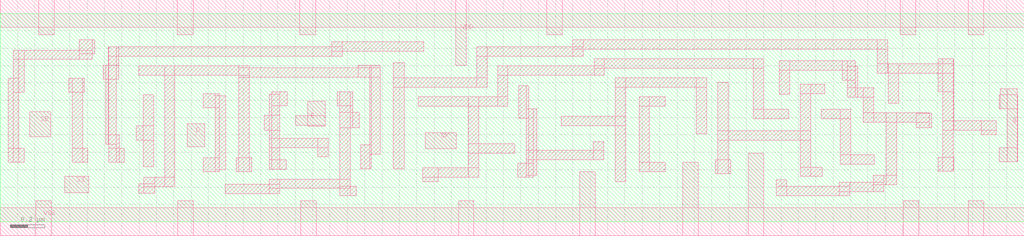
<source format=lef>
VERSION 5.8 ;
BUSBITCHARS "[]" ;
DIVIDERCHAR "/" ;

UNITS
  DATABASE MICRONS 2000 ;
END UNITS

PROPERTYDEFINITIONS
    LAYER LEF58_CORNERSPACING STRING ;
END PROPERTYDEFINITIONS

CLEARANCEMEASURE EUCLIDEAN ;
MANUFACTURINGGRID 0.0005 ;
USEMINSPACING OBS ON ;

LAYER Metal1
  TYPE ROUTING ;
  DIRECTION VERTICAL ;
  PITCH 0.10 0.10 ;
  WIDTH 0.05 ;
  AREA 0.0115 ;
  MINWIDTH 0.05 ;
  SPACINGTABLE
    PARALLELRUNLENGTH  0.0 0.22 0.47 0.63 1.50
    WIDTH 0.0         0.05 0.05 0.05 0.05 0.05
    WIDTH 0.10        0.05 0.06 0.06 0.06 0.06
    WIDTH 0.28        0.05 0.10 0.10 0.10 0.10
    WIDTH 0.47        0.05 0.10 0.13 0.13 0.13
    WIDTH 0.63        0.05 0.10 0.13 0.15 0.15
    WIDTH 1.50        0.05 0.10 0.13 0.15 0.50 ;
  SPACING 0.06 ENDOFLINE 0.06 WITHIN 0.025 ;
END Metal1

LAYER Via1
  TYPE CUT ;
  SPACING 0.075 ;
  WIDTH 0.05 ;
END Via1

LAYER Metal2
  TYPE ROUTING ;
  DIRECTION HORIZONTAL ;
  PITCH 0.10 0.10 ;
  WIDTH 0.05 ;
  AREA 0.014 ;
  MINWIDTH 0.05 ;
  SPACINGTABLE
    PARALLELRUNLENGTH  0.0 0.22 0.47 0.63 1.5
    WIDTH 0.0         0.05 0.05 0.05 0.05 0.05
    WIDTH 0.09        0.05 0.06 0.06 0.06 0.06
    WIDTH 0.16        0.05 0.10 0.10 0.10 0.10
    WIDTH 0.47        0.05 0.10 0.13 0.13 0.13
    WIDTH 0.63        0.05 0.10 0.13 0.15 0.15
    WIDTH 1.5         0.05 0.10 0.13 0.15 0.50 ;
  SPACING 0.08 ENDOFLINE 0.08 WITHIN 0.025 ;
  SPACING 0.10 ENDOFLINE 0.08 WITHIN 0.025 PARALLELEDGE 0.10 WITHIN 0.025 ;
  PROPERTY LEF58_CORNERSPACING "CORNERSPACING CONVEXCORNER EXCEPTEOL 0.08
    WIDTH 0.00 SPACING 0.10
    WIDTH 0.20 SPACING 0.20
    WIDTH 0.50 SPACING 0.30 ;" ;
END Metal2

LAYER Via2
  TYPE CUT ;
  SPACING 0.075 ;
  WIDTH 0.05 ;
  SPACING 0.155 ADJACENTCUTS 3 WITHIN 0.200 ;
END Via2

LAYER Metal3
  TYPE ROUTING ;
  DIRECTION VERTICAL ;
  PITCH 0.10 0.10 ;
  WIDTH 0.05 ;
  AREA 0.017 ;
  MINWIDTH 0.05 ;
  SPACINGTABLE
    PARALLELRUNLENGTH  0.0 0.22 0.47 0.63 1.5
    WIDTH 0.0         0.05 0.05 0.05 0.05 0.05
    WIDTH 0.09        0.05 0.06 0.06 0.06 0.06
    WIDTH 0.16        0.05 0.10 0.10 0.10 0.10
    WIDTH 0.47        0.05 0.10 0.13 0.13 0.13
    WIDTH 0.63        0.05 0.10 0.13 0.15 0.15
    WIDTH 1.5         0.05 0.10 0.13 0.15 0.50 ;
  SPACING 0.08 ENDOFLINE 0.08 WITHIN 0.025 ;
  SPACING 0.10 ENDOFLINE 0.08 WITHIN 0.025 PARALLELEDGE 0.10 WITHIN 0.025 ;
  PROPERTY LEF58_CORNERSPACING "CORNERSPACING CONVEXCORNER EXCEPTEOL 0.08
    WIDTH 0.00 SPACING 0.10
    WIDTH 0.20 SPACING 0.20
    WIDTH 0.50 SPACING 0.30 ;" ;
END Metal3

LAYER Via3
  TYPE CUT ;
  SPACING 0.075 ;
  WIDTH 0.05 ;
  SPACING 0.155 ADJACENTCUTS 3 WITHIN 0.200 ;
END Via3

LAYER Metal4
  TYPE ROUTING ;
  DIRECTION HORIZONTAL ;
  PITCH 0.10 0.10 ;
  WIDTH 0.05 ;
  AREA 0.017 ;
  MINWIDTH 0.05 ;
  SPACINGTABLE
    PARALLELRUNLENGTH  0.0 0.22 0.47 0.63 1.5
    WIDTH 0.0         0.05 0.05 0.05 0.05 0.05
    WIDTH 0.09        0.05 0.06 0.06 0.06 0.06
    WIDTH 0.16        0.05 0.10 0.10 0.10 0.10
    WIDTH 0.47        0.05 0.10 0.13 0.13 0.13
    WIDTH 0.63        0.05 0.10 0.13 0.15 0.15
    WIDTH 1.5         0.05 0.10 0.13 0.15 0.50 ;
  SPACING 0.08 ENDOFLINE 0.08 WITHIN 0.025 ;
  SPACING 0.10 ENDOFLINE 0.08 WITHIN 0.025 PARALLELEDGE 0.10 WITHIN 0.025 ;
  PROPERTY LEF58_CORNERSPACING "CORNERSPACING CONVEXCORNER EXCEPTEOL 0.08
    WIDTH 0.00 SPACING 0.10
    WIDTH 0.20 SPACING 0.20
    WIDTH 0.50 SPACING 0.30 ;" ;
END Metal4

LAYER Via4
  TYPE CUT ;
  SPACING 0.075 ;
  WIDTH 0.05 ;
  SPACING 0.155 ADJACENTCUTS 3 WITHIN 0.200 ;
END Via4

LAYER Metal5
  TYPE ROUTING ;
  DIRECTION VERTICAL ;
  PITCH 0.10 0.10 ;
  WIDTH 0.05 ;
  AREA 0.017 ;
  MINWIDTH 0.05 ;
  SPACINGTABLE
    PARALLELRUNLENGTH  0.0 0.22 0.47 0.63 1.5
    WIDTH 0.0         0.05 0.05 0.05 0.05 0.05
    WIDTH 0.09        0.05 0.06 0.06 0.06 0.06
    WIDTH 0.16        0.05 0.10 0.10 0.10 0.10
    WIDTH 0.47        0.05 0.10 0.13 0.13 0.13
    WIDTH 0.63        0.05 0.10 0.13 0.15 0.15
    WIDTH 1.5         0.05 0.10 0.13 0.15 0.50 ;
  SPACING 0.08 ENDOFLINE 0.08 WITHIN 0.025 ;
  SPACING 0.10 ENDOFLINE 0.08 WITHIN 0.025 PARALLELEDGE 0.10 WITHIN 0.025 ;
  PROPERTY LEF58_CORNERSPACING "CORNERSPACING CONVEXCORNER EXCEPTEOL 0.08
    WIDTH 0.00 SPACING 0.10
    WIDTH 0.20 SPACING 0.20
    WIDTH 0.50 SPACING 0.30 ;" ;
END Metal5

LAYER Via5
  TYPE CUT ;
  SPACING 0.075 ;
  WIDTH 0.05 ;
  SPACING 0.155 ADJACENTCUTS 3 WITHIN 0.200 ;
END Via5

LAYER Metal6
  TYPE ROUTING ;
  DIRECTION HORIZONTAL ;
  PITCH 0.15 0.15 ;
  WIDTH 0.07 ;
  AREA 0.025 ;
  MINWIDTH 0.07 ;
  SPACINGTABLE
    PARALLELRUNLENGTH  0.0 0.22 0.47 0.63 1.5
    WIDTH 0.0         0.08 0.08 0.08 0.08 0.08
    WIDTH 0.10        0.08 0.12 0.12 0.12 0.12
    WIDTH 0.16        0.08 0.12 0.15 0.15 0.15
    WIDTH 0.47        0.08 0.12 0.15 0.18 0.18
    WIDTH 0.63        0.08 0.12 0.15 0.18 0.25
    WIDTH 1.5         0.08 0.12 0.15 0.18 0.50 ;
  SPACING 0.10 ENDOFLINE 0.10 WITHIN 0.035 ;
  SPACING 0.12 ENDOFLINE 0.10 WITHIN 0.035 PARALLELEDGE 0.12 WITHIN 0.035 ;
  PROPERTY LEF58_CORNERSPACING "CORNERSPACING CONVEXCORNER EXCEPTEOL 0.08
    WIDTH 0.00 SPACING 0.10
    WIDTH 0.20 SPACING 0.20
    WIDTH 0.50 SPACING 0.30 ;" ;
END Metal6

LAYER Via6
  TYPE CUT ;
  SPACING 0.10 ;
  WIDTH 0.07 ;
  SPACING 0.20 ADJACENTCUTS 3 WITHIN 0.25 ;
END Via6

LAYER Metal7
  TYPE ROUTING ;
  DIRECTION VERTICAL ;
  PITCH 0.15 0.15 ;
  WIDTH 0.07 ;
  AREA 0.025 ;
  MINWIDTH 0.07 ;
  SPACINGTABLE
    PARALLELRUNLENGTH  0.0 0.22 0.47 0.63 1.5
    WIDTH 0.0         0.08 0.08 0.08 0.08 0.08
    WIDTH 0.10        0.08 0.12 0.12 0.12 0.12
    WIDTH 0.16        0.08 0.12 0.15 0.15 0.15
    WIDTH 0.47        0.08 0.12 0.15 0.18 0.18
    WIDTH 0.63        0.08 0.12 0.15 0.18 0.25
    WIDTH 1.5         0.08 0.12 0.15 0.18 0.50 ;
  SPACING 0.10 ENDOFLINE 0.10 WITHIN 0.035 ;
  SPACING 0.12 ENDOFLINE 0.10 WITHIN 0.035 PARALLELEDGE 0.12 WITHIN 0.035 ;
  PROPERTY LEF58_CORNERSPACING "CORNERSPACING CONVEXCORNER EXCEPTEOL 0.08
    WIDTH 0.00 SPACING 0.10
    WIDTH 0.20 SPACING 0.20
    WIDTH 0.50 SPACING 0.30 ;" ;
END Metal7

LAYER Via7
  TYPE CUT ;
  SPACING 0.10 ;
  WIDTH 0.07 ;
  SPACING 0.20 ADJACENTCUTS 3 WITHIN 0.25 ;
END Via7

LAYER Metal8
  TYPE ROUTING ;
  DIRECTION HORIZONTAL ;
  PITCH 0.2 0.2 ;
  WIDTH 0.10 ;
  AREA 0.052 ;
  MINWIDTH 0.10 ;
  SPACINGTABLE
    PARALLELRUNLENGTH 0.0 0.22 0.47 0.63 1.5
    WIDTH 0	     0.10 0.10 0.10 0.10 0.10
    WIDTH 0.2	     0.10 0.15 0.15 0.15 0.15
    WIDTH 0.4	     0.10 0.15 0.20 0.20 0.20
    WIDTH 1.5	     0.10 0.15 0.20 0.30 0.50 ;
  SPACING 0.12 ENDOFLINE 0.12 WITHIN 0.035 ;
END Metal8

LAYER Via8
  TYPE CUT ;
  SPACING 0.15 ;
  WIDTH 0.10 ;
END Via8

LAYER Metal9
  TYPE ROUTING ;
  DIRECTION VERTICAL ;
  PITCH 0.2 0.2 ;
  WIDTH 0.10 ;
  AREA 0.052 ;
  MINWIDTH 0.10 ;
  SPACINGTABLE
    PARALLELRUNLENGTH 0.0 0.22 0.47 0.63 1.5
    WIDTH 0	     0.10 0.10 0.10 0.10 0.10
    WIDTH 0.2	     0.10 0.15 0.15 0.15 0.15
    WIDTH 0.4	     0.10 0.15 0.20 0.20 0.20
    WIDTH 1.5	     0.10 0.15 0.20 0.30 0.50 ;
  SPACING 0.12 ENDOFLINE 0.12 WITHIN 0.035 ;
END Metal9

LAYER OVERLAP
  TYPE OVERLAP ;
END OVERLAP

VIA VIA12_1C DEFAULT 
    LAYER Metal1 ;
        RECT -0.025000 -0.055000 0.025000 0.055000 ;
    LAYER Via1 ;
        RECT -0.025000 -0.025000 0.025000 0.025000 ;
    LAYER Metal2 ;
        RECT -0.055000 -0.025000 0.055000 0.025000 ;
END VIA12_1C

VIA VIA12_1C_H DEFAULT 
    LAYER Metal1 ;
        RECT -0.055000 -0.025000 0.055000 0.025000 ;
    LAYER Via1 ;
        RECT -0.025000 -0.025000 0.025000 0.025000 ;
    LAYER Metal2 ;
        RECT -0.055000 -0.025000 0.055000 0.025000 ;
END VIA12_1C_H

VIA VIA12_1C_V DEFAULT 
    LAYER Metal1 ;
        RECT -0.025000 -0.055000 0.025000 0.055000 ;
    LAYER Via1 ;
        RECT -0.025000 -0.025000 0.025000 0.025000 ;
    LAYER Metal2 ;
        RECT -0.025000 -0.055000 0.025000 0.055000 ;
END VIA12_1C_V

VIA VIA12_PG
    LAYER Metal1 ;
        RECT -0.350000 -0.050000 0.350000 0.050000 ;
    LAYER Via1 ;
        RECT -0.325000 -0.025000 -0.275000 0.025000 ;
        RECT -0.175000 -0.025000 -0.125000 0.025000 ;
        RECT -0.025000 -0.025000 0.025000 0.025000 ;
        RECT 0.125000 -0.025000 0.175000 0.025000 ;
        RECT 0.275000 -0.025000 0.325000 0.025000 ;
    LAYER Metal2 ;
        RECT -0.350000 -0.050000 0.350000 0.050000 ;
END VIA12_PG

VIA VIA23_1C DEFAULT 
    LAYER Metal2 ;
        RECT -0.055000 -0.025000 0.055000 0.025000 ;
    LAYER Via2 ;
        RECT -0.025000 -0.025000 0.025000 0.025000 ;
    LAYER Metal3 ;
        RECT -0.025000 -0.055000 0.025000 0.055000 ;
END VIA23_1C

VIA VIA23_1C_H DEFAULT 
    LAYER Metal2 ;
        RECT -0.055000 -0.025000 0.055000 0.025000 ;
    LAYER Via2 ;
        RECT -0.025000 -0.025000 0.025000 0.025000 ;
    LAYER Metal3 ;
        RECT -0.055000 -0.025000 0.055000 0.025000 ;
END VIA23_1C_H

VIA VIA23_1C_V DEFAULT 
    LAYER Metal2 ;
        RECT -0.025000 -0.055000 0.025000 0.055000 ;
    LAYER Via2 ;
        RECT -0.025000 -0.025000 0.025000 0.025000 ;
    LAYER Metal3 ;
        RECT -0.025000 -0.055000 0.025000 0.055000 ;
END VIA23_1C_V

VIA VIA23_1ST_E DEFAULT 
    LAYER Metal2 ;
        RECT -0.055000 -0.025000 0.325000 0.025000 ;
    LAYER Via2 ;
        RECT -0.025000 -0.025000 0.025000 0.025000 ;
    LAYER Metal3 ;
        RECT -0.025000 -0.055000 0.025000 0.055000 ;
END VIA23_1ST_E

VIA VIA23_1ST_W DEFAULT 
    LAYER Metal2 ;
        RECT -0.325000 -0.025000 0.055000 0.025000 ;
    LAYER Via2 ;
        RECT -0.025000 -0.025000 0.025000 0.025000 ;
    LAYER Metal3 ;
        RECT -0.025000 -0.055000 0.025000 0.055000 ;
END VIA23_1ST_W

VIA VIA23_PG
    LAYER Metal2 ;
        RECT -0.350000 -0.050000 0.350000 0.050000 ;
    LAYER Via2 ;
        RECT -0.325000 -0.025000 -0.275000 0.025000 ;
        RECT -0.175000 -0.025000 -0.125000 0.025000 ;
        RECT -0.025000 -0.025000 0.025000 0.025000 ;
        RECT 0.125000 -0.025000 0.175000 0.025000 ;
        RECT 0.275000 -0.025000 0.325000 0.025000 ;
    LAYER Metal3 ;
        RECT -0.350000 -0.050000 0.350000 0.050000 ;
END VIA23_PG

VIA VIA34_1C DEFAULT 
    LAYER Metal3 ;
        RECT -0.025000 -0.055000 0.025000 0.055000 ;
    LAYER Via3 ;
        RECT -0.025000 -0.025000 0.025000 0.025000 ;
    LAYER Metal4 ;
        RECT -0.055000 -0.025000 0.055000 0.025000 ;
END VIA34_1C

VIA VIA34_1C_H DEFAULT 
    LAYER Metal3 ;
        RECT -0.055000 -0.025000 0.055000 0.025000 ;
    LAYER Via3 ;
        RECT -0.025000 -0.025000 0.025000 0.025000 ;
    LAYER Metal4 ;
        RECT -0.055000 -0.025000 0.055000 0.025000 ;
END VIA34_1C_H

VIA VIA34_1C_V DEFAULT 
    LAYER Metal3 ;
        RECT -0.025000 -0.055000 0.025000 0.055000 ;
    LAYER Via3 ;
        RECT -0.025000 -0.025000 0.025000 0.025000 ;
    LAYER Metal4 ;
        RECT -0.025000 -0.055000 0.025000 0.055000 ;
END VIA34_1C_V

VIA VIA34_1ST_N DEFAULT 
    LAYER Metal3 ;
        RECT -0.025000 -0.055000 0.025000 0.325000 ;
    LAYER Via3 ;
        RECT -0.025000 -0.025000 0.025000 0.025000 ;
    LAYER Metal4 ;
        RECT -0.055000 -0.025000 0.055000 0.025000 ;
END VIA34_1ST_N

VIA VIA34_1ST_S DEFAULT 
    LAYER Metal3 ;
        RECT -0.025000 -0.325000 0.025000 0.055000 ;
    LAYER Via3 ;
        RECT -0.025000 -0.025000 0.025000 0.025000 ;
    LAYER Metal4 ;
        RECT -0.055000 -0.025000 0.055000 0.025000 ;
END VIA34_1ST_S

VIA VIA34_PG
    LAYER Metal3 ;
        RECT -0.350000 -0.050000 0.350000 0.050000 ;
    LAYER Via3 ;
        RECT -0.325000 -0.025000 -0.275000 0.025000 ;
        RECT -0.175000 -0.025000 -0.125000 0.025000 ;
        RECT -0.025000 -0.025000 0.025000 0.025000 ;
        RECT 0.125000 -0.025000 0.175000 0.025000 ;
        RECT 0.275000 -0.025000 0.325000 0.025000 ;
    LAYER Metal4 ;
        RECT -0.350000 -0.050000 0.350000 0.050000 ;
END VIA34_PG

VIA VIA45_1C DEFAULT 
    LAYER Metal4 ;
        RECT -0.055000 -0.025000 0.055000 0.025000 ;
    LAYER Via4 ;
        RECT -0.025000 -0.025000 0.025000 0.025000 ;
    LAYER Metal5 ;
        RECT -0.025000 -0.055000 0.025000 0.055000 ;
END VIA45_1C

VIA VIA45_PG
    LAYER Metal4 ;
        RECT -0.200000 -0.050000 0.200000 0.050000 ;
    LAYER Via4 ;
        RECT -0.175000 -0.025000 -0.125000 0.025000 ;
        RECT -0.025000 -0.025000 0.025000 0.025000 ;
        RECT 0.125000 -0.025000 0.175000 0.025000 ;
    LAYER Metal5 ;
        RECT -0.200000 -0.050000 0.200000 0.050000 ;
END VIA45_PG

VIA VIA5_0_VH DEFAULT 
    LAYER Metal5 ;
        RECT -0.035000 -0.065000 0.035000 0.065000 ;
    LAYER Via5 ;
        RECT -0.025000 -0.025000 0.025000 0.025000 ;
    LAYER Metal6 ;
        RECT -0.065000 -0.035000 0.065000 0.035000 ;
END VIA5_0_VH

VIA VIA56_PG
    LAYER Metal5 ;
        RECT -0.150000 -0.150000 0.150000 0.150000 ;
    LAYER Via5 ;
        RECT -0.150000 -0.150000 -0.100000 -0.100000 ;
        RECT -0.150000 0.100000 -0.100000 0.150000 ;
        RECT 0.100000 0.100000 0.150000 0.150000 ;
        RECT 0.100000 -0.150000 0.150000 -0.100000 ;
    LAYER Metal6 ;
        RECT -0.150000 -0.150000 0.150000 0.150000 ;
END VIA56_PG

VIA VIA6_0_HV DEFAULT 
    LAYER Metal6 ;
        RECT -0.065000 -0.035000 0.065000 0.035000 ;
    LAYER Via6 ;
        RECT -0.035000 -0.035000 0.035000 0.035000 ;
    LAYER Metal7 ;
        RECT -0.035000 -0.065000 0.035000 0.065000 ;
END VIA6_0_HV

VIA VIA67_PG
    LAYER Metal6 ;
        RECT -0.170000 -0.170000 0.170000 0.170000 ;
    LAYER Via6 ;
        RECT -0.170000 -0.170000 -0.100000 -0.100000 ;
        RECT -0.170000 0.100000 -0.100000 0.170000 ;
        RECT 0.100000 0.100000 0.170000 0.170000 ;
        RECT 0.100000 -0.170000 0.170000 -0.100000 ;
    LAYER Metal7 ;
        RECT -0.170000 -0.170000 0.170000 0.170000 ;
END VIA67_PG

VIA VIA7_0_VH DEFAULT 
    LAYER Metal7 ;
        RECT -0.050000 -0.260000 0.050000 0.260000 ;
    LAYER Via7 ;
        RECT -0.050000 -0.050000 0.050000 0.050000 ;
    LAYER Metal8 ;
        RECT -0.260000 -0.050000 0.260000 0.050000 ;
END VIA7_0_VH

VIA VIA78_PG
    LAYER Metal7 ;
        RECT -0.170000 -0.170000 0.170000 0.170000 ;
    LAYER Via7 ;
        RECT -0.170000 -0.170000 -0.100000 -0.100000 ;
        RECT -0.170000 0.100000 -0.100000 0.170000 ;
        RECT 0.100000 0.100000 0.170000 0.170000 ;
        RECT 0.100000 -0.170000 0.170000 -0.100000 ;
    LAYER Metal8 ;
        RECT -0.170000 -0.170000 0.170000 0.170000 ;
END VIA78_PG

VIA VIA8_0_HV DEFAULT 
    LAYER Metal8 ;
        RECT -0.260000 -0.050000 0.260000 0.050000 ;
    LAYER Via8 ;
        RECT -0.050000 -0.050000 0.050000 0.050000 ;
    LAYER Metal9 ;
        RECT -0.050000 -0.260000 0.050000 0.260000 ;
END VIA8_0_HV

SITE CoreSite
  CLASS CORE ;
  SIZE 0.1 BY 1.2 ;
END CoreSite


MACRO XOR2X1
    CLASS CORE ;
    FOREIGN XOR2X1 0.000000 0.000000 ;
    ORIGIN 0.000000 0.000000 ;
    SIZE 1.400000 BY 1.200000 ;
    SYMMETRY X Y ;
    SITE CoreSite ; 
    PIN A
        DIRECTION INPUT ;
        USE SIGNAL ;
        PORT
        LAYER Metal1 ;
        RECT 0.440000 0.557000 0.542000 0.638000 ;
        RECT 0.162000 0.433000 0.232000 0.496000 ;
        RECT 0.440000 0.439000 0.501000 0.638000 ;
        RECT 0.162000 0.388000 0.223000 0.496000 ;
        RECT 0.407000 0.439000 0.501000 0.496000 ;
        RECT 0.162000 0.442000 0.501000 0.496000 ;
        END
    END A
    PIN B
        DIRECTION INPUT ;
        USE SIGNAL ;
        PORT
        LAYER Metal1 ;
        RECT 0.289000 0.570000 0.350000 0.761000 ;
        RECT 0.289000 0.570000 0.379000 0.625000 ;
        RECT 0.232000 0.706000 0.350000 0.761000 ;
        END
    END B
    PIN VDD
        DIRECTION INOUT ;
        SHAPE ABUTMENT ;
        USE POWER ;
        PORT
        LAYER Metal1 ;
        RECT 0.000000 1.120000 1.400000 1.280000 ;
        RECT 1.114000 1.078000 1.204000 1.280000 ;
        RECT 0.215000 1.078000 0.305000 1.280000 ;
        END
    END VDD
    PIN VSS
        DIRECTION INOUT ;
        SHAPE ABUTMENT ;
        USE GROUND ;
        PORT
        LAYER Metal1 ;
        RECT 0.000000 -0.080000 1.400000 0.080000 ;
        RECT 1.114000 -0.080000 1.204000 0.122000 ;
        RECT 0.235000 -0.080000 0.325000 0.122000 ;
        END
    END VSS
    PIN Y
        DIRECTION OUTPUT ;
        USE SIGNAL ;
        PORT
        LAYER Metal1 ;
        RECT 1.262000 0.707000 1.352000 0.788000 ;
        RECT 1.262000 0.279000 1.352000 0.360000 ;
        RECT 1.282000 0.573000 1.352000 0.788000 ;
        RECT 1.291000 0.279000 1.352000 0.788000 ;
        END
    END Y
    OBS
        LAYER Metal1 ;
        RECT 0.040000 0.810000 0.138000 0.901000 ;
        RECT 0.973000 0.858000 1.063000 0.974000 ;
        RECT 0.927000 0.702000 1.035000 0.789000 ;
        RECT 1.126000 0.426000 1.229000 0.507000 ;
        RECT 0.477000 0.745000 0.664000 0.826000 ;
        RECT 1.126000 0.194000 1.187000 0.507000 ;
        RECT 0.974000 0.304000 1.035000 0.789000 ;
        RECT 0.736000 0.194000 0.797000 0.802000 ;
        RECT 0.603000 0.311000 0.664000 0.913000 ;
        RECT 0.386000 0.150000 0.447000 0.246000 ;
        RECT 0.366000 0.902000 0.427000 1.029000 ;
        RECT 0.077000 0.810000 0.138000 0.957000 ;
        RECT 0.077000 0.192000 0.138000 0.313000 ;
        RECT 0.040000 0.258000 0.101000 0.901000 ;
        RECT 0.736000 0.194000 1.187000 0.249000 ;
        RECT 0.603000 0.858000 1.063000 0.913000 ;
        RECT 0.386000 0.150000 0.675000 0.205000 ;
        RECT 0.366000 0.974000 0.875000 1.029000 ;
        RECT 0.077000 0.902000 0.427000 0.957000 ;
        RECT 0.040000 0.258000 0.138000 0.313000 ;
        RECT 0.912000 0.304000 1.035000 0.358000 ;
        RECT 0.477000 0.311000 0.664000 0.365000 ;
        RECT 0.077000 0.192000 0.447000 0.246000 ;
        RECT 0.077000 0.192000 0.101000 0.957000 ;
    END
END XOR2X1

MACRO SEDFFHQX2
    CLASS CORE ;
    FOREIGN SEDFFHQX2 0.000000 0.000000 ;
    ORIGIN 0.000000 0.000000 ;
    SIZE 5.900000 BY 1.200000 ;
    SYMMETRY X Y ;
    SITE CoreSite ; 
    PIN CK
        DIRECTION INPUT ;
        USE CLOCK ;
        PORT
        LAYER Metal1 ;
        RECT 2.448000 0.421000 2.628000 0.512000 ;
        END
    END CK
    PIN D
        DIRECTION INPUT ;
        USE SIGNAL ;
        PORT
        LAYER Metal1 ;
        RECT 1.078000 0.433000 1.179000 0.564000 ;
        END
    END D
    PIN E
        DIRECTION INPUT ;
        USE SIGNAL ;
        PORT
        LAYER Metal1 ;
        RECT 1.772000 0.549000 1.872000 0.693000 ;
        RECT 1.702000 0.555000 1.872000 0.610000 ;
        END
    END E
    PIN Q
        DIRECTION OUTPUT ;
        USE SIGNAL ;
        PORT
        LAYER Metal1 ;
        RECT 5.763000 0.652000 5.862000 0.767000 ;
        RECT 5.758000 0.652000 5.863000 0.733000 ;
        RECT 5.758000 0.346000 5.863000 0.427000 ;
        RECT 5.803000 0.346000 5.863000 0.733000 ;
        RECT 5.803000 0.346000 5.862000 0.767000 ;
        END
    END Q
    PIN SE
        DIRECTION INPUT ;
        USE SIGNAL ;
        PORT
        LAYER Metal1 ;
        RECT 0.170000 0.490000 0.291000 0.633000 ;
        END
    END SE
    PIN SI
        DIRECTION INPUT ;
        USE SIGNAL ;
        PORT
        LAYER Metal1 ;
        RECT 0.371000 0.167000 0.511000 0.262000 ;
        END
    END SI
    PIN VDD
        DIRECTION INOUT ;
        SHAPE ABUTMENT ;
        USE POWER ;
        PORT
        LAYER Metal1 ;
        RECT 0.000000 1.120000 5.900000 1.280000 ;
        RECT 5.579000 1.078000 5.669000 1.280000 ;
        RECT 5.186000 1.078000 5.276000 1.280000 ;
        RECT 1.727000 1.078000 1.817000 1.280000 ;
        RECT 1.021000 1.078000 1.111000 1.280000 ;
        RECT 3.149000 1.078000 3.238000 1.280000 ;
        RECT 0.221000 1.078000 0.310000 1.280000 ;
        RECT 2.624000 0.902000 2.684000 1.280000 ;
        END
    END VDD
    PIN VSS
        DIRECTION INOUT ;
        SHAPE ABUTMENT ;
        USE GROUND ;
        PORT
        LAYER Metal1 ;
        RECT 0.000000 -0.080000 5.900000 0.080000 ;
        RECT 5.579000 -0.080000 5.669000 0.122000 ;
        RECT 3.340000 -0.080000 3.430000 0.287000 ;
        RECT 1.731000 -0.080000 1.821000 0.122000 ;
        RECT 5.205000 -0.080000 5.294000 0.122000 ;
        RECT 4.311000 -0.080000 4.400000 0.395000 ;
        RECT 3.932000 -0.080000 4.021000 0.342000 ;
        RECT 2.641000 -0.080000 2.730000 0.122000 ;
        RECT 1.024000 -0.080000 1.113000 0.122000 ;
        RECT 0.205000 -0.080000 0.294000 0.122000 ;
        END
    END VSS
    OBS
        LAYER Metal1 ;
        RECT 5.404000 0.748000 5.494000 0.940000 ;
        RECT 1.956000 0.542000 2.068000 0.631000 ;
        RECT 1.520000 0.526000 1.612000 0.613000 ;
        RECT 0.785000 0.469000 0.885000 0.554000 ;
        RECT 5.652000 0.500000 5.741000 0.581000 ;
        RECT 5.404000 0.292000 5.494000 0.373000 ;
        RECT 5.278000 0.543000 5.368000 0.624000 ;
        RECT 4.121000 0.276000 4.211000 0.357000 ;
        RECT 2.983000 0.255000 3.072000 0.336000 ;
        RECT 2.436000 0.231000 2.525000 0.312000 ;
        RECT 1.942000 0.668000 2.031000 0.749000 ;
        RECT 1.566000 0.668000 1.655000 0.749000 ;
        RECT 1.361000 0.287000 1.450000 0.368000 ;
        RECT 1.171000 0.657000 1.261000 0.738000 ;
        RECT 1.171000 0.287000 1.261000 0.368000 ;
        RECT 0.626000 0.343000 0.715000 0.424000 ;
        RECT 0.594000 0.820000 0.684000 0.901000 ;
        RECT 0.455000 0.969000 0.544000 1.050000 ;
        RECT 0.415000 0.343000 0.505000 0.424000 ;
        RECT 0.394000 0.746000 0.484000 0.827000 ;
        RECT 0.047000 0.343000 0.137000 0.424000 ;
        RECT 5.278000 0.543000 5.353000 0.627000 ;
        RECT 4.852000 0.814000 4.927000 0.927000 ;
        RECT 1.956000 0.542000 2.031000 0.749000 ;
        RECT 0.455000 0.935000 0.530000 1.050000 ;
        RECT 2.063000 0.833000 2.190000 0.902000 ;
        RECT 5.432000 0.526000 5.494000 0.940000 ;
        RECT 5.116000 0.683000 5.177000 0.910000 ;
        RECT 5.053000 0.855000 5.114000 1.050000 ;
        RECT 5.031000 0.174000 5.092000 0.268000 ;
        RECT 4.973000 0.573000 5.034000 0.773000 ;
        RECT 4.881000 0.718000 4.942000 0.895000 ;
        RECT 4.840000 0.330000 4.901000 0.649000 ;
        RECT 4.609000 0.261000 4.670000 0.792000 ;
        RECT 4.488000 0.735000 4.549000 0.927000 ;
        RECT 4.472000 0.150000 4.533000 0.242000 ;
        RECT 4.338000 0.594000 4.399000 0.940000 ;
        RECT 3.544000 0.231000 3.605000 0.831000 ;
        RECT 3.030000 0.268000 3.091000 0.650000 ;
        RECT 2.266000 0.306000 2.327000 0.915000 ;
        RECT 2.077000 0.306000 2.138000 0.445000 ;
        RECT 1.956000 0.150000 2.017000 0.749000 ;
        RECT 1.911000 0.954000 1.972000 1.037000 ;
        RECT 1.551000 0.302000 1.612000 0.736000 ;
        RECT 1.551000 0.161000 1.612000 0.246000 ;
        RECT 1.375000 0.287000 1.436000 0.899000 ;
        RECT 0.828000 0.163000 0.889000 0.257000 ;
        RECT 0.824000 0.318000 0.885000 0.733000 ;
        RECT 0.623000 0.820000 0.684000 1.008000 ;
        RECT 0.415000 0.343000 0.476000 0.827000 ;
        RECT 0.076000 0.746000 0.137000 0.989000 ;
        RECT 0.047000 0.343000 0.108000 0.827000 ;
        RECT 5.432000 0.292000 5.492000 0.940000 ;
        RECT 5.105000 0.213000 5.165000 0.627000 ;
        RECT 4.834000 0.150000 4.894000 0.229000 ;
        RECT 4.136000 0.276000 4.196000 0.805000 ;
        RECT 4.010000 0.508000 4.070000 0.831000 ;
        RECT 3.681000 0.289000 3.741000 0.720000 ;
        RECT 3.422000 0.843000 3.482000 0.940000 ;
        RECT 3.418000 0.357000 3.478000 0.462000 ;
        RECT 3.300000 0.954000 3.360000 1.050000 ;
        RECT 2.987000 0.595000 3.047000 0.783000 ;
        RECT 2.866000 0.665000 2.926000 0.898000 ;
        RECT 2.745000 0.776000 2.805000 1.008000 ;
        RECT 2.698000 0.257000 2.758000 0.720000 ;
        RECT 2.130000 0.390000 2.190000 0.902000 ;
        RECT 1.830000 0.375000 1.890000 0.482000 ;
        RECT 1.240000 0.300000 1.300000 0.725000 ;
        RECT 0.947000 0.202000 1.007000 0.899000 ;
        RECT 0.626000 0.343000 0.686000 0.501000 ;
        RECT 0.609000 0.446000 0.669000 0.901000 ;
        RECT 5.432000 0.526000 5.741000 0.581000 ;
        RECT 5.053000 0.855000 5.494000 0.910000 ;
        RECT 5.031000 0.213000 5.165000 0.268000 ;
        RECT 4.881000 0.718000 5.034000 0.773000 ;
        RECT 4.840000 0.330000 5.038000 0.385000 ;
        RECT 4.834000 0.174000 5.092000 0.229000 ;
        RECT 4.730000 0.594000 4.901000 0.649000 ;
        RECT 4.609000 0.737000 4.752000 0.792000 ;
        RECT 4.472000 0.150000 4.894000 0.205000 ;
        RECT 4.338000 0.594000 4.545000 0.649000 ;
        RECT 4.136000 0.470000 4.670000 0.525000 ;
        RECT 3.681000 0.665000 3.832000 0.720000 ;
        RECT 3.681000 0.289000 3.832000 0.344000 ;
        RECT 3.544000 0.776000 4.070000 0.831000 ;
        RECT 3.300000 0.995000 5.114000 1.050000 ;
        RECT 3.030000 0.357000 3.478000 0.412000 ;
        RECT 2.866000 0.843000 3.482000 0.898000 ;
        RECT 2.698000 0.394000 2.964000 0.449000 ;
        RECT 2.436000 0.257000 2.758000 0.312000 ;
        RECT 2.410000 0.665000 2.926000 0.720000 ;
        RECT 2.266000 0.776000 2.805000 0.831000 ;
        RECT 1.956000 0.150000 2.052000 0.205000 ;
        RECT 1.911000 0.982000 2.440000 1.037000 ;
        RECT 1.551000 0.427000 1.890000 0.482000 ;
        RECT 1.551000 0.302000 1.647000 0.357000 ;
        RECT 1.375000 0.833000 2.190000 0.888000 ;
        RECT 0.828000 0.202000 1.007000 0.257000 ;
        RECT 0.797000 0.844000 1.436000 0.899000 ;
        RECT 0.797000 0.163000 0.889000 0.218000 ;
        RECT 4.973000 0.573000 5.353000 0.627000 ;
        RECT 4.609000 0.261000 4.737000 0.315000 ;
        RECT 4.488000 0.873000 4.927000 0.927000 ;
        RECT 3.422000 0.886000 4.399000 0.940000 ;
        RECT 3.233000 0.554000 3.605000 0.608000 ;
        RECT 2.745000 0.954000 3.360000 1.008000 ;
        RECT 1.551000 0.192000 2.017000 0.246000 ;
        RECT 1.298000 0.161000 1.612000 0.215000 ;
        RECT 0.623000 0.954000 1.972000 1.008000 ;
        RECT 0.076000 0.935000 0.530000 0.989000 ;
        RECT 4.881000 0.718000 4.927000 0.927000 ;
        RECT 1.566000 0.302000 1.612000 0.749000 ;
        RECT 0.623000 0.446000 0.669000 1.008000 ;
        RECT 0.626000 0.343000 0.669000 1.008000 ;
        RECT 3.030000 0.255000 3.072000 0.650000 ;
        RECT 0.076000 0.343000 0.108000 0.989000 ;
        RECT 1.240000 0.287000 1.261000 0.738000 ;
        RECT 3.030000 0.255000 3.047000 0.783000 ;
        RECT 2.130000 0.306000 2.138000 0.902000 ;
    END
END SEDFFHQX2

MACRO SEDFFHQX1
    CLASS CORE ;
    FOREIGN SEDFFHQX1 0.000000 0.000000 ;
    ORIGIN 0.000000 0.000000 ;
    SIZE 5.400000 BY 1.200000 ;
    SYMMETRY X Y ;
    SITE CoreSite ; 
    PIN CK
        DIRECTION INPUT ;
        USE CLOCK ;
        PORT
        LAYER Metal1 ;
        RECT 2.457000 0.421000 2.638000 0.512000 ;
        END
    END CK
    PIN D
        DIRECTION INPUT ;
        USE SIGNAL ;
        PORT
        LAYER Metal1 ;
        RECT 1.082000 0.433000 1.184000 0.564000 ;
        END
    END D
    PIN E
        DIRECTION INPUT ;
        USE SIGNAL ;
        PORT
        LAYER Metal1 ;
        RECT 1.779000 0.549000 1.879000 0.693000 ;
        RECT 1.709000 0.555000 1.879000 0.610000 ;
        END
    END E
    PIN Q
        DIRECTION OUTPUT ;
        USE SIGNAL ;
        PORT
        LAYER Metal1 ;
        RECT 5.251000 0.690000 5.343000 0.771000 ;
        RECT 5.227000 0.324000 5.343000 0.405000 ;
        RECT 5.283000 0.324000 5.343000 0.771000 ;
        END
    END Q
    PIN SE
        DIRECTION INPUT ;
        USE SIGNAL ;
        PORT
        LAYER Metal1 ;
        RECT 0.170000 0.490000 0.292000 0.633000 ;
        END
    END SE
    PIN SI
        DIRECTION INPUT ;
        USE SIGNAL ;
        PORT
        LAYER Metal1 ;
        RECT 0.372000 0.167000 0.513000 0.262000 ;
        END
    END SI
    PIN VDD
        DIRECTION INOUT ;
        SHAPE ABUTMENT ;
        USE POWER ;
        PORT
        LAYER Metal1 ;
        RECT 0.000000 1.120000 5.400000 1.280000 ;
        RECT 5.081000 1.078000 5.194000 1.280000 ;
        RECT 4.716000 1.078000 4.806000 1.280000 ;
        RECT 1.734000 1.078000 1.824000 1.280000 ;
        RECT 1.025000 1.078000 1.115000 1.280000 ;
        RECT 3.161000 1.078000 3.250000 1.280000 ;
        RECT 0.222000 1.078000 0.311000 1.280000 ;
        RECT 2.634000 0.902000 2.695000 1.280000 ;
        END
    END VDD
    PIN VSS
        DIRECTION INOUT ;
        SHAPE ABUTMENT ;
        USE GROUND ;
        PORT
        LAYER Metal1 ;
        RECT 0.000000 -0.080000 5.400000 0.080000 ;
        RECT 5.079000 -0.080000 5.169000 0.122000 ;
        RECT 4.727000 -0.080000 4.817000 0.122000 ;
        RECT 3.947000 -0.080000 4.037000 0.370000 ;
        RECT 3.332000 -0.080000 3.422000 0.287000 ;
        RECT 2.651000 -0.080000 2.741000 0.122000 ;
        RECT 1.738000 -0.080000 1.828000 0.122000 ;
        RECT 1.028000 -0.080000 1.118000 0.122000 ;
        RECT 0.206000 -0.080000 0.296000 0.122000 ;
        END
    END VSS
    OBS
        LAYER Metal1 ;
        RECT 4.918000 0.742000 5.008000 0.935000 ;
        RECT 1.964000 0.542000 2.076000 0.631000 ;
        RECT 1.526000 0.526000 1.618000 0.613000 ;
        RECT 0.788000 0.469000 0.888000 0.554000 ;
        RECT 5.124000 0.500000 5.214000 0.581000 ;
        RECT 4.895000 0.307000 4.984000 0.388000 ;
        RECT 4.757000 0.524000 4.847000 0.605000 ;
        RECT 4.632000 0.683000 4.722000 0.764000 ;
        RECT 2.445000 0.231000 2.535000 0.312000 ;
        RECT 0.417000 0.343000 0.507000 0.424000 ;
        RECT 0.396000 0.746000 0.486000 0.827000 ;
        RECT 0.048000 0.746000 0.137000 0.827000 ;
        RECT 0.048000 0.343000 0.137000 0.424000 ;
        RECT 4.603000 0.480000 4.679000 0.579000 ;
        RECT 4.924000 0.513000 4.994000 0.935000 ;
        RECT 2.071000 0.833000 2.199000 0.902000 ;
        RECT 4.646000 0.683000 4.707000 0.910000 ;
        RECT 4.603000 0.151000 4.664000 0.579000 ;
        RECT 4.394000 0.855000 4.455000 1.050000 ;
        RECT 4.394000 0.717000 4.455000 0.800000 ;
        RECT 4.278000 0.332000 4.339000 0.669000 ;
        RECT 4.273000 0.614000 4.334000 0.940000 ;
        RECT 4.025000 0.508000 4.086000 0.831000 ;
        RECT 3.699000 0.150000 3.760000 0.720000 ;
        RECT 3.435000 0.843000 3.496000 0.940000 ;
        RECT 3.431000 0.357000 3.492000 0.462000 ;
        RECT 3.312000 0.954000 3.373000 1.050000 ;
        RECT 2.998000 0.595000 3.059000 0.783000 ;
        RECT 2.877000 0.665000 2.938000 0.898000 ;
        RECT 2.755000 0.776000 2.816000 1.008000 ;
        RECT 2.275000 0.306000 2.336000 0.915000 ;
        RECT 2.138000 0.390000 2.199000 0.902000 ;
        RECT 2.085000 0.306000 2.146000 0.445000 ;
        RECT 1.837000 0.375000 1.898000 0.482000 ;
        RECT 1.557000 0.302000 1.618000 0.736000 ;
        RECT 1.557000 0.161000 1.618000 0.246000 ;
        RECT 1.380000 0.287000 1.441000 0.888000 ;
        RECT 0.950000 0.202000 1.011000 0.888000 ;
        RECT 0.831000 0.163000 0.892000 0.257000 ;
        RECT 0.827000 0.318000 0.888000 0.733000 ;
        RECT 0.611000 0.446000 0.672000 1.008000 ;
        RECT 0.471000 0.935000 0.532000 1.050000 ;
        RECT 0.417000 0.343000 0.478000 0.827000 ;
        RECT 4.924000 0.307000 4.984000 0.935000 ;
        RECT 4.482000 0.298000 4.542000 0.387000 ;
        RECT 4.404000 0.480000 4.464000 0.771000 ;
        RECT 4.342000 0.151000 4.402000 0.268000 ;
        RECT 4.152000 0.271000 4.212000 0.780000 ;
        RECT 3.558000 0.233000 3.618000 0.831000 ;
        RECT 3.042000 0.244000 3.102000 0.650000 ;
        RECT 2.699000 0.257000 2.759000 0.720000 ;
        RECT 1.964000 0.150000 2.024000 0.749000 ;
        RECT 1.919000 0.954000 1.979000 1.037000 ;
        RECT 1.246000 0.300000 1.306000 0.725000 ;
        RECT 0.643000 0.343000 0.703000 0.501000 ;
        RECT 0.077000 0.746000 0.137000 0.989000 ;
        RECT 0.048000 0.343000 0.108000 0.827000 ;
        RECT 4.278000 0.332000 4.334000 0.940000 ;
        RECT 4.994000 0.513000 5.214000 0.568000 ;
        RECT 4.924000 0.513000 5.008000 0.568000 ;
        RECT 4.603000 0.524000 4.847000 0.579000 ;
        RECT 4.404000 0.480000 4.679000 0.535000 ;
        RECT 4.394000 0.855000 5.008000 0.910000 ;
        RECT 4.342000 0.151000 4.664000 0.206000 ;
        RECT 4.278000 0.332000 4.542000 0.387000 ;
        RECT 4.273000 0.614000 4.339000 0.669000 ;
        RECT 3.699000 0.665000 3.847000 0.720000 ;
        RECT 3.558000 0.776000 4.086000 0.831000 ;
        RECT 3.312000 0.995000 4.455000 1.050000 ;
        RECT 3.245000 0.357000 3.492000 0.412000 ;
        RECT 3.102000 0.357000 3.431000 0.412000 ;
        RECT 3.042000 0.357000 3.373000 0.412000 ;
        RECT 2.998000 0.595000 3.102000 0.650000 ;
        RECT 2.973000 0.244000 3.102000 0.299000 ;
        RECT 2.877000 0.843000 3.496000 0.898000 ;
        RECT 2.699000 0.394000 2.965000 0.449000 ;
        RECT 2.445000 0.257000 2.759000 0.312000 ;
        RECT 2.419000 0.776000 2.816000 0.831000 ;
        RECT 2.419000 0.665000 2.938000 0.720000 ;
        RECT 2.336000 0.776000 2.755000 0.831000 ;
        RECT 2.275000 0.776000 2.699000 0.831000 ;
        RECT 2.085000 0.390000 2.199000 0.445000 ;
        RECT 1.964000 0.150000 2.060000 0.205000 ;
        RECT 1.919000 0.982000 2.449000 1.037000 ;
        RECT 1.557000 0.681000 1.661000 0.736000 ;
        RECT 1.557000 0.427000 1.898000 0.482000 ;
        RECT 1.557000 0.302000 1.654000 0.357000 ;
        RECT 1.176000 0.670000 1.306000 0.725000 ;
        RECT 1.176000 0.300000 1.306000 0.355000 ;
        RECT 0.831000 0.202000 1.011000 0.257000 ;
        RECT 0.800000 0.833000 2.199000 0.888000 ;
        RECT 0.800000 0.163000 0.892000 0.218000 ;
        RECT 0.611000 0.446000 0.703000 0.501000 ;
        RECT 4.394000 0.717000 4.464000 0.771000 ;
        RECT 3.699000 0.317000 3.826000 0.371000 ;
        RECT 3.435000 0.886000 4.334000 0.940000 ;
        RECT 3.245000 0.554000 3.618000 0.608000 ;
        RECT 2.755000 0.954000 3.373000 1.008000 ;
        RECT 1.557000 0.192000 2.024000 0.246000 ;
        RECT 1.302000 0.161000 1.618000 0.215000 ;
        RECT 0.611000 0.954000 1.979000 1.008000 ;
        RECT 0.077000 0.935000 0.532000 0.989000 ;
        RECT 4.404000 0.480000 4.455000 0.800000 ;
        RECT 0.077000 0.343000 0.108000 0.989000 ;
        RECT 0.643000 0.343000 0.672000 1.008000 ;
        RECT 3.042000 0.244000 3.059000 0.783000 ;
        RECT 2.138000 0.306000 2.146000 0.902000 ;
    END
END SEDFFHQX1

MACRO SDFFHQX4
    CLASS CORE ;
    FOREIGN SDFFHQX4 0.000000 0.000000 ;
    ORIGIN 0.000000 0.000000 ;
    SIZE 4.500000 BY 1.200000 ;
    SYMMETRY X Y ;
    SITE CoreSite ; 
    PIN CK
        DIRECTION INPUT ;
        USE CLOCK ;
        PORT
        LAYER Metal1 ;
        RECT 0.152000 0.524000 0.290000 0.627000 ;
        END
    END CK
    PIN D
        DIRECTION INPUT ;
        USE SIGNAL ;
        PORT
        LAYER Metal1 ;
        RECT 1.067000 0.356000 1.156000 0.437000 ;
        RECT 1.088000 0.356000 1.156000 0.439000 ;
        RECT 1.088000 0.356000 1.150000 0.627000 ;
        RECT 1.088000 0.573000 1.155000 0.627000 ;
        END
    END D
    PIN Q
        DIRECTION OUTPUT ;
        USE SIGNAL ;
        PORT
        LAYER Metal1 ;
        RECT 4.191000 0.433000 4.290000 0.767000 ;
        RECT 4.193000 0.325000 4.282000 0.767000 ;
        RECT 4.130000 0.671000 4.290000 0.752000 ;
        END
    END Q
    PIN SE
        DIRECTION INPUT ;
        USE SIGNAL ;
        PORT
        LAYER Metal1 ;
        RECT 0.926000 0.593000 1.015000 0.674000 ;
        RECT 0.527000 0.567000 0.690000 0.633000 ;
        RECT 0.629000 0.567000 0.690000 0.656000 ;
        RECT 0.629000 0.601000 1.015000 0.656000 ;
        END
    END SE
    PIN SI
        DIRECTION INPUT ;
        USE SIGNAL ;
        PORT
        LAYER Metal1 ;
        RECT 0.750000 0.433000 0.871000 0.533000 ;
        RECT 0.750000 0.433000 0.839000 0.546000 ;
        RECT 0.729000 0.433000 0.871000 0.500000 ;
        END
    END SI
    PIN VDD
        DIRECTION INOUT ;
        SHAPE ABUTMENT ;
        USE POWER ;
        PORT
        LAYER Metal1 ;
        RECT 3.060000 1.078000 3.687000 1.280000 ;
        RECT 0.000000 1.120000 4.500000 1.280000 ;
        RECT 4.299000 0.989000 4.389000 1.280000 ;
        RECT 3.951000 1.078000 4.040000 1.280000 ;
        RECT 2.284000 1.078000 2.373000 1.280000 ;
        RECT 1.390000 1.078000 1.479000 1.280000 ;
        RECT 0.248000 1.078000 0.337000 1.280000 ;
        END
    END VDD
    PIN VSS
        DIRECTION INOUT ;
        SHAPE ABUTMENT ;
        USE GROUND ;
        PORT
        LAYER Metal1 ;
        RECT 0.000000 -0.080000 4.500000 0.080000 ;
        RECT 4.025000 -0.080000 4.115000 0.212000 ;
        RECT 4.361000 -0.080000 4.450000 0.215000 ;
        RECT 3.632000 -0.080000 3.721000 0.122000 ;
        RECT 1.678000 -0.080000 1.767000 0.287000 ;
        RECT 0.755000 -0.080000 0.844000 0.122000 ;
        RECT 0.249000 -0.080000 0.338000 0.410000 ;
        RECT 2.361000 -0.080000 2.422000 0.311000 ;
        RECT 3.185000 -0.080000 3.245000 0.287000 ;
        RECT 0.249000 0.359000 0.346000 0.410000 ;
        END
    END VSS
    OBS
        LAYER Metal1 ;
        RECT 0.399000 0.154000 0.490000 0.246000 ;
        RECT 0.490000 0.318000 0.580000 0.425000 ;
        RECT 3.380000 0.150000 3.469000 0.412000 ;
        RECT 2.596000 0.605000 2.685000 0.787000 ;
        RECT 0.047000 0.739000 0.136000 0.932000 ;
        RECT 0.406000 0.692000 0.509000 0.779000 ;
        RECT 1.112000 0.160000 1.201000 0.246000 ;
        RECT 3.842000 0.264000 3.931000 0.345000 ;
        RECT 3.842000 0.264000 3.923000 0.571000 ;
        RECT 3.799000 0.826000 3.923000 0.907000 ;
        RECT 3.699000 0.490000 3.923000 0.571000 ;
        RECT 3.576000 0.650000 3.802000 0.731000 ;
        RECT 3.265000 0.577000 3.354000 0.658000 ;
        RECT 2.913000 0.348000 3.003000 0.429000 ;
        RECT 2.911000 0.596000 3.000000 0.677000 ;
        RECT 2.725000 0.223000 2.814000 0.304000 ;
        RECT 2.672000 0.954000 2.761000 1.035000 ;
        RECT 2.536000 0.245000 2.628000 0.326000 ;
        RECT 2.483000 0.843000 2.573000 0.924000 ;
        RECT 2.420000 0.490000 2.510000 0.571000 ;
        RECT 2.221000 0.504000 2.310000 0.585000 ;
        RECT 2.137000 0.789000 2.226000 0.870000 ;
        RECT 2.010000 0.454000 2.161000 0.535000 ;
        RECT 1.952000 0.790000 2.042000 0.871000 ;
        RECT 1.867000 0.273000 1.956000 0.354000 ;
        RECT 1.740000 0.450000 1.829000 0.531000 ;
        RECT 1.689000 0.612000 1.950000 0.693000 ;
        RECT 1.545000 0.938000 1.634000 1.019000 ;
        RECT 1.248000 0.331000 1.337000 0.412000 ;
        RECT 1.193000 0.776000 1.282000 0.857000 ;
        RECT 0.606000 0.724000 0.695000 0.805000 ;
        RECT 0.068000 0.344000 0.157000 0.425000 ;
        RECT 0.047000 0.688000 0.122000 0.932000 ;
        RECT 1.889000 0.790000 2.042000 0.858000 ;
        RECT 3.414000 0.467000 3.475000 0.768000 ;
        RECT 3.064000 0.223000 3.125000 0.412000 ;
        RECT 3.060000 0.604000 3.121000 0.787000 ;
        RECT 2.942000 0.348000 3.003000 0.521000 ;
        RECT 2.567000 0.245000 2.628000 0.429000 ;
        RECT 2.420000 0.381000 2.481000 0.571000 ;
        RECT 2.137000 0.679000 2.198000 0.870000 ;
        RECT 2.120000 0.269000 2.181000 0.402000 ;
        RECT 1.889000 0.273000 1.950000 0.858000 ;
        RECT 1.463000 0.163000 1.524000 0.855000 ;
        RECT 1.084000 0.939000 1.145000 1.050000 ;
        RECT 0.490000 0.318000 0.551000 0.512000 ;
        RECT 0.422000 0.877000 0.483000 1.050000 ;
        RECT 0.406000 0.457000 0.467000 0.779000 ;
        RECT 0.031000 0.369000 0.092000 0.743000 ;
        RECT 3.863000 0.264000 3.923000 0.907000 ;
        RECT 3.576000 0.357000 3.636000 0.886000 ;
        RECT 3.303000 0.831000 3.363000 1.008000 ;
        RECT 3.181000 0.713000 3.241000 0.898000 ;
        RECT 2.747000 0.490000 2.807000 0.652000 ;
        RECT 2.287000 0.530000 2.347000 0.993000 ;
        RECT 2.241000 0.158000 2.301000 0.436000 ;
        RECT 2.101000 0.348000 2.161000 0.733000 ;
        RECT 1.896000 0.158000 1.956000 0.354000 ;
        RECT 1.343000 0.357000 1.403000 0.994000 ;
        RECT 0.952000 0.802000 1.012000 0.936000 ;
        RECT 0.031000 0.369000 0.157000 0.425000 ;
        RECT 3.303000 0.831000 3.636000 0.886000 ;
        RECT 3.181000 0.713000 3.475000 0.768000 ;
        RECT 3.064000 0.357000 3.636000 0.412000 ;
        RECT 2.567000 0.374000 3.003000 0.429000 ;
        RECT 2.483000 0.843000 3.241000 0.898000 ;
        RECT 2.483000 0.490000 2.807000 0.545000 ;
        RECT 2.420000 0.490000 2.725000 0.545000 ;
        RECT 2.287000 0.732000 3.121000 0.787000 ;
        RECT 2.241000 0.381000 2.481000 0.436000 ;
        RECT 2.221000 0.530000 2.347000 0.585000 ;
        RECT 1.896000 0.158000 2.301000 0.213000 ;
        RECT 1.545000 0.938000 2.347000 0.993000 ;
        RECT 1.545000 0.450000 1.829000 0.505000 ;
        RECT 1.524000 0.450000 1.740000 0.505000 ;
        RECT 1.463000 0.450000 1.689000 0.505000 ;
        RECT 1.322000 0.163000 1.524000 0.218000 ;
        RECT 1.248000 0.357000 1.403000 0.412000 ;
        RECT 1.084000 0.939000 1.634000 0.994000 ;
        RECT 0.952000 0.802000 1.282000 0.857000 ;
        RECT 0.543000 0.881000 1.012000 0.936000 ;
        RECT 0.490000 0.318000 0.952000 0.373000 ;
        RECT 0.422000 0.995000 1.145000 1.050000 ;
        RECT 0.406000 0.724000 0.695000 0.779000 ;
        RECT 0.406000 0.457000 0.551000 0.512000 ;
        RECT 0.047000 0.877000 0.483000 0.932000 ;
        RECT 0.031000 0.688000 0.122000 0.743000 ;
        RECT 3.060000 0.604000 3.354000 0.658000 ;
        RECT 2.942000 0.467000 3.475000 0.521000 ;
        RECT 2.747000 0.598000 3.000000 0.652000 ;
        RECT 2.725000 0.223000 3.125000 0.277000 ;
        RECT 2.672000 0.954000 3.363000 1.008000 ;
        RECT 2.101000 0.679000 2.198000 0.733000 ;
        RECT 2.101000 0.348000 2.181000 0.402000 ;
        RECT 1.896000 0.158000 1.950000 0.858000 ;
        RECT 1.084000 0.939000 2.347000 0.993000 ;
        RECT 0.399000 0.192000 1.201000 0.246000 ;
        RECT 2.137000 0.269000 2.161000 0.870000 ;
        RECT 0.068000 0.344000 0.092000 0.932000 ;
        RECT 2.287000 0.504000 2.310000 0.993000 ;
        RECT 0.047000 0.369000 0.068000 0.932000 ;
        RECT 2.120000 0.269000 2.137000 0.733000 ;
    END
END SDFFHQX4

MACRO SDFFHQX2
    CLASS CORE ;
    FOREIGN SDFFHQX2 0.000000 0.000000 ;
    ORIGIN 0.000000 0.000000 ;
    SIZE 4.200000 BY 1.200000 ;
    SYMMETRY X Y ;
    SITE CoreSite ; 
    PIN CK
        DIRECTION INPUT ;
        USE CLOCK ;
        PORT
        LAYER Metal1 ;
        RECT 0.212000 0.512000 0.327000 0.633000 ;
        END
    END CK
    PIN D
        DIRECTION INPUT ;
        USE SIGNAL ;
        PORT
        LAYER Metal1 ;
        RECT 1.051000 0.335000 1.184000 0.494000 ;
        END
    END D
    PIN Q
        DIRECTION OUTPUT ;
        USE SIGNAL ;
        PORT
        LAYER Metal1 ;
        RECT 3.855000 0.167000 3.945000 0.248000 ;
        RECT 3.695000 0.700000 3.813000 0.767000 ;
        RECT 3.695000 0.193000 3.756000 0.767000 ;
        RECT 3.695000 0.193000 3.945000 0.248000 ;
        END
    END Q
    PIN SE
        DIRECTION INPUT ;
        USE SIGNAL ;
        PORT
        LAYER Metal1 ;
        RECT 0.998000 0.648000 1.088000 0.729000 ;
        RECT 0.562000 0.567000 0.663000 0.635000 ;
        RECT 0.544000 0.568000 0.663000 0.635000 ;
        RECT 0.998000 0.574000 1.059000 0.729000 ;
        RECT 0.544000 0.574000 1.059000 0.629000 ;
        END
    END SE
    PIN SI
        DIRECTION INPUT ;
        USE SIGNAL ;
        PORT
        LAYER Metal1 ;
        RECT 0.655000 0.412000 0.790000 0.500000 ;
        RECT 0.655000 0.433000 0.838000 0.500000 ;
        END
    END SI
    PIN VDD
        DIRECTION INOUT ;
        SHAPE ABUTMENT ;
        USE POWER ;
        PORT
        LAYER Metal1 ;
        RECT 2.983000 1.078000 3.447000 1.280000 ;
        RECT 0.000000 1.120000 4.200000 1.280000 ;
        RECT 3.882000 1.078000 3.972000 1.280000 ;
        RECT 2.182000 1.078000 2.272000 1.280000 ;
        RECT 0.997000 1.065000 1.087000 1.280000 ;
        RECT 0.313000 1.078000 0.403000 1.280000 ;
        END
    END VDD
    PIN VSS
        DIRECTION INOUT ;
        SHAPE ABUTMENT ;
        USE GROUND ;
        PORT
        LAYER Metal1 ;
        RECT 0.000000 -0.080000 4.200000 0.080000 ;
        RECT 0.742000 -0.080000 0.833000 0.122000 ;
        RECT 4.057000 -0.080000 4.147000 0.211000 ;
        RECT 3.643000 -0.080000 3.733000 0.122000 ;
        RECT 2.286000 -0.080000 2.376000 0.308000 ;
        RECT 1.676000 -0.080000 1.766000 0.287000 ;
        RECT 0.231000 -0.080000 0.321000 0.409000 ;
        RECT 3.138000 -0.080000 3.199000 0.241000 ;
        RECT 0.231000 0.358000 0.329000 0.409000 ;
        END
    END VSS
    OBS
        LAYER Metal1 ;
        RECT 0.103000 0.719000 0.209000 0.913000 ;
        RECT 3.679000 0.931000 3.770000 1.040000 ;
        RECT 3.336000 0.277000 3.426000 0.412000 ;
        RECT 2.591000 0.576000 2.681000 0.752000 ;
        RECT 1.588000 0.926000 1.677000 1.019000 ;
        RECT 2.039000 0.150000 2.125000 0.344000 ;
        RECT 1.588000 0.933000 1.678000 1.019000 ;
        RECT 3.855000 0.348000 3.945000 0.429000 ;
        RECT 3.367000 0.917000 3.458000 0.998000 ;
        RECT 3.116000 0.800000 3.206000 0.881000 ;
        RECT 2.781000 0.807000 2.872000 0.888000 ;
        RECT 2.591000 0.917000 2.681000 0.998000 ;
        RECT 2.487000 0.262000 2.577000 0.343000 ;
        RECT 2.039000 0.263000 2.164000 0.344000 ;
        RECT 1.661000 0.514000 1.963000 0.595000 ;
        RECT 1.315000 0.193000 1.405000 0.274000 ;
        RECT 1.266000 0.769000 1.356000 0.850000 ;
        RECT 1.254000 0.329000 1.344000 0.410000 ;
        RECT 1.103000 0.179000 1.193000 0.260000 ;
        RECT 0.602000 0.724000 0.692000 0.805000 ;
        RECT 0.472000 0.343000 0.562000 0.424000 ;
        RECT 0.048000 0.319000 0.151000 0.400000 ;
        RECT 0.419000 0.700000 0.552000 0.779000 ;
        RECT 0.487000 0.302000 0.562000 0.424000 ;
        RECT 0.851000 0.302000 0.941000 0.373000 ;
        RECT 0.090000 0.719000 0.209000 0.788000 ;
        RECT 1.417000 0.926000 1.677000 0.988000 ;
        RECT 3.997000 0.374000 4.058000 0.986000 ;
        RECT 3.874000 0.544000 3.935000 0.876000 ;
        RECT 3.573000 0.357000 3.634000 0.876000 ;
        RECT 3.451000 0.467000 3.512000 0.745000 ;
        RECT 3.116000 0.800000 3.177000 0.998000 ;
        RECT 3.005000 0.152000 3.066000 0.412000 ;
        RECT 2.884000 0.262000 2.945000 0.521000 ;
        RECT 2.811000 0.690000 2.872000 0.888000 ;
        RECT 2.709000 0.152000 2.770000 0.289000 ;
        RECT 2.591000 0.454000 2.652000 0.752000 ;
        RECT 2.516000 0.262000 2.577000 0.399000 ;
        RECT 2.414000 0.807000 2.475000 0.888000 ;
        RECT 2.292000 0.698000 2.353000 1.008000 ;
        RECT 2.170000 0.563000 2.231000 0.899000 ;
        RECT 2.048000 0.563000 2.109000 0.706000 ;
        RECT 2.039000 0.150000 2.100000 0.618000 ;
        RECT 1.902000 0.226000 1.963000 0.899000 ;
        RECT 1.539000 0.368000 1.600000 0.857000 ;
        RECT 1.427000 0.219000 1.488000 0.423000 ;
        RECT 1.417000 0.619000 1.478000 0.988000 ;
        RECT 1.282000 0.329000 1.343000 0.674000 ;
        RECT 0.875000 0.933000 0.936000 1.050000 ;
        RECT 0.753000 0.795000 0.814000 0.936000 ;
        RECT 0.616000 0.154000 0.677000 0.248000 ;
        RECT 0.464000 0.858000 0.525000 1.050000 ;
        RECT 0.390000 0.369000 0.451000 0.755000 ;
        RECT 0.090000 0.319000 0.151000 0.788000 ;
        RECT 3.855000 0.374000 4.058000 0.429000 ;
        RECT 3.573000 0.821000 3.935000 0.876000 ;
        RECT 3.367000 0.931000 4.058000 0.986000 ;
        RECT 3.116000 0.800000 3.634000 0.855000 ;
        RECT 3.005000 0.357000 3.634000 0.412000 ;
        RECT 2.811000 0.690000 3.512000 0.745000 ;
        RECT 2.709000 0.152000 3.066000 0.207000 ;
        RECT 2.591000 0.943000 3.177000 0.998000 ;
        RECT 2.591000 0.576000 3.370000 0.631000 ;
        RECT 2.516000 0.344000 2.945000 0.399000 ;
        RECT 2.414000 0.807000 2.872000 0.862000 ;
        RECT 2.170000 0.563000 2.453000 0.618000 ;
        RECT 2.039000 0.563000 2.109000 0.618000 ;
        RECT 2.030000 0.150000 2.125000 0.205000 ;
        RECT 1.902000 0.844000 2.231000 0.899000 ;
        RECT 1.427000 0.368000 1.808000 0.423000 ;
        RECT 1.315000 0.219000 1.488000 0.274000 ;
        RECT 1.282000 0.619000 1.478000 0.674000 ;
        RECT 0.875000 0.933000 1.678000 0.988000 ;
        RECT 0.753000 0.795000 1.356000 0.850000 ;
        RECT 0.616000 0.193000 1.193000 0.248000 ;
        RECT 0.609000 0.881000 0.814000 0.936000 ;
        RECT 0.487000 0.302000 0.941000 0.357000 ;
        RECT 0.464000 0.995000 0.936000 1.050000 ;
        RECT 0.419000 0.724000 0.692000 0.779000 ;
        RECT 0.390000 0.700000 0.552000 0.755000 ;
        RECT 0.390000 0.369000 0.562000 0.424000 ;
        RECT 0.103000 0.858000 0.525000 0.913000 ;
        RECT 2.884000 0.467000 3.512000 0.521000 ;
        RECT 2.678000 0.235000 2.770000 0.289000 ;
        RECT 2.292000 0.698000 2.681000 0.752000 ;
        RECT 2.161000 0.454000 2.652000 0.508000 ;
        RECT 1.588000 0.954000 2.353000 1.008000 ;
        RECT 0.382000 0.154000 0.677000 0.208000 ;
        RECT 2.048000 0.150000 2.100000 0.706000 ;
        RECT 0.103000 0.319000 0.151000 0.913000 ;
        RECT 0.419000 0.369000 0.451000 0.779000 ;
    END
END SDFFHQX2

MACRO OR4X4
    CLASS CORE ;
    FOREIGN OR4X4 0.000000 0.000000 ;
    ORIGIN 0.000000 0.000000 ;
    SIZE 2.000000 BY 1.200000 ;
    SYMMETRY X Y ;
    SITE CoreSite ; 
    PIN A
        DIRECTION INPUT ;
        USE SIGNAL ;
        PORT
        LAYER Metal1 ;
        RECT 0.683000 0.549000 0.882000 0.639000 ;
        END
    END A
    PIN B
        DIRECTION INPUT ;
        USE SIGNAL ;
        PORT
        LAYER Metal1 ;
        RECT 0.405000 0.415000 0.592000 0.523000 ;
        RECT 0.937000 0.400000 1.030000 0.494000 ;
        RECT 0.499000 0.415000 0.592000 0.602000 ;
        RECT 0.405000 0.415000 1.030000 0.494000 ;
        END
    END B
    PIN C
        DIRECTION INPUT ;
        USE SIGNAL ;
        PORT
        LAYER Metal1 ;
        RECT 0.299000 0.633000 0.401000 0.776000 ;
        RECT 0.303000 0.620000 0.397000 0.776000 ;
        RECT 1.128000 0.548000 1.222000 0.629000 ;
        RECT 0.934000 0.700000 1.207000 0.776000 ;
        RECT 0.299000 0.700000 0.423000 0.776000 ;
        RECT 1.143000 0.548000 1.207000 0.776000 ;
        RECT 0.299000 0.721000 1.207000 0.776000 ;
        END
    END C
    PIN D
        DIRECTION INPUT ;
        USE SIGNAL ;
        PORT
        LAYER Metal1 ;
        RECT 0.220000 0.833000 0.424000 0.926000 ;
        RECT 1.178000 0.388000 1.271000 0.469000 ;
        RECT 0.129000 0.620000 0.193000 0.894000 ;
        RECT 1.302000 0.414000 1.365000 0.888000 ;
        RECT 0.129000 0.833000 0.424000 0.894000 ;
        RECT 1.178000 0.414000 1.365000 0.469000 ;
        RECT 0.129000 0.833000 1.365000 0.888000 ;
        END
    END D
    PIN VDD
        DIRECTION INOUT ;
        SHAPE ABUTMENT ;
        USE POWER ;
        PORT
        LAYER Metal1 ;
        RECT 0.000000 1.120000 2.000000 1.280000 ;
        RECT 1.394000 1.078000 1.488000 1.280000 ;
        RECT 1.791000 1.078000 1.884000 1.280000 ;
        RECT 0.050000 0.977000 0.143000 1.280000 ;
        END
    END VDD
    PIN VSS
        DIRECTION INOUT ;
        SHAPE ABUTMENT ;
        USE GROUND ;
        PORT
        LAYER Metal1 ;
        RECT 0.000000 -0.080000 2.000000 0.080000 ;
        RECT 1.292000 -0.080000 1.386000 0.122000 ;
        RECT 0.457000 -0.080000 0.551000 0.122000 ;
        RECT 1.769000 -0.080000 1.862000 0.122000 ;
        RECT 0.050000 -0.080000 0.143000 0.399000 ;
        END
    END VSS
    PIN Y
        DIRECTION OUTPUT ;
        USE SIGNAL ;
        PORT
        LAYER Metal1 ;
        RECT 1.493000 0.344000 1.675000 0.793000 ;
        END
    END Y
    OBS
        LAYER Metal1 ;
        RECT 0.713000 0.154000 0.807000 0.346000 ;
        RECT 0.248000 0.221000 0.342000 0.414000 ;
        RECT 1.758000 0.500000 1.851000 0.581000 ;
        RECT 0.711000 0.944000 0.804000 1.025000 ;
        RECT 1.773000 0.223000 1.836000 0.999000 ;
        RECT 0.566000 0.223000 0.629000 0.345000 ;
        RECT 0.711000 0.944000 1.836000 0.999000 ;
        RECT 0.248000 0.290000 0.629000 0.345000 ;
        RECT 0.566000 0.223000 1.836000 0.277000 ;
    END
END OR4X4

MACRO OR4X2
    CLASS CORE ;
    FOREIGN OR4X2 0.000000 0.000000 ;
    ORIGIN 0.000000 0.000000 ;
    SIZE 1.100000 BY 1.200000 ;
    SYMMETRY X Y ;
    SITE CoreSite ; 
    PIN A
        DIRECTION INPUT ;
        USE SIGNAL ;
        PORT
        LAYER Metal1 ;
        RECT 0.039000 0.433000 0.151000 0.567000 ;
        END
    END A
    PIN B
        DIRECTION INPUT ;
        USE SIGNAL ;
        PORT
        LAYER Metal1 ;
        RECT 0.222000 0.167000 0.364000 0.264000 ;
        END
    END B
    PIN C
        DIRECTION INPUT ;
        USE SIGNAL ;
        PORT
        LAYER Metal1 ;
        RECT 0.406000 0.527000 0.556000 0.633000 ;
        END
    END C
    PIN D
        DIRECTION INPUT ;
        USE SIGNAL ;
        PORT
        LAYER Metal1 ;
        RECT 0.664000 0.700000 0.878000 0.767000 ;
        RECT 0.664000 0.552000 0.728000 0.767000 ;
        END
    END D
    PIN VDD
        DIRECTION INOUT ;
        SHAPE ABUTMENT ;
        USE POWER ;
        PORT
        LAYER Metal1 ;
        RECT 0.000000 1.120000 1.100000 1.280000 ;
        RECT 0.742000 1.078000 0.836000 1.280000 ;
        END
    END VDD
    PIN VSS
        DIRECTION INOUT ;
        SHAPE ABUTMENT ;
        USE GROUND ;
        PORT
        LAYER Metal1 ;
        RECT 0.000000 -0.080000 1.100000 0.080000 ;
        RECT 0.551000 -0.080000 0.646000 0.122000 ;
        RECT 0.050000 -0.080000 0.144000 0.122000 ;
        END
    END VSS
    PIN Y
        DIRECTION OUTPUT ;
        USE SIGNAL ;
        PORT
        LAYER Metal1 ;
        RECT 0.942000 0.182000 1.061000 0.375000 ;
        RECT 0.953000 0.700000 1.061000 1.010000 ;
        RECT 0.997000 0.182000 1.061000 1.010000 ;
        END
    END Y
    OBS
        LAYER Metal1 ;
        RECT 0.812000 0.462000 0.918000 0.576000 ;
        RECT 0.050000 0.731000 0.144000 0.924000 ;
        RECT 0.575000 0.320000 0.669000 0.401000 ;
        RECT 0.215000 0.320000 0.285000 0.388000 ;
        RECT 0.812000 0.333000 0.876000 0.576000 ;
        RECT 0.215000 0.320000 0.279000 0.717000 ;
        RECT 0.081000 0.662000 0.144000 0.924000 ;
        RECT 0.285000 0.333000 0.876000 0.388000 ;
        RECT 0.081000 0.662000 0.279000 0.717000 ;
    END
END OR4X2

MACRO OR4X1
    CLASS CORE ;
    FOREIGN OR4X1 0.000000 0.000000 ;
    ORIGIN 0.000000 0.000000 ;
    SIZE 1.100000 BY 1.200000 ;
    SYMMETRY X Y ;
    SITE CoreSite ; 
    PIN A
        DIRECTION INPUT ;
        USE SIGNAL ;
        PORT
        LAYER Metal1 ;
        RECT 0.039000 0.656000 0.156000 0.773000 ;
        END
    END A
    PIN B
        DIRECTION INPUT ;
        USE SIGNAL ;
        PORT
        LAYER Metal1 ;
        RECT 0.222000 0.517000 0.356000 0.635000 ;
        END
    END B
    PIN C
        DIRECTION INPUT ;
        USE SIGNAL ;
        PORT
        LAYER Metal1 ;
        RECT 0.406000 0.693000 0.550000 0.767000 ;
        RECT 0.486000 0.555000 0.550000 0.767000 ;
        END
    END C
    PIN D
        DIRECTION INPUT ;
        USE SIGNAL ;
        PORT
        LAYER Metal1 ;
        RECT 0.754000 0.555000 0.886000 0.665000 ;
        END
    END D
    PIN VDD
        DIRECTION INOUT ;
        SHAPE ABUTMENT ;
        USE POWER ;
        PORT
        LAYER Metal1 ;
        RECT 0.000000 1.120000 1.100000 1.280000 ;
        RECT 0.689000 1.078000 0.783000 1.280000 ;
        END
    END VDD
    PIN VSS
        DIRECTION INOUT ;
        SHAPE ABUTMENT ;
        USE GROUND ;
        PORT
        LAYER Metal1 ;
        RECT 0.000000 -0.080000 1.100000 0.080000 ;
        RECT 0.739000 -0.080000 0.833000 0.122000 ;
        RECT 0.217000 -0.080000 0.311000 0.122000 ;
        END
    END VSS
    PIN Y
        DIRECTION OUTPUT ;
        USE SIGNAL ;
        PORT
        LAYER Metal1 ;
        RECT 0.900000 0.833000 1.061000 0.921000 ;
        RECT 0.950000 0.226000 1.056000 0.307000 ;
        RECT 0.992000 0.226000 1.056000 0.921000 ;
        END
    END Y
    OBS
        LAYER Metal1 ;
        RECT 0.625000 0.394000 0.915000 0.477000 ;
        RECT 0.572000 0.281000 0.689000 0.362000 ;
        RECT 0.128000 0.343000 0.222000 0.424000 ;
        RECT 0.056000 0.864000 0.150000 0.945000 ;
        RECT 0.625000 0.281000 0.689000 0.932000 ;
        RECT 0.158000 0.281000 0.222000 0.424000 ;
        RECT 0.158000 0.281000 0.689000 0.336000 ;
        RECT 0.056000 0.877000 0.689000 0.932000 ;
    END
END OR4X1

MACRO OR3X4
    CLASS CORE ;
    FOREIGN OR3X4 0.000000 0.000000 ;
    ORIGIN 0.000000 0.000000 ;
    SIZE 1.600000 BY 1.200000 ;
    SYMMETRY X Y ;
    SITE CoreSite ; 
    PIN A
        DIRECTION INPUT ;
        USE SIGNAL ;
        PORT
        LAYER Metal1 ;
        RECT 0.392000 0.567000 0.548000 0.694000 ;
        END
    END A
    PIN B
        DIRECTION INPUT ;
        USE SIGNAL ;
        PORT
        LAYER Metal1 ;
        RECT 0.667000 0.457000 0.758000 0.583000 ;
        RECT 0.172000 0.431000 0.264000 0.512000 ;
        RECT 0.172000 0.439000 0.298000 0.512000 ;
        RECT 0.172000 0.457000 0.758000 0.512000 ;
        END
    END B
    PIN C
        DIRECTION INPUT ;
        USE SIGNAL ;
        PORT
        LAYER Metal1 ;
        RECT 0.038000 0.681000 0.215000 0.775000 ;
        RECT 0.124000 0.604000 0.215000 0.775000 ;
        RECT 0.154000 0.700000 0.236000 0.804000 ;
        RECT 0.038000 0.700000 0.236000 0.775000 ;
        RECT 0.634000 0.704000 0.769000 0.767000 ;
        RECT 0.855000 0.413000 0.917000 0.758000 ;
        RECT 0.634000 0.704000 0.696000 0.804000 ;
        RECT 0.154000 0.604000 0.215000 0.804000 ;
        RECT 0.831000 0.700000 0.917000 0.758000 ;
        RECT 0.855000 0.413000 0.966000 0.468000 ;
        RECT 0.154000 0.749000 0.696000 0.804000 ;
        RECT 0.634000 0.704000 0.917000 0.758000 ;
        END
    END C
    PIN VDD
        DIRECTION INOUT ;
        SHAPE ABUTMENT ;
        USE POWER ;
        PORT
        LAYER Metal1 ;
        RECT 0.000000 1.120000 1.600000 1.280000 ;
        RECT 1.418000 0.983000 1.510000 1.280000 ;
        RECT 1.061000 0.983000 1.153000 1.280000 ;
        RECT 0.048000 1.078000 0.140000 1.280000 ;
        END
    END VDD
    PIN VSS
        DIRECTION INOUT ;
        SHAPE ABUTMENT ;
        USE GROUND ;
        PORT
        LAYER Metal1 ;
        RECT 0.000000 -0.080000 1.600000 0.080000 ;
        RECT 1.403000 -0.080000 1.495000 0.122000 ;
        RECT 0.529000 -0.080000 0.621000 0.222000 ;
        RECT 0.958000 -0.080000 1.049000 0.122000 ;
        END
    END VSS
    PIN Y
        DIRECTION OUTPUT ;
        USE SIGNAL ;
        PORT
        LAYER Metal1 ;
        RECT 1.104000 0.331000 1.207000 0.767000 ;
        RECT 1.104000 0.679000 1.339000 0.767000 ;
        RECT 1.104000 0.331000 1.274000 0.412000 ;
        END
    END Y
    OBS
        LAYER Metal1 ;
        RECT 0.739000 0.213000 0.835000 0.358000 ;
        RECT 0.739000 0.162000 0.831000 0.358000 ;
        RECT 0.322000 0.162000 0.413000 0.358000 ;
        RECT 1.332000 0.532000 1.463000 0.613000 ;
        RECT 0.555000 0.896000 0.646000 0.977000 ;
        RECT 1.401000 0.213000 1.463000 0.898000 ;
        RECT 0.791000 0.843000 0.853000 0.951000 ;
        RECT 0.835000 0.213000 1.463000 0.268000 ;
        RECT 0.791000 0.843000 1.463000 0.898000 ;
        RECT 0.739000 0.213000 1.332000 0.268000 ;
        RECT 0.555000 0.896000 0.853000 0.951000 ;
        RECT 0.322000 0.304000 0.835000 0.358000 ;
    END
END OR3X4

MACRO OR3X1
    CLASS CORE ;
    FOREIGN OR3X1 0.000000 0.000000 ;
    ORIGIN 0.000000 0.000000 ;
    SIZE 1.100000 BY 1.200000 ;
    SYMMETRY X Y ;
    SITE CoreSite ; 
    PIN A
        DIRECTION INPUT ;
        USE SIGNAL ;
        PORT
        LAYER Metal1 ;
        RECT 0.196000 0.567000 0.336000 0.698000 ;
        END
    END A
    PIN B
        DIRECTION INPUT ;
        USE SIGNAL ;
        PORT
        LAYER Metal1 ;
        RECT 0.371000 0.412000 0.511000 0.512000 ;
        END
    END B
    PIN C
        DIRECTION INPUT ;
        USE SIGNAL ;
        PORT
        LAYER Metal1 ;
        RECT 0.544000 0.612000 0.694000 0.767000 ;
        END
    END C
    PIN VDD
        DIRECTION INOUT ;
        SHAPE ABUTMENT ;
        USE POWER ;
        PORT
        LAYER Metal1 ;
        RECT 0.000000 1.120000 1.100000 1.280000 ;
        RECT 0.654000 1.078000 0.749000 1.280000 ;
        END
    END VDD
    PIN VSS
        DIRECTION INOUT ;
        SHAPE ABUTMENT ;
        USE GROUND ;
        PORT
        LAYER Metal1 ;
        RECT 0.000000 -0.080000 1.100000 0.080000 ;
        RECT 0.286000 -0.080000 0.381000 0.122000 ;
        RECT 0.656000 -0.080000 0.750000 0.122000 ;
        END
    END VSS
    PIN Y
        DIRECTION OUTPUT ;
        USE SIGNAL ;
        PORT
        LAYER Metal1 ;
        RECT 0.932000 0.555000 1.062000 0.706000 ;
        RECT 0.881000 0.685000 0.996000 0.877000 ;
        RECT 0.903000 0.252000 0.996000 0.337000 ;
        RECT 0.903000 0.252000 0.997000 0.333000 ;
        RECT 0.932000 0.252000 0.996000 0.877000 ;
        END
    END Y
    OBS
        LAYER Metal1 ;
        RECT 0.046000 0.790000 0.200000 0.877000 ;
        RECT 0.731000 0.286000 0.814000 0.502000 ;
        RECT 0.461000 0.274000 0.556000 0.357000 ;
        RECT 0.046000 0.274000 0.150000 0.357000 ;
        RECT 0.731000 0.421000 0.856000 0.502000 ;
        RECT 0.150000 0.286000 0.814000 0.357000 ;
        RECT 0.046000 0.286000 0.556000 0.357000 ;
        RECT 0.046000 0.274000 0.110000 0.877000 ;
    END
END OR3X1

MACRO OR2X4
    CLASS CORE ;
    FOREIGN OR2X4 0.000000 0.000000 ;
    ORIGIN 0.000000 0.000000 ;
    SIZE 1.100000 BY 1.200000 ;
    SYMMETRY X Y ;
    SITE CoreSite ; 
    PIN A
        DIRECTION INPUT ;
        USE SIGNAL ;
        PORT
        LAYER Metal1 ;
        RECT 0.039000 0.392000 0.144000 0.556000 ;
        END
    END A
    PIN B
        DIRECTION INPUT ;
        USE SIGNAL ;
        PORT
        LAYER Metal1 ;
        RECT 0.343000 0.479000 0.511000 0.663000 ;
        END
    END B
    PIN VDD
        DIRECTION INOUT ;
        SHAPE ABUTMENT ;
        USE POWER ;
        PORT
        LAYER Metal1 ;
        RECT 0.000000 1.120000 1.100000 1.280000 ;
        RECT 0.794000 1.078000 0.889000 1.280000 ;
        RECT 0.417000 1.078000 0.511000 1.280000 ;
        END
    END VDD
    PIN VSS
        DIRECTION INOUT ;
        SHAPE ABUTMENT ;
        USE GROUND ;
        PORT
        LAYER Metal1 ;
        RECT 0.000000 -0.080000 1.100000 0.080000 ;
        RECT 0.461000 -0.080000 0.556000 0.214000 ;
        RECT 0.828000 -0.080000 0.922000 0.122000 ;
        RECT 0.050000 -0.080000 0.144000 0.290000 ;
        END
    END VSS
    PIN Y
        DIRECTION OUTPUT ;
        USE SIGNAL ;
        PORT
        LAYER Metal1 ;
        RECT 0.589000 0.300000 0.694000 0.633000 ;
        RECT 0.606000 0.624000 0.696000 0.733000 ;
        RECT 0.606000 0.300000 0.694000 0.733000 ;
        RECT 0.606000 0.652000 0.700000 0.733000 ;
        RECT 0.589000 0.324000 0.733000 0.405000 ;
        END
    END Y
    OBS
        LAYER Metal1 ;
        RECT 0.772000 0.500000 0.867000 0.581000 ;
        RECT 0.214000 0.276000 0.344000 0.357000 ;
        RECT 0.050000 0.669000 0.278000 0.750000 ;
        RECT 0.772000 0.500000 0.836000 0.843000 ;
        RECT 0.214000 0.276000 0.278000 0.843000 ;
        RECT 0.214000 0.788000 0.836000 0.843000 ;
    END
END OR2X4

MACRO OR2X2
    CLASS CORE ;
    FOREIGN OR2X2 0.000000 0.000000 ;
    ORIGIN 0.000000 0.000000 ;
    SIZE 0.700000 BY 1.200000 ;
    SYMMETRY X Y ;
    SITE CoreSite ; 
    PIN A
        DIRECTION INPUT ;
        USE SIGNAL ;
        PORT
        LAYER Metal1 ;
        RECT 0.037000 0.393000 0.138000 0.544000 ;
        END
    END A
    PIN B
        DIRECTION INPUT ;
        USE SIGNAL ;
        PORT
        LAYER Metal1 ;
        RECT 0.212000 0.414000 0.337000 0.558000 ;
        END
    END B
    PIN VDD
        DIRECTION INOUT ;
        SHAPE ABUTMENT ;
        USE POWER ;
        PORT
        LAYER Metal1 ;
        RECT 0.000000 1.120000 0.700000 1.280000 ;
        RECT 0.345000 1.078000 0.435000 1.280000 ;
        END
    END VDD
    PIN VSS
        DIRECTION INOUT ;
        SHAPE ABUTMENT ;
        USE GROUND ;
        PORT
        LAYER Metal1 ;
        RECT 0.000000 -0.080000 0.700000 0.080000 ;
        RECT 0.345000 -0.080000 0.435000 0.122000 ;
        RECT 0.048000 -0.080000 0.138000 0.122000 ;
        END
    END VSS
    PIN Y
        DIRECTION OUTPUT ;
        USE SIGNAL ;
        PORT
        LAYER Metal1 ;
        RECT 0.546000 0.721000 0.650000 0.914000 ;
        RECT 0.548000 0.196000 0.650000 0.389000 ;
        RECT 0.589000 0.196000 0.650000 0.914000 ;
        END
    END Y
    OBS
        LAYER Metal1 ;
        RECT 0.399000 0.502000 0.528000 0.583000 ;
        RECT 0.196000 0.252000 0.286000 0.333000 ;
        RECT 0.048000 0.721000 0.138000 0.802000 ;
        RECT 0.399000 0.279000 0.460000 0.776000 ;
        RECT 0.048000 0.721000 0.460000 0.776000 ;
        RECT 0.196000 0.279000 0.460000 0.333000 ;
    END
END OR2X2

MACRO OR2X1
    CLASS CORE ;
    FOREIGN OR2X1 0.000000 0.000000 ;
    ORIGIN 0.000000 0.000000 ;
    SIZE 0.700000 BY 1.200000 ;
    SYMMETRY X Y ;
    SITE CoreSite ; 
    PIN A
        DIRECTION INPUT ;
        USE SIGNAL ;
        PORT
        LAYER Metal1 ;
        RECT 0.042000 0.474000 0.154000 0.638000 ;
        END
    END A
    PIN B
        DIRECTION INPUT ;
        USE SIGNAL ;
        PORT
        LAYER Metal1 ;
        RECT 0.228000 0.567000 0.323000 0.767000 ;
        RECT 0.228000 0.567000 0.313000 0.771000 ;
        RECT 0.212000 0.700000 0.313000 0.771000 ;
        RECT 0.212000 0.700000 0.323000 0.767000 ;
        END
    END B
    PIN VDD
        DIRECTION INOUT ;
        SHAPE ABUTMENT ;
        USE POWER ;
        PORT
        LAYER Metal1 ;
        RECT 0.000000 1.120000 0.700000 1.280000 ;
        RECT 0.290000 1.059000 0.384000 1.280000 ;
        END
    END VDD
    PIN VSS
        DIRECTION INOUT ;
        SHAPE ABUTMENT ;
        USE GROUND ;
        PORT
        LAYER Metal1 ;
        RECT 0.119000 -0.080000 0.369000 0.122000 ;
        RECT 0.000000 -0.080000 0.700000 0.080000 ;
        END
    END VSS
    PIN Y
        DIRECTION OUTPUT ;
        USE SIGNAL ;
        PORT
        LAYER Metal1 ;
        RECT 0.562000 0.695000 0.658000 0.867000 ;
        RECT 0.562000 0.314000 0.658000 0.395000 ;
        RECT 0.553000 0.786000 0.658000 0.867000 ;
        RECT 0.597000 0.314000 0.658000 0.867000 ;
        END
    END Y
    OBS
        LAYER Metal1 ;
        RECT 0.118000 0.313000 0.215000 0.405000 ;
        RECT 0.410000 0.512000 0.536000 0.593000 ;
        RECT 0.053000 0.838000 0.143000 0.919000 ;
        RECT 0.410000 0.313000 0.471000 0.906000 ;
        RECT 0.118000 0.313000 0.471000 0.368000 ;
        RECT 0.053000 0.851000 0.471000 0.906000 ;
    END
END OR2X1

MACRO OAI2BB1X1
    CLASS CORE ;
    FOREIGN OAI2BB1X1 0.000000 0.000000 ;
    ORIGIN 0.000000 0.000000 ;
    SIZE 0.900000 BY 1.200000 ;
    SYMMETRY X Y ;
    SITE CoreSite ; 
    PIN A0N
        DIRECTION INPUT ;
        USE SIGNAL ;
        PORT
        LAYER Metal1 ;
        RECT 0.170000 0.424000 0.322000 0.532000 ;
        END
    END A0N
    PIN A1N
        DIRECTION INPUT ;
        USE SIGNAL ;
        PORT
        LAYER Metal1 ;
        RECT 0.038000 0.612000 0.142000 0.767000 ;
        RECT 0.038000 0.612000 0.185000 0.693000 ;
        END
    END A1N
    PIN B0
        DIRECTION INPUT ;
        USE SIGNAL ;
        PORT
        LAYER Metal1 ;
        RECT 0.398000 0.526000 0.566000 0.640000 ;
        END
    END B0
    PIN VDD
        DIRECTION INOUT ;
        SHAPE ABUTMENT ;
        USE POWER ;
        PORT
        LAYER Metal1 ;
        RECT 0.049000 1.078000 0.469000 1.280000 ;
        RECT 0.000000 1.120000 0.900000 1.280000 ;
        RECT 0.738000 1.078000 0.830000 1.280000 ;
        RECT 0.753000 1.065000 0.815000 1.280000 ;
        END
    END VDD
    PIN VSS
        DIRECTION INOUT ;
        SHAPE ABUTMENT ;
        USE GROUND ;
        PORT
        LAYER Metal1 ;
        RECT 0.000000 -0.080000 0.900000 0.080000 ;
        RECT 0.420000 -0.080000 0.513000 0.122000 ;
        END
    END VSS
    PIN Y
        DIRECTION OUTPUT ;
        USE SIGNAL ;
        PORT
        LAYER Metal1 ;
        RECT 0.758000 0.343000 0.860000 0.424000 ;
        RECT 0.585000 0.858000 0.678000 0.939000 ;
        RECT 0.779000 0.839000 0.860000 0.913000 ;
        RECT 0.798000 0.343000 0.860000 0.913000 ;
        RECT 0.585000 0.858000 0.860000 0.913000 ;
        END
    END Y
    OBS
        LAYER Metal1 ;
        RECT 0.213000 0.749000 0.305000 0.843000 ;
        RECT 0.633000 0.500000 0.735000 0.583000 ;
        RECT 0.049000 0.223000 0.142000 0.304000 ;
        RECT 0.633000 0.235000 0.695000 0.804000 ;
        RECT 0.213000 0.749000 0.695000 0.804000 ;
        RECT 0.213000 0.235000 0.695000 0.289000 ;
        RECT 0.142000 0.235000 0.633000 0.289000 ;
        RECT 0.049000 0.235000 0.305000 0.289000 ;
    END
END OAI2BB1X1

MACRO OAI22XL
    CLASS CORE ;
    FOREIGN OAI22XL 0.000000 0.000000 ;
    ORIGIN 0.000000 0.000000 ;
    SIZE 1.100000 BY 1.200000 ;
    SYMMETRY X Y ;
    SITE CoreSite ; 
    PIN A0
        DIRECTION INPUT ;
        USE SIGNAL ;
        PORT
        LAYER Metal1 ;
        RECT 0.575000 0.473000 0.669000 0.652000 ;
        RECT 0.575000 0.573000 0.674000 0.627000 ;
        END
    END A0
    PIN A1
        DIRECTION INPUT ;
        USE SIGNAL ;
        PORT
        LAYER Metal1 ;
        RECT 0.772000 0.585000 0.878000 0.767000 ;
        END
    END A1
    PIN B0
        DIRECTION INPUT ;
        USE SIGNAL ;
        PORT
        LAYER Metal1 ;
        RECT 0.222000 0.420000 0.444000 0.507000 ;
        END
    END B0
    PIN B1
        DIRECTION INPUT ;
        USE SIGNAL ;
        PORT
        LAYER Metal1 ;
        RECT 0.039000 0.639000 0.237000 0.767000 ;
        END
    END B1
    PIN VDD
        DIRECTION INOUT ;
        SHAPE ABUTMENT ;
        USE POWER ;
        PORT
        LAYER Metal1 ;
        RECT 0.000000 1.120000 1.100000 1.280000 ;
        RECT 0.783000 1.078000 0.878000 1.280000 ;
        RECT 0.050000 1.078000 0.144000 1.280000 ;
        END
    END VDD
    PIN VSS
        DIRECTION INOUT ;
        SHAPE ABUTMENT ;
        USE GROUND ;
        PORT
        LAYER Metal1 ;
        RECT 0.000000 -0.080000 1.100000 0.080000 ;
        RECT 0.261000 -0.080000 0.356000 0.122000 ;
        END
    END VSS
    PIN Y
        DIRECTION OUTPUT ;
        USE SIGNAL ;
        PORT
        LAYER Metal1 ;
        RECT 0.417000 0.826000 0.511000 0.907000 ;
        RECT 0.672000 0.285000 0.767000 0.365000 ;
        RECT 0.976000 0.387000 1.040000 0.894000 ;
        RECT 0.744000 0.311000 0.808000 0.442000 ;
        RECT 0.744000 0.387000 1.040000 0.442000 ;
        RECT 0.417000 0.839000 1.040000 0.894000 ;
        RECT 0.672000 0.311000 0.808000 0.365000 ;
        RECT 0.744000 0.285000 0.767000 0.442000 ;
        END
    END Y
    OBS
        LAYER Metal1 ;
        RECT 0.872000 0.251000 0.967000 0.332000 ;
        RECT 0.472000 0.285000 0.567000 0.365000 ;
        RECT 0.872000 0.175000 0.936000 0.332000 ;
        RECT 0.503000 0.175000 0.567000 0.365000 ;
        RECT 0.503000 0.175000 0.936000 0.230000 ;
        RECT 0.050000 0.298000 0.567000 0.352000 ;
    END
END OAI22XL

MACRO OAI22X2
    CLASS CORE ;
    FOREIGN OAI22X2 0.000000 0.000000 ;
    ORIGIN 0.000000 0.000000 ;
    SIZE 1.600000 BY 1.200000 ;
    SYMMETRY X Y ;
    SITE CoreSite ; 
    PIN A0
        DIRECTION INPUT ;
        USE SIGNAL ;
        PORT
        LAYER Metal1 ;
        RECT 0.843000 0.560000 0.948000 0.664000 ;
        RECT 0.843000 0.573000 1.009000 0.664000 ;
        RECT 1.343000 0.583000 1.434000 0.664000 ;
        RECT 0.843000 0.610000 1.434000 0.664000 ;
        END
    END A0
    PIN A1
        DIRECTION INPUT ;
        USE SIGNAL ;
        PORT
        LAYER Metal1 ;
        RECT 1.104000 0.412000 1.239000 0.554000 ;
        END
    END A1
    PIN B0
        DIRECTION INPUT ;
        USE SIGNAL ;
        PORT
        LAYER Metal1 ;
        RECT 0.048000 0.398000 0.140000 0.554000 ;
        RECT 0.663000 0.473000 0.754000 0.554000 ;
        RECT 0.661000 0.473000 0.754000 0.540000 ;
        RECT 0.661000 0.398000 0.723000 0.540000 ;
        RECT 0.663000 0.398000 0.723000 0.554000 ;
        RECT 0.048000 0.398000 0.723000 0.452000 ;
        END
    END B0
    PIN B1
        DIRECTION INPUT ;
        USE SIGNAL ;
        PORT
        LAYER Metal1 ;
        RECT 0.339000 0.508000 0.558000 0.589000 ;
        RECT 0.236000 0.535000 0.298000 0.627000 ;
        RECT 0.236000 0.535000 0.558000 0.589000 ;
        END
    END B1
    PIN VDD
        DIRECTION INOUT ;
        SHAPE ABUTMENT ;
        USE POWER ;
        PORT
        LAYER Metal1 ;
        RECT 0.000000 1.120000 1.600000 1.280000 ;
        RECT 1.096000 0.911000 1.188000 1.280000 ;
        RECT 0.404000 0.911000 0.496000 1.280000 ;
        END
    END VDD
    PIN VSS
        DIRECTION INOUT ;
        SHAPE ABUTMENT ;
        USE GROUND ;
        PORT
        LAYER Metal1 ;
        RECT 0.000000 -0.080000 1.600000 0.080000 ;
        RECT 0.070000 -0.080000 0.162000 0.122000 ;
        RECT 0.555000 -0.080000 0.646000 0.122000 ;
        END
    END VSS
    PIN Y
        DIRECTION OUTPUT ;
        USE SIGNAL ;
        PORT
        LAYER Metal1 ;
        RECT 1.441000 0.720000 1.558000 0.833000 ;
        RECT 1.282000 0.746000 1.558000 0.833000 ;
        RECT 1.282000 0.746000 1.364000 0.894000 ;
        RECT 1.309000 0.262000 1.401000 0.343000 ;
        RECT 0.954000 0.262000 1.045000 0.343000 ;
        RECT 0.752000 0.720000 0.843000 0.801000 ;
        RECT 0.048000 0.720000 0.140000 0.801000 ;
        RECT 1.496000 0.288000 1.558000 0.833000 ;
        RECT 0.954000 0.288000 1.558000 0.343000 ;
        RECT 0.048000 0.746000 1.558000 0.801000 ;
        END
    END Y
    OBS
        LAYER Metal1 ;
        RECT 0.760000 0.261000 0.851000 0.342000 ;
        RECT 0.404000 0.261000 0.496000 0.342000 ;
        RECT 0.048000 0.261000 0.140000 0.342000 ;
        RECT 0.048000 0.287000 0.851000 0.342000 ;
    END
END OAI22X2

MACRO OAI22X1
    CLASS CORE ;
    FOREIGN OAI22X1 0.000000 0.000000 ;
    ORIGIN 0.000000 0.000000 ;
    SIZE 1.100000 BY 1.200000 ;
    SYMMETRY X Y ;
    SITE CoreSite ; 
    PIN A0
        DIRECTION INPUT ;
        USE SIGNAL ;
        PORT
        LAYER Metal1 ;
        RECT 0.575000 0.473000 0.694000 0.633000 ;
        END
    END A0
    PIN A1
        DIRECTION INPUT ;
        USE SIGNAL ;
        PORT
        LAYER Metal1 ;
        RECT 0.772000 0.585000 0.878000 0.767000 ;
        END
    END A1
    PIN B0
        DIRECTION INPUT ;
        USE SIGNAL ;
        PORT
        LAYER Metal1 ;
        RECT 0.350000 0.433000 0.444000 0.520000 ;
        RECT 0.222000 0.433000 0.444000 0.511000 ;
        END
    END B0
    PIN B1
        DIRECTION INPUT ;
        USE SIGNAL ;
        PORT
        LAYER Metal1 ;
        RECT 0.039000 0.567000 0.233000 0.655000 ;
        END
    END B1
    PIN VDD
        DIRECTION INOUT ;
        SHAPE ABUTMENT ;
        USE POWER ;
        PORT
        LAYER Metal1 ;
        RECT 0.000000 1.120000 1.100000 1.280000 ;
        RECT 0.783000 1.078000 0.878000 1.280000 ;
        RECT 0.050000 1.078000 0.144000 1.280000 ;
        END
    END VDD
    PIN VSS
        DIRECTION INOUT ;
        SHAPE ABUTMENT ;
        USE GROUND ;
        PORT
        LAYER Metal1 ;
        RECT 0.000000 -0.080000 1.100000 0.080000 ;
        RECT 0.261000 -0.080000 0.356000 0.122000 ;
        END
    END VSS
    PIN Y
        DIRECTION OUTPUT ;
        USE SIGNAL ;
        PORT
        LAYER Metal1 ;
        RECT 0.956000 0.358000 1.040000 0.439000 ;
        RECT 0.672000 0.313000 0.767000 0.394000 ;
        RECT 0.417000 0.826000 0.511000 0.907000 ;
        RECT 0.976000 0.358000 1.040000 0.894000 ;
        RECT 0.703000 0.313000 0.767000 0.413000 ;
        RECT 0.703000 0.358000 1.040000 0.413000 ;
        RECT 0.417000 0.839000 1.040000 0.894000 ;
        END
    END Y
    OBS
        LAYER Metal1 ;
        RECT 0.872000 0.223000 0.967000 0.304000 ;
        RECT 0.472000 0.298000 0.567000 0.379000 ;
        RECT 0.050000 0.298000 0.144000 0.379000 ;
        RECT 0.872000 0.204000 0.936000 0.304000 ;
        RECT 0.503000 0.204000 0.567000 0.379000 ;
        RECT 0.503000 0.204000 0.936000 0.258000 ;
        RECT 0.144000 0.311000 0.472000 0.365000 ;
    END
END OAI22X1

MACRO OAI221X1
    CLASS CORE ;
    FOREIGN OAI221X1 0.000000 0.000000 ;
    ORIGIN 0.000000 0.000000 ;
    SIZE 1.400000 BY 1.200000 ;
    SYMMETRY X Y ;
    SITE CoreSite ; 
    PIN A0
        DIRECTION INPUT ;
        USE SIGNAL ;
        PORT
        LAYER Metal1 ;
        RECT 0.375000 0.560000 0.581000 0.673000 ;
        END
    END A0
    PIN A1
        DIRECTION INPUT ;
        USE SIGNAL ;
        PORT
        LAYER Metal1 ;
        RECT 0.673000 0.567000 0.838000 0.671000 ;
        END
    END A1
    PIN B0
        DIRECTION INPUT ;
        USE SIGNAL ;
        PORT
        LAYER Metal1 ;
        RECT 0.212000 0.399000 0.412000 0.500000 ;
        END
    END B0
    PIN B1
        DIRECTION INPUT ;
        USE SIGNAL ;
        PORT
        LAYER Metal1 ;
        RECT 0.037000 0.567000 0.223000 0.655000 ;
        END
    END B1
    PIN C0
        DIRECTION INPUT ;
        USE SIGNAL ;
        PORT
        LAYER Metal1 ;
        RECT 1.017000 0.533000 1.188000 0.640000 ;
        END
    END C0
    PIN VDD
        DIRECTION INOUT ;
        SHAPE ABUTMENT ;
        USE POWER ;
        PORT
        LAYER Metal1 ;
        RECT 0.000000 1.120000 1.400000 1.280000 ;
        RECT 0.748000 1.078000 0.838000 1.280000 ;
        RECT 0.048000 1.078000 0.138000 1.280000 ;
        RECT 0.762000 1.065000 0.823000 1.280000 ;
        END
    END VDD
    PIN VSS
        DIRECTION INOUT ;
        SHAPE ABUTMENT ;
        USE GROUND ;
        PORT
        LAYER Metal1 ;
        RECT 0.000000 -0.080000 1.400000 0.080000 ;
        RECT 0.451000 -0.080000 0.541000 0.122000 ;
        RECT 0.048000 -0.080000 0.138000 0.122000 ;
        END
    END VSS
    PIN Y
        DIRECTION OUTPUT ;
        USE SIGNAL ;
        PORT
        LAYER Metal1 ;
        RECT 1.204000 0.282000 1.310000 0.363000 ;
        RECT 0.398000 0.829000 1.358000 0.910000 ;
        RECT 1.249000 0.282000 1.310000 0.910000 ;
        END
    END Y
    OBS
        LAYER Metal1 ;
        RECT 1.013000 0.337000 1.103000 0.418000 ;
        RECT 0.822000 0.226000 0.912000 0.307000 ;
        RECT 0.631000 0.345000 0.721000 0.426000 ;
        RECT 0.249000 0.226000 0.339000 0.307000 ;
        RECT 0.631000 0.363000 1.103000 0.418000 ;
        RECT 0.249000 0.226000 0.912000 0.281000 ;
    END
END OAI221X1

MACRO NOR4BBX2
    CLASS CORE ;
    FOREIGN NOR4BBX2 0.000000 0.000000 ;
    ORIGIN 0.000000 0.000000 ;
    SIZE 2.000000 BY 1.200000 ;
    SYMMETRY X Y ;
    SITE CoreSite ; 
    PIN AN
        DIRECTION INPUT ;
        USE SIGNAL ;
        PORT
        LAYER Metal1 ;
        RECT 0.160000 0.380000 0.249000 0.500000 ;
        RECT 0.160000 0.433000 0.348000 0.500000 ;
        END
    END AN
    PIN BN
        DIRECTION INPUT ;
        USE SIGNAL ;
        PORT
        LAYER Metal1 ;
        RECT 1.556000 0.277000 1.780000 0.396000 ;
        END
    END BN
    PIN C
        DIRECTION INPUT ;
        USE SIGNAL ;
        PORT
        LAYER Metal1 ;
        RECT 0.501000 0.457000 0.595000 0.538000 ;
        RECT 0.517000 0.457000 0.595000 0.758000 ;
        RECT 1.315000 0.570000 1.379000 0.758000 ;
        RECT 1.332000 0.704000 1.395000 0.761000 ;
        RECT 1.315000 0.570000 1.416000 0.625000 ;
        RECT 0.517000 0.704000 1.395000 0.758000 ;
        RECT 1.332000 0.570000 1.379000 0.761000 ;
        END
    END C
    PIN D
        DIRECTION INPUT ;
        USE SIGNAL ;
        PORT
        LAYER Metal1 ;
        RECT 0.315000 0.557000 0.379000 0.876000 ;
        RECT 1.500000 0.570000 1.563000 0.876000 ;
        RECT 0.423000 0.821000 0.486000 0.894000 ;
        RECT 1.500000 0.570000 1.602000 0.625000 ;
        RECT 0.315000 0.821000 1.563000 0.876000 ;
        END
    END D
    PIN VDD
        DIRECTION INOUT ;
        SHAPE ABUTMENT ;
        USE POWER ;
        PORT
        LAYER Metal1 ;
        RECT 0.000000 1.120000 2.000000 1.280000 ;
        RECT 0.204000 1.078000 0.298000 1.280000 ;
        RECT 1.590000 1.078000 1.683000 1.280000 ;
        END
    END VDD
    PIN VSS
        DIRECTION INOUT ;
        SHAPE ABUTMENT ;
        USE GROUND ;
        PORT
        LAYER Metal1 ;
        RECT 0.000000 -0.080000 2.000000 0.080000 ;
        RECT 1.074000 -0.080000 1.168000 0.122000 ;
        RECT 0.248000 -0.080000 0.342000 0.198000 ;
        RECT 0.656000 -0.080000 0.749000 0.122000 ;
        END
    END VSS
    PIN Y
        DIRECTION OUTPUT ;
        USE SIGNAL ;
        PORT
        LAYER Metal1 ;
        RECT 1.857000 0.894000 1.964000 0.986000 ;
        RECT 0.917000 0.931000 1.032000 1.012000 ;
        RECT 0.865000 0.165000 0.959000 0.246000 ;
        RECT 0.446000 0.165000 0.540000 0.246000 ;
        RECT 1.231000 0.150000 1.295000 0.246000 ;
        RECT 0.968000 0.931000 1.032000 1.027000 ;
        RECT 1.901000 0.150000 1.964000 0.986000 ;
        RECT 1.231000 0.150000 1.964000 0.205000 ;
        RECT 0.917000 0.931000 1.964000 0.986000 ;
        RECT 0.446000 0.192000 1.295000 0.246000 ;
        END
    END Y
    OBS
        LAYER Metal1 ;
        RECT 0.033000 0.683000 0.143000 0.876000 ;
        RECT 0.033000 0.217000 0.143000 0.324000 ;
        RECT 1.138000 0.457000 1.231000 0.538000 ;
        RECT 0.919000 0.457000 1.012000 0.538000 ;
        RECT 0.697000 0.457000 0.791000 0.538000 ;
        RECT 0.727000 0.457000 0.791000 0.649000 ;
        RECT 0.318000 0.269000 0.382000 0.379000 ;
        RECT 1.774000 0.457000 1.837000 0.764000 ;
        RECT 1.358000 0.262000 1.421000 0.512000 ;
        RECT 1.138000 0.457000 1.201000 0.649000 ;
        RECT 0.919000 0.324000 0.982000 0.538000 ;
        RECT 0.033000 0.217000 0.096000 0.876000 ;
        RECT 1.358000 0.262000 1.493000 0.317000 ;
        RECT 1.138000 0.457000 1.837000 0.512000 ;
        RECT 0.727000 0.594000 1.201000 0.649000 ;
        RECT 0.318000 0.324000 0.982000 0.379000 ;
        RECT 0.143000 0.269000 0.382000 0.324000 ;
    END
END NOR4BBX2

MACRO NOR4XL
    CLASS CORE ;
    FOREIGN NOR4XL 0.000000 0.000000 ;
    ORIGIN 0.000000 0.000000 ;
    SIZE 1.100000 BY 1.200000 ;
    SYMMETRY X Y ;
    SITE CoreSite ; 
    PIN A
        DIRECTION INPUT ;
        USE SIGNAL ;
        PORT
        LAYER Metal1 ;
        RECT 0.811000 0.494000 0.906000 0.617000 ;
        RECT 0.811000 0.439000 0.878000 0.617000 ;
        RECT 0.793000 0.439000 0.878000 0.494000 ;
        END
    END A
    PIN B
        DIRECTION INPUT ;
        USE SIGNAL ;
        PORT
        LAYER Metal1 ;
        RECT 0.529000 0.433000 0.646000 0.514000 ;
        RECT 0.529000 0.433000 0.593000 0.761000 ;
        RECT 0.426000 0.700000 0.593000 0.761000 ;
        END
    END B
    PIN C
        DIRECTION INPUT ;
        USE SIGNAL ;
        PORT
        LAYER Metal1 ;
        RECT 0.222000 0.421000 0.440000 0.526000 ;
        END
    END C
    PIN D
        DIRECTION INPUT ;
        USE SIGNAL ;
        PORT
        LAYER Metal1 ;
        RECT 0.039000 0.550000 0.158000 0.708000 ;
        END
    END D
    PIN VDD
        DIRECTION INOUT ;
        SHAPE ABUTMENT ;
        USE POWER ;
        PORT
        LAYER Metal1 ;
        RECT 0.000000 1.120000 1.100000 1.280000 ;
        RECT 0.050000 1.078000 0.144000 1.280000 ;
        END
    END VDD
    PIN VSS
        DIRECTION INOUT ;
        SHAPE ABUTMENT ;
        USE GROUND ;
        PORT
        LAYER Metal1 ;
        RECT 0.000000 -0.080000 1.100000 0.080000 ;
        RECT 0.956000 -0.080000 1.050000 0.122000 ;
        RECT 0.517000 -0.080000 0.611000 0.122000 ;
        RECT 0.050000 -0.080000 0.144000 0.122000 ;
        END
    END VSS
    PIN Y
        DIRECTION OUTPUT ;
        USE SIGNAL ;
        PORT
        LAYER Metal1 ;
        RECT 0.785000 0.698000 0.879000 0.890000 ;
        RECT 0.261000 0.269000 1.040000 0.350000 ;
        RECT 0.976000 0.269000 1.040000 0.761000 ;
        RECT 0.785000 0.706000 1.040000 0.761000 ;
        END
    END Y
END NOR4XL

MACRO NOR4X4
    CLASS CORE ;
    FOREIGN NOR4X4 0.000000 0.000000 ;
    ORIGIN 0.000000 0.000000 ;
    SIZE 3.000000 BY 1.200000 ;
    SYMMETRY X Y ;
    SITE CoreSite ; 
    PIN A
        DIRECTION INPUT ;
        USE SIGNAL ;
        PORT
        LAYER Metal1 ;
        RECT 0.691000 0.573000 0.858000 0.679000 ;
        END
    END A
    PIN B
        DIRECTION INPUT ;
        USE SIGNAL ;
        PORT
        LAYER Metal1 ;
        RECT 1.864000 0.433000 1.999000 0.538000 ;
        RECT 0.512000 0.392000 0.648000 0.494000 ;
        RECT 1.000000 0.392000 1.091000 0.637000 ;
        RECT 0.512000 0.392000 0.603000 0.538000 ;
        RECT 2.352000 0.457000 2.443000 0.538000 ;
        RECT 1.864000 0.392000 1.925000 0.538000 ;
        RECT 1.864000 0.483000 2.443000 0.538000 ;
        RECT 0.512000 0.392000 1.925000 0.446000 ;
        END
    END B
    PIN C
        DIRECTION INPUT ;
        USE SIGNAL ;
        PORT
        LAYER Metal1 ;
        RECT 2.531000 0.476000 2.622000 0.573000 ;
        RECT 1.178000 0.700000 1.262000 0.789000 ;
        RECT 0.362000 0.706000 0.472000 0.789000 ;
        RECT 1.626000 0.502000 1.754000 0.583000 ;
        RECT 1.201000 0.502000 1.291000 0.583000 ;
        RECT 0.333000 0.556000 0.424000 0.637000 ;
        RECT 0.362000 0.556000 0.424000 0.789000 ;
        RECT 2.531000 0.476000 2.592000 0.648000 ;
        RECT 1.693000 0.502000 1.754000 0.648000 ;
        RECT 1.201000 0.502000 1.262000 0.789000 ;
        RECT 1.693000 0.593000 2.592000 0.648000 ;
        RECT 1.201000 0.502000 1.754000 0.557000 ;
        RECT 0.362000 0.735000 1.262000 0.789000 ;
        END
    END C
    PIN D
        DIRECTION INPUT ;
        USE SIGNAL ;
        PORT
        LAYER Metal1 ;
        RECT 1.425000 0.618000 1.516000 0.758000 ;
        RECT 2.710000 0.429000 2.809000 0.510000 ;
        RECT 0.055000 0.556000 0.237000 0.637000 ;
        RECT 1.425000 0.618000 1.487000 0.899000 ;
        RECT 0.175000 0.556000 0.237000 0.899000 ;
        RECT 2.710000 0.429000 2.771000 0.758000 ;
        RECT 0.175000 0.844000 1.487000 0.899000 ;
        RECT 1.425000 0.704000 2.771000 0.758000 ;
        END
    END D
    PIN VDD
        DIRECTION INOUT ;
        SHAPE ABUTMENT ;
        USE POWER ;
        PORT
        LAYER Metal1 ;
        RECT 0.000000 1.120000 3.000000 1.280000 ;
        RECT 1.432000 1.078000 1.523000 1.280000 ;
        RECT 0.048000 1.078000 0.139000 1.280000 ;
        RECT 2.816000 1.078000 2.906000 1.280000 ;
        END
    END VDD
    PIN VSS
        DIRECTION INOUT ;
        SHAPE ABUTMENT ;
        USE GROUND ;
        PORT
        LAYER Metal1 ;
        RECT 0.000000 -0.080000 3.000000 0.080000 ;
        RECT 2.424000 -0.080000 2.515000 0.212000 ;
        RECT 2.037000 -0.080000 2.128000 0.212000 ;
        RECT 0.834000 -0.080000 0.925000 0.212000 ;
        RECT 0.440000 -0.080000 0.531000 0.211000 ;
        RECT 0.048000 -0.080000 0.139000 0.211000 ;
        RECT 2.816000 -0.080000 2.906000 0.212000 ;
        END
    END VSS
    PIN Y
        DIRECTION OUTPUT ;
        USE SIGNAL ;
        PORT
        LAYER Metal1 ;
        RECT 2.861000 0.567000 2.963000 0.900000 ;
        RECT 2.861000 0.567000 2.943000 0.923000 ;
        RECT 2.619000 0.256000 2.710000 0.337000 ;
        RECT 2.230000 0.256000 2.321000 0.337000 ;
        RECT 2.108000 0.867000 2.199000 0.948000 ;
        RECT 0.755000 0.954000 0.846000 1.035000 ;
        RECT 0.638000 0.256000 0.729000 0.337000 ;
        RECT 0.245000 0.256000 0.336000 0.337000 ;
        RECT 2.881000 0.282000 2.943000 0.923000 ;
        RECT 2.108000 0.867000 2.170000 1.008000 ;
        RECT 2.108000 0.868000 2.943000 0.923000 ;
        RECT 0.245000 0.282000 2.943000 0.337000 ;
        RECT 0.755000 0.954000 2.170000 1.008000 ;
        END
    END Y
END NOR4X4

MACRO NOR4X2
    CLASS CORE ;
    FOREIGN NOR4X2 0.000000 0.000000 ;
    ORIGIN 0.000000 0.000000 ;
    SIZE 1.600000 BY 1.200000 ;
    SYMMETRY X Y ;
    SITE CoreSite ; 
    PIN A
        DIRECTION INPUT ;
        USE SIGNAL ;
        PORT
        LAYER Metal1 ;
        RECT 0.710000 0.555000 0.878000 0.636000 ;
        END
    END A
    PIN B
        DIRECTION INPUT ;
        USE SIGNAL ;
        PORT
        LAYER Metal1 ;
        RECT 0.517000 0.439000 0.607000 0.538000 ;
        RECT 1.007000 0.556000 1.099000 0.637000 ;
        RECT 0.516000 0.457000 0.607000 0.538000 ;
        RECT 1.007000 0.444000 1.069000 0.637000 ;
        RECT 0.517000 0.439000 0.653000 0.499000 ;
        RECT 0.517000 0.444000 1.069000 0.499000 ;
        END
    END B
    PIN C
        DIRECTION INPUT ;
        USE SIGNAL ;
        PORT
        LAYER Metal1 ;
        RECT 0.365000 0.706000 0.475000 0.789000 ;
        RECT 1.145000 0.396000 1.236000 0.477000 ;
        RECT 0.335000 0.556000 0.427000 0.637000 ;
        RECT 1.174000 0.396000 1.236000 0.789000 ;
        RECT 0.365000 0.556000 0.427000 0.789000 ;
        RECT 0.365000 0.735000 1.236000 0.789000 ;
        END
    END C
    PIN D
        DIRECTION INPUT ;
        USE SIGNAL ;
        PORT
        LAYER Metal1 ;
        RECT 1.325000 0.556000 1.417000 0.637000 ;
        RECT 0.055000 0.556000 0.238000 0.637000 ;
        RECT 1.325000 0.556000 1.387000 0.899000 ;
        RECT 0.176000 0.556000 0.238000 0.899000 ;
        RECT 0.176000 0.844000 1.387000 0.899000 ;
        END
    END D
    PIN VDD
        DIRECTION INOUT ;
        SHAPE ABUTMENT ;
        USE POWER ;
        PORT
        LAYER Metal1 ;
        RECT 0.000000 1.120000 1.600000 1.280000 ;
        RECT 1.442000 1.078000 1.534000 1.280000 ;
        RECT 0.048000 1.078000 0.140000 1.280000 ;
        END
    END VDD
    PIN VSS
        DIRECTION INOUT ;
        SHAPE ABUTMENT ;
        USE GROUND ;
        PORT
        LAYER Metal1 ;
        RECT 0.000000 -0.080000 1.600000 0.080000 ;
        RECT 0.501000 -0.080000 0.593000 0.122000 ;
        RECT 0.048000 -0.080000 0.140000 0.225000 ;
        RECT 0.927000 -0.080000 1.018000 0.122000 ;
        END
    END VSS
    PIN Y
        DIRECTION OUTPUT ;
        USE SIGNAL ;
        PORT
        LAYER Metal1 ;
        RECT 1.460000 0.894000 1.542000 1.008000 ;
        RECT 0.761000 0.954000 0.853000 1.035000 ;
        RECT 0.722000 0.261000 0.813000 0.342000 ;
        RECT 0.246000 0.261000 0.338000 0.342000 ;
        RECT 1.480000 0.287000 1.542000 1.008000 ;
        RECT 0.246000 0.287000 1.542000 0.342000 ;
        RECT 0.761000 0.954000 1.542000 1.008000 ;
        END
    END Y
END NOR4X2

MACRO NOR4X1
    CLASS CORE ;
    FOREIGN NOR4X1 0.000000 0.000000 ;
    ORIGIN 0.000000 0.000000 ;
    SIZE 1.100000 BY 1.200000 ;
    SYMMETRY X Y ;
    SITE CoreSite ; 
    PIN A
        DIRECTION INPUT ;
        USE SIGNAL ;
        PORT
        LAYER Metal1 ;
        RECT 0.811000 0.420000 0.906000 0.560000 ;
        RECT 0.793000 0.439000 0.906000 0.494000 ;
        END
    END A
    PIN B
        DIRECTION INPUT ;
        USE SIGNAL ;
        PORT
        LAYER Metal1 ;
        RECT 0.529000 0.433000 0.626000 0.514000 ;
        RECT 0.529000 0.433000 0.593000 0.761000 ;
        RECT 0.426000 0.700000 0.593000 0.761000 ;
        END
    END B
    PIN C
        DIRECTION INPUT ;
        USE SIGNAL ;
        PORT
        LAYER Metal1 ;
        RECT 0.243000 0.421000 0.440000 0.519000 ;
        END
    END C
    PIN D
        DIRECTION INPUT ;
        USE SIGNAL ;
        PORT
        LAYER Metal1 ;
        RECT 0.062000 0.542000 0.156000 0.700000 ;
        RECT 0.062000 0.542000 0.157000 0.623000 ;
        RECT 0.057000 0.573000 0.156000 0.627000 ;
        RECT 0.057000 0.573000 0.157000 0.623000 ;
        END
    END D
    PIN VDD
        DIRECTION INOUT ;
        SHAPE ABUTMENT ;
        USE POWER ;
        PORT
        LAYER Metal1 ;
        RECT 0.000000 1.120000 1.100000 1.280000 ;
        RECT 0.050000 1.078000 0.144000 1.280000 ;
        END
    END VDD
    PIN VSS
        DIRECTION INOUT ;
        SHAPE ABUTMENT ;
        USE GROUND ;
        PORT
        LAYER Metal1 ;
        RECT 0.000000 -0.080000 1.100000 0.080000 ;
        RECT 0.956000 -0.080000 1.050000 0.122000 ;
        RECT 0.517000 -0.080000 0.611000 0.122000 ;
        RECT 0.050000 -0.080000 0.144000 0.122000 ;
        END
    END VSS
    PIN Y
        DIRECTION OUTPUT ;
        USE SIGNAL ;
        PORT
        LAYER Metal1 ;
        RECT 0.785000 0.698000 0.879000 0.890000 ;
        RECT 0.261000 0.269000 1.040000 0.350000 ;
        RECT 0.976000 0.269000 1.040000 0.761000 ;
        RECT 0.785000 0.706000 1.040000 0.761000 ;
        END
    END Y
END NOR4X1

MACRO NOR3BX4
    CLASS CORE ;
    FOREIGN NOR3BX4 0.000000 0.000000 ;
    ORIGIN 0.000000 0.000000 ;
    SIZE 2.000000 BY 1.200000 ;
    SYMMETRY X Y ;
    SITE CoreSite ; 
    PIN AN
        DIRECTION INPUT ;
        USE SIGNAL ;
        PORT
        LAYER Metal1 ;
        RECT 0.180000 0.438000 0.284000 0.519000 ;
        RECT 0.220000 0.306000 0.284000 0.519000 ;
        RECT 0.220000 0.306000 0.304000 0.361000 ;
        END
    END AN
    PIN B
        DIRECTION INPUT ;
        USE SIGNAL ;
        PORT
        LAYER Metal1 ;
        RECT 0.565000 0.411000 0.668000 0.513000 ;
        RECT 0.565000 0.411000 0.658000 0.514000 ;
        RECT 1.034000 0.520000 1.128000 0.606000 ;
        RECT 1.032000 0.411000 1.098000 0.500000 ;
        RECT 1.034000 0.411000 1.098000 0.606000 ;
        RECT 1.561000 0.523000 1.624000 0.606000 ;
        RECT 1.034000 0.551000 1.624000 0.606000 ;
        RECT 0.565000 0.411000 1.098000 0.465000 ;
        END
    END B
    PIN C
        DIRECTION INPUT ;
        USE SIGNAL ;
        PORT
        LAYER Metal1 ;
        RECT 1.231000 0.414000 1.455000 0.495000 ;
        RECT 0.366000 0.536000 0.486000 0.617000 ;
        RECT 1.231000 0.301000 1.295000 0.495000 ;
        RECT 0.423000 0.301000 0.486000 0.627000 ;
        RECT 0.423000 0.301000 1.295000 0.356000 ;
        END
    END C
    PIN VDD
        DIRECTION INOUT ;
        SHAPE ABUTMENT ;
        USE POWER ;
        PORT
        LAYER Metal1 ;
        RECT 0.000000 1.120000 2.000000 1.280000 ;
        RECT 0.264000 0.866000 0.358000 1.280000 ;
        RECT 1.295000 0.911000 1.388000 1.280000 ;
        END
    END VDD
    PIN VSS
        DIRECTION INOUT ;
        SHAPE ABUTMENT ;
        USE GROUND ;
        PORT
        LAYER Metal1 ;
        RECT 0.000000 -0.080000 2.000000 0.080000 ;
        RECT 1.128000 -0.080000 1.222000 0.122000 ;
        RECT 0.708000 -0.080000 0.802000 0.122000 ;
        RECT 0.300000 -0.080000 0.394000 0.198000 ;
        RECT 1.536000 -0.080000 1.629000 0.198000 ;
        END
    END VSS
    PIN Y
        DIRECTION OUTPUT ;
        USE SIGNAL ;
        PORT
        LAYER Metal1 ;
        RECT 1.857000 0.433000 1.961000 0.852000 ;
        RECT 1.807000 0.771000 1.961000 0.852000 ;
        RECT 1.337000 0.165000 1.431000 0.246000 ;
        RECT 0.917000 0.165000 1.011000 0.246000 ;
        RECT 0.782000 0.812000 0.876000 0.893000 ;
        RECT 0.499000 0.165000 0.592000 0.246000 ;
        RECT 0.968000 0.771000 1.052000 0.839000 ;
        RECT 0.968000 0.771000 1.032000 0.867000 ;
        RECT 1.857000 0.268000 1.920000 0.852000 ;
        RECT 1.368000 0.165000 1.431000 0.323000 ;
        RECT 1.368000 0.268000 1.920000 0.323000 ;
        RECT 0.968000 0.771000 1.961000 0.826000 ;
        RECT 0.782000 0.812000 1.032000 0.867000 ;
        RECT 0.499000 0.192000 1.431000 0.246000 ;
        END
    END Y
    OBS
        LAYER Metal1 ;
        RECT 0.780000 0.520000 0.879000 0.756000 ;
        RECT 0.050000 0.701000 0.143000 0.790000 ;
        RECT 0.050000 0.198000 0.157000 0.282000 ;
        RECT 1.687000 0.377000 1.769000 0.715000 ;
        RECT 0.050000 0.198000 0.113000 0.790000 ;
        RECT 1.667000 0.377000 1.769000 0.437000 ;
        RECT 0.050000 0.701000 0.879000 0.756000 ;
        RECT 0.780000 0.661000 1.769000 0.715000 ;
    END
END NOR3BX4

MACRO NOR3BX1
    CLASS CORE ;
    FOREIGN NOR3BX1 0.000000 0.000000 ;
    ORIGIN 0.000000 0.000000 ;
    SIZE 1.100000 BY 1.200000 ;
    SYMMETRY X Y ;
    SITE CoreSite ; 
    PIN AN
        DIRECTION INPUT ;
        USE SIGNAL ;
        PORT
        LAYER Metal1 ;
        RECT 0.182000 0.376000 0.286000 0.457000 ;
        RECT 0.222000 0.306000 0.286000 0.457000 ;
        RECT 0.222000 0.306000 0.307000 0.361000 ;
        END
    END AN
    PIN B
        DIRECTION INPUT ;
        USE SIGNAL ;
        PORT
        LAYER Metal1 ;
        RECT 0.553000 0.414000 0.756000 0.511000 ;
        END
    END B
    PIN C
        DIRECTION INPUT ;
        USE SIGNAL ;
        PORT
        LAYER Metal1 ;
        RECT 0.307000 0.536000 0.489000 0.627000 ;
        RECT 0.307000 0.573000 0.490000 0.627000 ;
        END
    END C
    PIN VDD
        DIRECTION INOUT ;
        SHAPE ABUTMENT ;
        USE POWER ;
        PORT
        LAYER Metal1 ;
        RECT 0.000000 1.120000 1.100000 1.280000 ;
        RECT 0.267000 0.897000 0.361000 1.280000 ;
        END
    END VDD
    PIN VSS
        DIRECTION INOUT ;
        SHAPE ABUTMENT ;
        USE GROUND ;
        PORT
        LAYER Metal1 ;
        RECT 0.000000 -0.080000 1.100000 0.080000 ;
        RECT 0.697000 -0.080000 0.792000 0.122000 ;
        RECT 0.321000 -0.080000 0.415000 0.122000 ;
        END
    END VSS
    PIN Y
        DIRECTION OUTPUT ;
        USE SIGNAL ;
        PORT
        LAYER Metal1 ;
        RECT 0.783000 0.839000 0.878000 0.924000 ;
        RECT 0.486000 0.269000 1.067000 0.350000 ;
        RECT 1.003000 0.269000 1.067000 0.894000 ;
        RECT 0.783000 0.839000 1.067000 0.894000 ;
        END
    END Y
    OBS
        LAYER Metal1 ;
        RECT 0.050000 0.237000 0.150000 0.321000 ;
        RECT 0.822000 0.536000 0.917000 0.617000 ;
        RECT 0.050000 0.670000 0.144000 0.751000 ;
        RECT 0.822000 0.536000 0.886000 0.751000 ;
        RECT 0.050000 0.237000 0.114000 0.751000 ;
        RECT 0.050000 0.696000 0.886000 0.751000 ;
    END
END NOR3BX1

MACRO NOR3X4
    CLASS CORE ;
    FOREIGN NOR3X4 0.000000 0.000000 ;
    ORIGIN 0.000000 0.000000 ;
    SIZE 1.800000 BY 1.200000 ;
    SYMMETRY X Y ;
    SITE CoreSite ; 
    PIN A
        DIRECTION INPUT ;
        USE SIGNAL ;
        PORT
        LAYER Metal1 ;
        RECT 0.638000 0.379000 0.731000 0.496000 ;
        RECT 1.489000 0.581000 1.582000 0.662000 ;
        RECT 0.599000 0.429000 0.731000 0.494000 ;
        RECT 1.490000 0.379000 1.553000 0.662000 ;
        RECT 0.638000 0.379000 1.553000 0.433000 ;
        END
    END A
    PIN B
        DIRECTION INPUT ;
        USE SIGNAL ;
        PORT
        LAYER Metal1 ;
        RECT 0.311000 0.507000 0.404000 0.610000 ;
        RECT 0.908000 0.488000 0.971000 0.610000 ;
        RECT 0.311000 0.439000 0.374000 0.610000 ;
        RECT 0.908000 0.488000 1.390000 0.543000 ;
        RECT 0.311000 0.555000 0.971000 0.610000 ;
        RECT 0.239000 0.439000 0.374000 0.494000 ;
        END
    END B
    PIN C
        DIRECTION INPUT ;
        USE SIGNAL ;
        PORT
        LAYER Metal1 ;
        RECT 1.092000 0.598000 1.189000 0.774000 ;
        RECT 0.056000 0.526000 0.153000 0.627000 ;
        RECT 1.021000 0.700000 1.189000 0.774000 ;
        RECT 0.090000 0.526000 0.153000 0.774000 ;
        RECT 0.090000 0.719000 1.189000 0.774000 ;
        END
    END C
    PIN VDD
        DIRECTION INOUT ;
        SHAPE ABUTMENT ;
        USE POWER ;
        PORT
        LAYER Metal1 ;
        RECT 0.000000 1.120000 1.800000 1.280000 ;
        RECT 1.088000 0.989000 1.181000 1.280000 ;
        RECT 0.049000 0.929000 0.142000 1.280000 ;
        END
    END VDD
    PIN VSS
        DIRECTION INOUT ;
        SHAPE ABUTMENT ;
        USE GROUND ;
        PORT
        LAYER Metal1 ;
        RECT 0.000000 -0.080000 1.800000 0.080000 ;
        RECT 1.227000 -0.080000 1.320000 0.198000 ;
        RECT 0.442000 -0.080000 0.535000 0.198000 ;
        RECT 0.049000 -0.080000 0.142000 0.211000 ;
        RECT 0.835000 -0.080000 0.927000 0.198000 ;
        END
    END VSS
    PIN Y
        DIRECTION OUTPUT ;
        USE SIGNAL ;
        PORT
        LAYER Metal1 ;
        RECT 1.658000 0.567000 1.762000 0.900000 ;
        RECT 1.561000 0.810000 1.762000 0.892000 ;
        RECT 1.031000 0.242000 1.124000 0.323000 ;
        RECT 0.638000 0.242000 0.731000 0.323000 ;
        RECT 0.573000 0.837000 0.665000 0.918000 ;
        RECT 0.245000 0.242000 0.338000 0.323000 ;
        RECT 1.658000 0.268000 1.721000 0.900000 ;
        RECT 0.573000 0.837000 1.762000 0.892000 ;
        RECT 0.245000 0.268000 1.721000 0.323000 ;
        END
    END Y
END NOR3X4

MACRO NOR3X2
    CLASS CORE ;
    FOREIGN NOR3X2 0.000000 0.000000 ;
    ORIGIN 0.000000 0.000000 ;
    SIZE 1.300000 BY 1.200000 ;
    SYMMETRY X Y ;
    SITE CoreSite ; 
    PIN A
        DIRECTION INPUT ;
        USE SIGNAL ;
        PORT
        LAYER Metal1 ;
        RECT 0.498000 0.439000 0.682000 0.525000 ;
        END
    END A
    PIN B
        DIRECTION INPUT ;
        USE SIGNAL ;
        PORT
        LAYER Metal1 ;
        RECT 0.321000 0.445000 0.415000 0.539000 ;
        RECT 0.847000 0.377000 0.943000 0.458000 ;
        RECT 0.321000 0.458000 0.416000 0.539000 ;
        RECT 0.848000 0.377000 0.913000 0.635000 ;
        RECT 0.352000 0.458000 0.416000 0.635000 ;
        RECT 0.352000 0.445000 0.415000 0.635000 ;
        RECT 0.246000 0.439000 0.311000 0.500000 ;
        RECT 0.352000 0.580000 0.913000 0.635000 ;
        RECT 0.246000 0.445000 0.415000 0.500000 ;
        END
    END B
    PIN C
        DIRECTION INPUT ;
        USE SIGNAL ;
        PORT
        LAYER Metal1 ;
        RECT 0.118000 0.573000 0.214000 0.707000 ;
        RECT 1.007000 0.537000 1.088000 0.744000 ;
        RECT 0.149000 0.573000 0.214000 0.744000 ;
        RECT 0.149000 0.689000 1.088000 0.744000 ;
        RECT 0.058000 0.573000 0.214000 0.627000 ;
        END
    END C
    PIN VDD
        DIRECTION INOUT ;
        SHAPE ABUTMENT ;
        USE POWER ;
        PORT
        LAYER Metal1 ;
        RECT 0.000000 1.120000 1.300000 1.280000 ;
        RECT 1.109000 0.925000 1.204000 1.280000 ;
        RECT 0.051000 0.876000 0.146000 1.280000 ;
        END
    END VDD
    PIN VSS
        DIRECTION INOUT ;
        SHAPE ABUTMENT ;
        USE GROUND ;
        PORT
        LAYER Metal1 ;
        RECT 0.000000 -0.080000 1.300000 0.080000 ;
        RECT 0.456000 -0.080000 0.552000 0.211000 ;
        RECT 0.051000 -0.080000 0.146000 0.211000 ;
        END
    END VSS
    PIN Y
        DIRECTION OUTPUT ;
        USE SIGNAL ;
        PORT
        LAYER Metal1 ;
        RECT 0.658000 0.151000 0.754000 0.344000 ;
        RECT 0.253000 0.151000 0.349000 0.344000 ;
        RECT 0.591000 0.800000 0.687000 0.890000 ;
        RECT 1.154000 0.767000 1.240000 0.855000 ;
        RECT 1.175000 0.255000 1.240000 0.855000 ;
        RECT 0.658000 0.255000 1.240000 0.310000 ;
        RECT 0.591000 0.800000 1.240000 0.855000 ;
        RECT 0.253000 0.289000 0.754000 0.344000 ;
        END
    END Y
END NOR3X2

MACRO NOR3X1
    CLASS CORE ;
    FOREIGN NOR3X1 0.000000 0.000000 ;
    ORIGIN 0.000000 0.000000 ;
    SIZE 0.700000 BY 1.200000 ;
    SYMMETRY X Y ;
    SITE CoreSite ; 
    PIN A
        DIRECTION INPUT ;
        USE SIGNAL ;
        PORT
        LAYER Metal1 ;
        RECT 0.456000 0.536000 0.546000 0.617000 ;
        RECT 0.456000 0.536000 0.517000 0.761000 ;
        RECT 0.407000 0.706000 0.517000 0.761000 ;
        END
    END A
    PIN B
        DIRECTION INPUT ;
        USE SIGNAL ;
        PORT
        LAYER Metal1 ;
        RECT 0.232000 0.421000 0.361000 0.561000 ;
        END
    END B
    PIN C
        DIRECTION INPUT ;
        USE SIGNAL ;
        PORT
        LAYER Metal1 ;
        RECT 0.048000 0.536000 0.137000 0.694000 ;
        RECT 0.048000 0.536000 0.138000 0.617000 ;
        END
    END C
    PIN VDD
        DIRECTION INOUT ;
        SHAPE ABUTMENT ;
        USE POWER ;
        PORT
        LAYER Metal1 ;
        RECT 0.000000 1.120000 0.700000 1.280000 ;
        RECT 0.048000 0.900000 0.138000 1.280000 ;
        END
    END VDD
    PIN VSS
        DIRECTION INOUT ;
        SHAPE ABUTMENT ;
        USE GROUND ;
        PORT
        LAYER Metal1 ;
        RECT 0.000000 -0.080000 0.700000 0.080000 ;
        RECT 0.345000 -0.080000 0.435000 0.122000 ;
        RECT 0.048000 -0.080000 0.138000 0.122000 ;
        END
    END VSS
    PIN Y
        DIRECTION OUTPUT ;
        USE SIGNAL ;
        PORT
        LAYER Metal1 ;
        RECT 0.557000 0.839000 0.666000 0.924000 ;
        RECT 0.196000 0.269000 0.668000 0.350000 ;
        RECT 0.607000 0.269000 0.668000 0.894000 ;
        RECT 0.607000 0.269000 0.666000 0.924000 ;
        RECT 0.557000 0.839000 0.668000 0.894000 ;
        END
    END Y
END NOR3X1

MACRO NOR2BX4
    CLASS CORE ;
    FOREIGN NOR2BX4 0.000000 0.000000 ;
    ORIGIN 0.000000 0.000000 ;
    SIZE 1.400000 BY 1.200000 ;
    SYMMETRY X Y ;
    SITE CoreSite ; 
    PIN AN
        DIRECTION INPUT ;
        USE SIGNAL ;
        PORT
        LAYER Metal1 ;
        RECT 0.034000 0.436000 0.138000 0.571000 ;
        END
    END AN
    PIN B
        DIRECTION INPUT ;
        USE SIGNAL ;
        PORT
        LAYER Metal1 ;
        RECT 0.321000 0.521000 0.411000 0.650000 ;
        RECT 0.936000 0.563000 1.026000 0.650000 ;
        RECT 0.321000 0.565000 0.468000 0.650000 ;
        RECT 0.321000 0.595000 1.026000 0.650000 ;
        END
    END B
    PIN VDD
        DIRECTION INOUT ;
        SHAPE ABUTMENT ;
        USE POWER ;
        PORT
        LAYER Metal1 ;
        RECT 0.223000 1.117000 1.013000 1.280000 ;
        RECT 0.000000 1.120000 1.400000 1.280000 ;
        RECT 0.923000 1.078000 1.013000 1.280000 ;
        RECT 0.223000 1.078000 0.313000 1.280000 ;
        END
    END VDD
    PIN VSS
        DIRECTION INOUT ;
        SHAPE ABUTMENT ;
        USE GROUND ;
        PORT
        LAYER Metal1 ;
        RECT 0.000000 -0.080000 1.400000 0.080000 ;
        RECT 0.681000 -0.080000 0.772000 0.122000 ;
        RECT 1.087000 -0.080000 1.177000 0.122000 ;
        RECT 0.276000 -0.080000 0.366000 0.122000 ;
        END
    END VSS
    PIN Y
        DIRECTION OUTPUT ;
        USE SIGNAL ;
        PORT
        LAYER Metal1 ;
        RECT 1.262000 0.264000 1.363000 0.786000 ;
        RECT 1.252000 0.693000 1.363000 0.786000 ;
        RECT 0.883000 0.255000 0.973000 0.336000 ;
        RECT 0.573000 0.705000 1.363000 0.786000 ;
        RECT 0.480000 0.255000 0.570000 0.336000 ;
        RECT 0.883000 0.264000 1.363000 0.336000 ;
        RECT 0.480000 0.281000 1.363000 0.336000 ;
        END
    END Y
    OBS
        LAYER Metal1 ;
        RECT 0.578000 0.392000 0.668000 0.538000 ;
        RECT 0.074000 0.281000 0.164000 0.362000 ;
        RECT 0.048000 0.793000 0.138000 0.874000 ;
        RECT 1.139000 0.392000 1.200000 0.546000 ;
        RECT 0.199000 0.307000 0.260000 0.848000 ;
        RECT 0.074000 0.307000 0.260000 0.362000 ;
        RECT 0.048000 0.793000 0.260000 0.848000 ;
        RECT 0.578000 0.392000 1.200000 0.446000 ;
        RECT 0.260000 0.392000 0.578000 0.446000 ;
    END
END NOR2BX4

MACRO NOR2BX1
    CLASS CORE ;
    FOREIGN NOR2BX1 0.000000 0.000000 ;
    ORIGIN 0.000000 0.000000 ;
    SIZE 0.700000 BY 1.200000 ;
    SYMMETRY X Y ;
    SITE CoreSite ; 
    PIN AN
        DIRECTION INPUT ;
        USE SIGNAL ;
        PORT
        LAYER Metal1 ;
        RECT 0.037000 0.486000 0.138000 0.633000 ;
        END
    END AN
    PIN B
        DIRECTION INPUT ;
        USE SIGNAL ;
        PORT
        LAYER Metal1 ;
        RECT 0.321000 0.567000 0.411000 0.670000 ;
        RECT 0.321000 0.567000 0.525000 0.633000 ;
        END
    END B
    PIN VDD
        DIRECTION INOUT ;
        SHAPE ABUTMENT ;
        USE POWER ;
        PORT
        LAYER Metal1 ;
        RECT 0.000000 1.120000 0.700000 1.280000 ;
        RECT 0.212000 0.916000 0.302000 1.280000 ;
        END
    END VDD
    PIN VSS
        DIRECTION INOUT ;
        SHAPE ABUTMENT ;
        USE GROUND ;
        PORT
        LAYER Metal1 ;
        RECT 0.000000 -0.080000 0.700000 0.080000 ;
        RECT 0.562000 -0.080000 0.652000 0.122000 ;
        RECT 0.263000 -0.080000 0.353000 0.122000 ;
        END
    END VSS
    PIN Y
        DIRECTION OUTPUT ;
        USE SIGNAL ;
        PORT
        LAYER Metal1 ;
        RECT 0.562000 0.706000 0.666000 0.858000 ;
        RECT 0.411000 0.269000 0.501000 0.350000 ;
        RECT 0.605000 0.295000 0.666000 0.858000 ;
        RECT 0.411000 0.295000 0.666000 0.350000 ;
        END
    END Y
    OBS
        LAYER Metal1 ;
        RECT 0.461000 0.430000 0.544000 0.511000 ;
        RECT 0.048000 0.715000 0.138000 0.796000 ;
        RECT 0.048000 0.304000 0.138000 0.385000 ;
        RECT 0.048000 0.323000 0.260000 0.385000 ;
        RECT 0.199000 0.323000 0.260000 0.770000 ;
        RECT 0.260000 0.443000 0.461000 0.498000 ;
        RECT 0.048000 0.715000 0.260000 0.770000 ;
    END
END NOR2BX1

MACRO NOR2XL
    CLASS CORE ;
    FOREIGN NOR2XL 0.000000 0.000000 ;
    ORIGIN 0.000000 0.000000 ;
    SIZE 0.600000 BY 1.200000 ;
    SYMMETRY X Y ;
    SITE CoreSite ; 
    PIN A
        DIRECTION INPUT ;
        USE SIGNAL ;
        PORT
        LAYER Metal1 ;
        RECT 0.242000 0.406000 0.421000 0.502000 ;
        END
    END A
    PIN B
        DIRECTION INPUT ;
        USE SIGNAL ;
        PORT
        LAYER Metal1 ;
        RECT 0.061000 0.548000 0.164000 0.633000 ;
        RECT 0.042000 0.567000 0.255000 0.633000 ;
        END
    END B
    PIN VDD
        DIRECTION INOUT ;
        SHAPE ABUTMENT ;
        USE POWER ;
        PORT
        LAYER Metal1 ;
        RECT 0.000000 1.120000 0.600000 1.280000 ;
        RECT 0.055000 1.078000 0.158000 1.280000 ;
        END
    END VDD
    PIN VSS
        DIRECTION INOUT ;
        SHAPE ABUTMENT ;
        USE GROUND ;
        PORT
        LAYER Metal1 ;
        RECT 0.000000 -0.080000 0.600000 0.080000 ;
        RECT 0.442000 -0.080000 0.545000 0.122000 ;
        RECT 0.055000 -0.080000 0.158000 0.122000 ;
        END
    END VSS
    PIN Y
        DIRECTION OUTPUT ;
        USE SIGNAL ;
        PORT
        LAYER Metal1 ;
        RECT 0.442000 0.626000 0.561000 0.774000 ;
        RECT 0.248000 0.269000 0.352000 0.350000 ;
        RECT 0.491000 0.295000 0.561000 0.774000 ;
        RECT 0.248000 0.295000 0.561000 0.350000 ;
        END
    END Y
END NOR2XL

MACRO NOR2X4
    CLASS CORE ;
    FOREIGN NOR2X4 0.000000 0.000000 ;
    ORIGIN 0.000000 0.000000 ;
    SIZE 1.300000 BY 1.200000 ;
    SYMMETRY X Y ;
    SITE CoreSite ; 
    PIN A
        DIRECTION INPUT ;
        USE SIGNAL ;
        PORT
        LAYER Metal1 ;
        RECT 0.432000 0.439000 0.523000 0.525000 ;
        RECT 0.990000 0.464000 1.086000 0.545000 ;
        RECT 0.990000 0.394000 1.055000 0.545000 ;
        RECT 0.459000 0.394000 0.523000 0.525000 ;
        RECT 0.459000 0.394000 1.055000 0.449000 ;
        RECT 0.428000 0.470000 0.523000 0.525000 ;
        END
    END A
    PIN B
        DIRECTION INPUT ;
        USE SIGNAL ;
        PORT
        LAYER Metal1 ;
        RECT 0.763000 0.561000 0.858000 0.642000 ;
        RECT 0.138000 0.492000 0.234000 0.573000 ;
        RECT 0.246000 0.650000 0.311000 0.761000 ;
        RECT 0.169000 0.492000 0.234000 0.707000 ;
        RECT 0.763000 0.561000 0.827000 0.705000 ;
        RECT 0.169000 0.650000 0.311000 0.707000 ;
        RECT 0.169000 0.650000 0.827000 0.705000 ;
        END
    END B
    PIN VDD
        DIRECTION INOUT ;
        SHAPE ABUTMENT ;
        USE POWER ;
        PORT
        LAYER Metal1 ;
        RECT 0.000000 1.120000 1.300000 1.280000 ;
        RECT 0.799000 1.078000 0.895000 1.280000 ;
        RECT 0.056000 1.078000 0.152000 1.280000 ;
        END
    END VDD
    PIN VSS
        DIRECTION INOUT ;
        SHAPE ABUTMENT ;
        USE GROUND ;
        PORT
        LAYER Metal1 ;
        RECT 0.000000 -0.080000 1.300000 0.080000 ;
        RECT 0.467000 -0.080000 0.563000 0.211000 ;
        RECT 0.884000 -0.080000 0.979000 0.122000 ;
        RECT 0.051000 -0.080000 0.146000 0.298000 ;
        END
    END VSS
    PIN Y
        DIRECTION OUTPUT ;
        USE SIGNAL ;
        PORT
        LAYER Metal1 ;
        RECT 1.154000 0.433000 1.261000 0.767000 ;
        RECT 1.148000 0.693000 1.244000 0.840000 ;
        RECT 1.154000 0.433000 1.244000 0.840000 ;
        RECT 1.165000 0.265000 1.249000 0.767000 ;
        RECT 0.670000 0.256000 0.765000 0.337000 ;
        RECT 0.265000 0.256000 0.360000 0.337000 ;
        RECT 0.428000 0.760000 1.244000 0.840000 ;
        RECT 1.165000 0.265000 1.244000 0.840000 ;
        RECT 1.148000 0.693000 1.261000 0.767000 ;
        RECT 0.670000 0.265000 1.249000 0.337000 ;
        RECT 0.265000 0.282000 1.249000 0.337000 ;
        END
    END Y
END NOR2X4

MACRO NOR2X2
    CLASS CORE ;
    FOREIGN NOR2X2 0.000000 0.000000 ;
    ORIGIN 0.000000 0.000000 ;
    SIZE 0.900000 BY 1.200000 ;
    SYMMETRY X Y ;
    SITE CoreSite ; 
    PIN A
        DIRECTION INPUT ;
        USE SIGNAL ;
        PORT
        LAYER Metal1 ;
        RECT 0.327000 0.538000 0.502000 0.633000 ;
        END
    END A
    PIN B
        DIRECTION INPUT ;
        USE SIGNAL ;
        PORT
        LAYER Metal1 ;
        RECT 0.120000 0.418000 0.229000 0.518000 ;
        RECT 0.652000 0.418000 0.742000 0.564000 ;
        RECT 0.059000 0.418000 0.229000 0.494000 ;
        RECT 0.059000 0.418000 0.742000 0.473000 ;
        END
    END B
    PIN VDD
        DIRECTION INOUT ;
        SHAPE ABUTMENT ;
        USE POWER ;
        PORT
        LAYER Metal1 ;
        RECT 0.000000 1.120000 0.900000 1.280000 ;
        RECT 0.758000 1.078000 0.851000 1.280000 ;
        RECT 0.049000 1.078000 0.142000 1.280000 ;
        END
    END VDD
    PIN VSS
        DIRECTION INOUT ;
        SHAPE ABUTMENT ;
        USE GROUND ;
        PORT
        LAYER Metal1 ;
        RECT 0.000000 -0.080000 0.900000 0.080000 ;
        RECT 0.758000 -0.080000 0.851000 0.228000 ;
        RECT 0.365000 -0.080000 0.458000 0.340000 ;
        END
    END VSS
    PIN Y
        DIRECTION OUTPUT ;
        USE SIGNAL ;
        PORT
        LAYER Metal1 ;
        RECT 0.562000 0.170000 0.655000 0.363000 ;
        RECT 0.404000 0.712000 0.496000 0.793000 ;
        RECT 0.805000 0.308000 0.867000 0.761000 ;
        RECT 0.779000 0.706000 0.862000 0.767000 ;
        RECT 0.805000 0.308000 0.862000 0.767000 ;
        RECT 0.779000 0.706000 0.867000 0.761000 ;
        RECT 0.562000 0.308000 0.867000 0.363000 ;
        RECT 0.404000 0.712000 0.862000 0.767000 ;
        END
    END Y
END NOR2X2

MACRO NOR2X1
    CLASS CORE ;
    FOREIGN NOR2X1 0.000000 0.000000 ;
    ORIGIN 0.000000 0.000000 ;
    SIZE 0.600000 BY 1.200000 ;
    SYMMETRY X Y ;
    SITE CoreSite ; 
    PIN A
        DIRECTION INPUT ;
        USE SIGNAL ;
        PORT
        LAYER Metal1 ;
        RECT 0.242000 0.407000 0.421000 0.502000 ;
        END
    END A
    PIN B
        DIRECTION INPUT ;
        USE SIGNAL ;
        PORT
        LAYER Metal1 ;
        RECT 0.061000 0.548000 0.164000 0.643000 ;
        RECT 0.042000 0.567000 0.255000 0.643000 ;
        END
    END B
    PIN VDD
        DIRECTION INOUT ;
        SHAPE ABUTMENT ;
        USE POWER ;
        PORT
        LAYER Metal1 ;
        RECT 0.000000 1.120000 0.600000 1.280000 ;
        RECT 0.055000 1.078000 0.158000 1.280000 ;
        END
    END VDD
    PIN VSS
        DIRECTION INOUT ;
        SHAPE ABUTMENT ;
        USE GROUND ;
        PORT
        LAYER Metal1 ;
        RECT 0.000000 -0.080000 0.600000 0.080000 ;
        RECT 0.442000 -0.080000 0.545000 0.122000 ;
        RECT 0.055000 -0.080000 0.158000 0.122000 ;
        END
    END VSS
    PIN Y
        DIRECTION OUTPUT ;
        USE SIGNAL ;
        PORT
        LAYER Metal1 ;
        RECT 0.442000 0.626000 0.561000 0.774000 ;
        RECT 0.248000 0.269000 0.352000 0.350000 ;
        RECT 0.491000 0.295000 0.561000 0.774000 ;
        RECT 0.248000 0.295000 0.561000 0.350000 ;
        END
    END Y
END NOR2X1

MACRO NAND4BX4
    CLASS CORE ;
    FOREIGN NAND4BX4 0.000000 0.000000 ;
    ORIGIN 0.000000 0.000000 ;
    SIZE 3.200000 BY 1.200000 ;
    SYMMETRY X Y ;
    SITE CoreSite ; 
    PIN AN
        DIRECTION INPUT ;
        USE SIGNAL ;
        PORT
        LAYER Metal1 ;
        RECT 0.042000 0.433000 0.144000 0.574000 ;
        END
    END AN
    PIN B
        DIRECTION INPUT ;
        USE SIGNAL ;
        PORT
        LAYER Metal1 ;
        RECT 2.349000 0.433000 2.451000 0.596000 ;
        RECT 2.003000 0.510000 2.104000 0.596000 ;
        RECT 1.121000 0.510000 1.222000 0.596000 ;
        RECT 2.349000 0.515000 2.465000 0.596000 ;
        RECT 0.723000 0.515000 0.824000 0.596000 ;
        RECT 2.003000 0.542000 2.465000 0.596000 ;
        RECT 1.121000 0.510000 2.104000 0.564000 ;
        RECT 0.723000 0.542000 1.222000 0.596000 ;
        END
    END B
    PIN C
        DIRECTION INPUT ;
        USE SIGNAL ;
        PORT
        LAYER Metal1 ;
        RECT 2.591000 0.519000 2.683000 0.600000 ;
        RECT 1.825000 0.625000 1.916000 0.706000 ;
        RECT 1.309000 0.625000 1.401000 0.706000 ;
        RECT 0.544000 0.519000 0.653000 0.600000 ;
        RECT 2.591000 0.519000 2.668000 0.633000 ;
        RECT 2.527000 0.579000 2.589000 0.706000 ;
        RECT 0.591000 0.519000 0.653000 0.706000 ;
        RECT 2.547000 0.573000 2.668000 0.633000 ;
        RECT 1.825000 0.651000 2.589000 0.706000 ;
        RECT 1.309000 0.625000 1.916000 0.680000 ;
        RECT 0.591000 0.651000 1.401000 0.706000 ;
        RECT 2.527000 0.579000 2.668000 0.633000 ;
        RECT 2.547000 0.573000 2.589000 0.706000 ;
        END
    END C
    PIN D
        DIRECTION INPUT ;
        USE SIGNAL ;
        PORT
        LAYER Metal1 ;
        RECT 2.769000 0.426000 2.859000 0.507000 ;
        RECT 0.361000 0.519000 0.453000 0.600000 ;
        RECT 1.568000 0.735000 1.659000 0.815000 ;
        RECT 2.753000 0.439000 2.859000 0.507000 ;
        RECT 2.753000 0.439000 2.815000 0.815000 ;
        RECT 0.413000 0.706000 0.475000 0.815000 ;
        RECT 0.391000 0.519000 0.453000 0.761000 ;
        RECT 0.391000 0.706000 0.475000 0.761000 ;
        RECT 0.413000 0.761000 2.815000 0.815000 ;
        RECT 2.769000 0.426000 2.815000 0.815000 ;
        RECT 0.413000 0.519000 0.453000 0.815000 ;
        END
    END D
    PIN VDD
        DIRECTION INOUT ;
        SHAPE ABUTMENT ;
        USE POWER ;
        PORT
        LAYER Metal1 ;
        RECT 0.000000 1.120000 3.200000 1.280000 ;
        RECT 2.078000 1.078000 2.199000 1.280000 ;
        RECT 1.028000 1.078000 1.149000 1.280000 ;
        RECT 2.859000 1.078000 2.951000 1.280000 ;
        RECT 0.276000 1.078000 0.368000 1.280000 ;
        RECT 2.477000 1.078000 2.568000 1.280000 ;
        RECT 0.659000 1.078000 0.750000 1.280000 ;
        END
    END VDD
    PIN VSS
        DIRECTION INOUT ;
        SHAPE ABUTMENT ;
        USE GROUND ;
        PORT
        LAYER Metal1 ;
        RECT 0.000000 -0.080000 3.200000 0.080000 ;
        RECT 2.882000 -0.080000 2.974000 0.122000 ;
        RECT 0.253000 -0.080000 0.345000 0.122000 ;
        RECT 1.568000 -0.080000 1.659000 0.122000 ;
        END
    END VSS
    PIN Y
        DIRECTION OUTPUT ;
        USE SIGNAL ;
        PORT
        LAYER Metal1 ;
        RECT 2.882000 0.567000 2.985000 0.900000 ;
        RECT 2.882000 0.567000 2.974000 0.942000 ;
        RECT 0.910000 0.150000 1.002000 0.343000 ;
        RECT 2.225000 0.150000 2.316000 0.343000 ;
        RECT 2.294000 0.870000 2.974000 0.942000 ;
        RECT 0.910000 0.207000 2.316000 0.274000 ;
        RECT 0.467000 0.870000 2.974000 0.937000 ;
        RECT 2.921000 0.288000 2.983000 0.900000 ;
        RECT 2.225000 0.288000 2.983000 0.343000 ;
        RECT 2.921000 0.288000 2.974000 0.942000 ;
        END
    END Y
    OBS
        LAYER Metal1 ;
        RECT 2.180000 0.400000 2.281000 0.487000 ;
        RECT 0.909000 0.400000 1.010000 0.487000 ;
        RECT 0.048000 0.801000 0.140000 0.882000 ;
        RECT 0.048000 0.276000 0.140000 0.357000 ;
        RECT 0.210000 0.302000 0.272000 0.856000 ;
        RECT 0.909000 0.400000 2.281000 0.455000 ;
        RECT 0.272000 0.400000 0.909000 0.455000 ;
        RECT 0.048000 0.801000 0.272000 0.856000 ;
        RECT 0.048000 0.302000 0.272000 0.357000 ;
    END
END NAND4BX4

MACRO NAND4BX2
    CLASS CORE ;
    FOREIGN NAND4BX2 0.000000 0.000000 ;
    ORIGIN 0.000000 0.000000 ;
    SIZE 1.800000 BY 1.200000 ;
    SYMMETRY X Y ;
    SITE CoreSite ; 
    PIN AN
        DIRECTION INPUT ;
        USE SIGNAL ;
        PORT
        LAYER Metal1 ;
        RECT 0.042000 0.433000 0.146000 0.574000 ;
        END
    END AN
    PIN B
        DIRECTION INPUT ;
        USE SIGNAL ;
        PORT
        LAYER Metal1 ;
        RECT 1.085000 0.514000 1.188000 0.596000 ;
        RECT 0.698000 0.515000 0.800000 0.596000 ;
        RECT 1.118000 0.433000 1.188000 0.596000 ;
        RECT 1.118000 0.439000 1.201000 0.494000 ;
        RECT 0.698000 0.542000 1.188000 0.596000 ;
        END
    END B
    PIN C
        DIRECTION INPUT ;
        USE SIGNAL ;
        PORT
        LAYER Metal1 ;
        RECT 1.285000 0.519000 1.377000 0.627000 ;
        RECT 0.521000 0.519000 0.627000 0.600000 ;
        RECT 1.285000 0.519000 1.347000 0.706000 ;
        RECT 0.565000 0.519000 0.627000 0.706000 ;
        RECT 0.565000 0.651000 1.347000 0.706000 ;
        RECT 1.285000 0.573000 1.381000 0.627000 ;
        END
    END C
    PIN D
        DIRECTION INPUT ;
        USE SIGNAL ;
        PORT
        LAYER Metal1 ;
        RECT 1.357000 0.761000 1.450000 0.842000 ;
        RECT 0.340000 0.519000 0.424000 0.600000 ;
        RECT 0.361000 0.519000 0.424000 0.761000 ;
        RECT 0.419000 0.706000 0.481000 0.815000 ;
        RECT 0.361000 0.706000 0.481000 0.761000 ;
        RECT 0.419000 0.761000 1.450000 0.815000 ;
        RECT 0.419000 0.519000 0.424000 0.815000 ;
        END
    END D
    PIN VDD
        DIRECTION INOUT ;
        SHAPE ABUTMENT ;
        USE POWER ;
        PORT
        LAYER Metal1 ;
        RECT 0.000000 1.120000 1.800000 1.280000 ;
        RECT 1.006000 1.078000 1.129000 1.280000 ;
        RECT 0.245000 1.078000 0.338000 1.280000 ;
        RECT 0.633000 1.078000 0.725000 1.280000 ;
        RECT 0.260000 1.065000 0.323000 1.280000 ;
        END
    END VDD
    PIN VSS
        DIRECTION INOUT ;
        SHAPE ABUTMENT ;
        USE GROUND ;
        PORT
        LAYER Metal1 ;
        RECT 0.000000 -0.080000 1.800000 0.080000 ;
        RECT 1.560000 -0.080000 1.653000 0.122000 ;
        RECT 0.229000 -0.080000 0.322000 0.122000 ;
        END
    END VSS
    PIN Y
        DIRECTION OUTPUT ;
        USE SIGNAL ;
        PORT
        LAYER Metal1 ;
        RECT 0.895000 0.150000 0.987000 0.343000 ;
        RECT 1.658000 0.195000 1.741000 0.306000 ;
        RECT 1.658000 0.564000 1.740000 0.973000 ;
        RECT 0.963000 0.870000 1.045000 0.973000 ;
        RECT 1.665000 0.195000 1.741000 0.633000 ;
        RECT 1.665000 0.195000 1.740000 0.973000 ;
        RECT 0.963000 0.901000 1.740000 0.973000 ;
        RECT 0.439000 0.870000 1.045000 0.942000 ;
        RECT 1.658000 0.564000 1.741000 0.633000 ;
        RECT 0.895000 0.195000 1.741000 0.262000 ;
        END
    END Y
    OBS
        LAYER Metal1 ;
        RECT 0.886000 0.400000 0.989000 0.487000 ;
        RECT 0.049000 0.731000 0.142000 0.812000 ;
        RECT 0.049000 0.276000 0.142000 0.357000 ;
        RECT 0.211000 0.302000 0.274000 0.799000 ;
        RECT 0.274000 0.400000 0.886000 0.455000 ;
        RECT 0.049000 0.744000 0.274000 0.799000 ;
        RECT 0.049000 0.302000 0.274000 0.357000 ;
    END
END NAND4BX2

MACRO NAND4BX1
    CLASS CORE ;
    FOREIGN NAND4BX1 0.000000 0.000000 ;
    ORIGIN 0.000000 0.000000 ;
    SIZE 1.300000 BY 1.200000 ;
    SYMMETRY X Y ;
    SITE CoreSite ; 
    PIN AN
        DIRECTION INPUT ;
        USE SIGNAL ;
        PORT
        LAYER Metal1 ;
        RECT 0.950000 0.498000 1.075000 0.633000 ;
        RECT 0.950000 0.498000 1.089000 0.579000 ;
        END
    END AN
    PIN B
        DIRECTION INPUT ;
        USE SIGNAL ;
        PORT
        LAYER Metal1 ;
        RECT 0.567000 0.555000 0.743000 0.665000 ;
        END
    END B
    PIN C
        DIRECTION INPUT ;
        USE SIGNAL ;
        PORT
        LAYER Metal1 ;
        RECT 0.348000 0.555000 0.443000 0.636000 ;
        RECT 0.348000 0.555000 0.466000 0.623000 ;
        RECT 0.401000 0.439000 0.466000 0.623000 ;
        RECT 0.401000 0.439000 0.497000 0.494000 ;
        RECT 0.401000 0.439000 0.443000 0.636000 ;
        END
    END C
    PIN D
        DIRECTION INPUT ;
        USE SIGNAL ;
        PORT
        LAYER Metal1 ;
        RECT 0.162000 0.492000 0.252000 0.600000 ;
        RECT 0.187000 0.439000 0.252000 0.600000 ;
        RECT 0.187000 0.439000 0.311000 0.494000 ;
        END
    END D
    PIN VDD
        DIRECTION INOUT ;
        SHAPE ABUTMENT ;
        USE POWER ;
        PORT
        LAYER Metal1 ;
        RECT 0.000000 1.120000 1.300000 1.280000 ;
        RECT 0.830000 1.078000 0.957000 1.280000 ;
        RECT 0.459000 1.078000 0.554000 1.280000 ;
        RECT 0.079000 1.078000 0.174000 1.280000 ;
        END
    END VDD
    PIN VSS
        DIRECTION INOUT ;
        SHAPE ABUTMENT ;
        USE GROUND ;
        PORT
        LAYER Metal1 ;
        RECT 0.000000 -0.080000 1.300000 0.080000 ;
        RECT 0.055000 -0.080000 0.151000 0.122000 ;
        RECT 1.154000 -0.080000 1.249000 0.122000 ;
        END
    END VSS
    PIN Y
        DIRECTION OUTPUT ;
        USE SIGNAL ;
        PORT
        LAYER Metal1 ;
        RECT 0.650000 0.737000 0.746000 0.839000 ;
        RECT 1.154000 0.201000 1.240000 0.306000 ;
        RECT 0.741000 0.201000 0.837000 0.282000 ;
        RECT 0.267000 0.737000 0.363000 0.818000 ;
        RECT 0.597000 0.763000 0.746000 0.839000 ;
        RECT 1.200000 0.573000 1.265000 0.933000 ;
        RECT 1.175000 0.201000 1.240000 0.627000 ;
        RECT 0.681000 0.737000 0.746000 0.933000 ;
        RECT 0.741000 0.201000 1.240000 0.256000 ;
        RECT 0.267000 0.763000 0.746000 0.818000 ;
        RECT 1.175000 0.573000 1.265000 0.627000 ;
        RECT 0.681000 0.879000 1.265000 0.933000 ;
        RECT 1.200000 0.201000 1.240000 0.933000 ;
        END
    END Y
    OBS
        LAYER Metal1 ;
        RECT 1.040000 0.737000 1.135000 0.818000 ;
        RECT 0.938000 0.311000 1.034000 0.392000 ;
        RECT 0.758000 0.419000 0.881000 0.500000 ;
        RECT 0.927000 0.324000 1.034000 0.392000 ;
        RECT 0.927000 0.324000 0.992000 0.405000 ;
        RECT 0.816000 0.350000 0.881000 0.792000 ;
        RECT 0.816000 0.737000 1.135000 0.792000 ;
        RECT 0.816000 0.350000 0.992000 0.405000 ;
        RECT 0.938000 0.311000 0.992000 0.405000 ;
    END
END NAND4BX1

MACRO NAND4X4
    CLASS CORE ;
    FOREIGN NAND4X4 0.000000 0.000000 ;
    ORIGIN 0.000000 0.000000 ;
    SIZE 3.000000 BY 1.200000 ;
    SYMMETRY X Y ;
    SITE CoreSite ; 
    PIN A
        DIRECTION INPUT ;
        USE SIGNAL ;
        PORT
        LAYER Metal1 ;
        RECT 1.988000 0.400000 2.088000 0.487000 ;
        RECT 0.726000 0.400000 0.826000 0.487000 ;
        RECT 0.430000 0.306000 0.492000 0.455000 ;
        RECT 0.430000 0.400000 2.088000 0.455000 ;
        RECT 0.410000 0.306000 0.492000 0.361000 ;
        END
    END A
    PIN B
        DIRECTION INPUT ;
        USE SIGNAL ;
        PORT
        LAYER Metal1 ;
        RECT 2.155000 0.433000 2.257000 0.596000 ;
        RECT 1.811000 0.510000 1.912000 0.596000 ;
        RECT 0.936000 0.510000 1.036000 0.596000 ;
        RECT 2.155000 0.515000 2.270000 0.596000 ;
        RECT 0.541000 0.515000 0.642000 0.596000 ;
        RECT 1.811000 0.542000 2.270000 0.596000 ;
        RECT 0.936000 0.510000 1.912000 0.564000 ;
        RECT 0.541000 0.542000 1.036000 0.596000 ;
        END
    END B
    PIN C
        DIRECTION INPUT ;
        USE SIGNAL ;
        PORT
        LAYER Metal1 ;
        RECT 2.396000 0.519000 2.487000 0.600000 ;
        RECT 1.635000 0.625000 1.726000 0.706000 ;
        RECT 1.123000 0.625000 1.214000 0.706000 ;
        RECT 0.364000 0.519000 0.472000 0.600000 ;
        RECT 2.396000 0.519000 2.472000 0.633000 ;
        RECT 0.410000 0.519000 0.472000 0.706000 ;
        RECT 2.332000 0.579000 2.393000 0.706000 ;
        RECT 2.352000 0.573000 2.472000 0.633000 ;
        RECT 1.635000 0.651000 2.393000 0.706000 ;
        RECT 1.123000 0.625000 1.726000 0.680000 ;
        RECT 0.410000 0.651000 1.214000 0.706000 ;
        RECT 2.332000 0.579000 2.472000 0.633000 ;
        RECT 2.352000 0.573000 2.393000 0.706000 ;
        END
    END C
    PIN D
        DIRECTION INPUT ;
        USE SIGNAL ;
        PORT
        LAYER Metal1 ;
        RECT 2.572000 0.426000 2.662000 0.507000 ;
        RECT 0.182000 0.519000 0.273000 0.600000 ;
        RECT 1.380000 0.735000 1.471000 0.815000 ;
        RECT 2.556000 0.439000 2.662000 0.507000 ;
        RECT 2.556000 0.439000 2.618000 0.815000 ;
        RECT 0.211000 0.519000 0.273000 0.761000 ;
        RECT 0.234000 0.706000 0.295000 0.815000 ;
        RECT 0.211000 0.706000 0.295000 0.761000 ;
        RECT 0.234000 0.761000 2.618000 0.815000 ;
        RECT 2.572000 0.426000 2.618000 0.815000 ;
        RECT 0.234000 0.519000 0.273000 0.815000 ;
        END
    END D
    PIN VDD
        DIRECTION INOUT ;
        SHAPE ABUTMENT ;
        USE POWER ;
        PORT
        LAYER Metal1 ;
        RECT 0.000000 1.120000 3.000000 1.280000 ;
        RECT 1.886000 1.078000 2.007000 1.280000 ;
        RECT 0.844000 1.078000 0.964000 1.280000 ;
        RECT 2.662000 1.078000 2.753000 1.280000 ;
        RECT 2.282000 1.078000 2.373000 1.280000 ;
        RECT 0.477000 1.078000 0.568000 1.280000 ;
        RECT 0.098000 1.078000 0.189000 1.280000 ;
        END
    END VDD
    PIN VSS
        DIRECTION INOUT ;
        SHAPE ABUTMENT ;
        USE GROUND ;
        PORT
        LAYER Metal1 ;
        RECT 0.000000 -0.080000 3.000000 0.080000 ;
        RECT 2.684000 -0.080000 2.775000 0.122000 ;
        RECT 1.380000 -0.080000 1.471000 0.122000 ;
        RECT 0.075000 -0.080000 0.166000 0.122000 ;
        END
    END VSS
    PIN Y
        DIRECTION OUTPUT ;
        USE SIGNAL ;
        PORT
        LAYER Metal1 ;
        RECT 2.684000 0.192000 2.803000 0.307000 ;
        RECT 2.032000 0.150000 2.176000 0.263000 ;
        RECT 2.684000 0.567000 2.786000 0.900000 ;
        RECT 2.684000 0.567000 2.775000 0.942000 ;
        RECT 2.032000 0.150000 2.123000 0.343000 ;
        RECT 0.727000 0.150000 0.818000 0.343000 ;
        RECT 2.723000 0.192000 2.803000 0.639000 ;
        RECT 2.684000 0.567000 2.803000 0.639000 ;
        RECT 2.100000 0.870000 2.775000 0.942000 ;
        RECT 2.032000 0.192000 2.803000 0.263000 ;
        RECT 0.727000 0.207000 2.123000 0.274000 ;
        RECT 0.287000 0.870000 2.775000 0.937000 ;
        RECT 2.723000 0.192000 2.786000 0.900000 ;
        RECT 0.727000 0.207000 2.803000 0.263000 ;
        RECT 2.723000 0.192000 2.775000 0.942000 ;
        END
    END Y
END NAND4X4

MACRO NAND4X2
    CLASS CORE ;
    FOREIGN NAND4X2 0.000000 0.000000 ;
    ORIGIN 0.000000 0.000000 ;
    SIZE 1.600000 BY 1.200000 ;
    SYMMETRY X Y ;
    SITE CoreSite ; 
    PIN A
        DIRECTION INPUT ;
        USE SIGNAL ;
        PORT
        LAYER Metal1 ;
        RECT 0.698000 0.401000 0.799000 0.487000 ;
        RECT 0.434000 0.306000 0.496000 0.456000 ;
        RECT 0.434000 0.401000 0.799000 0.456000 ;
        RECT 0.413000 0.306000 0.496000 0.361000 ;
        END
    END A
    PIN B
        DIRECTION INPUT ;
        USE SIGNAL ;
        PORT
        LAYER Metal1 ;
        RECT 0.916000 0.439000 1.017000 0.596000 ;
        RECT 0.512000 0.515000 0.613000 0.596000 ;
        RECT 0.512000 0.542000 1.017000 0.596000 ;
        END
    END B
    PIN C
        DIRECTION INPUT ;
        USE SIGNAL ;
        PORT
        LAYER Metal1 ;
        RECT 1.102000 0.519000 1.187000 0.627000 ;
        RECT 1.102000 0.519000 1.193000 0.600000 ;
        RECT 0.333000 0.519000 0.442000 0.600000 ;
        RECT 1.102000 0.519000 1.164000 0.706000 ;
        RECT 0.380000 0.519000 0.442000 0.706000 ;
        RECT 0.380000 0.651000 1.164000 0.706000 ;
        END
    END C
    PIN D
        DIRECTION INPUT ;
        USE SIGNAL ;
        PORT
        LAYER Metal1 ;
        RECT 1.162000 0.761000 1.254000 0.842000 ;
        RECT 0.149000 0.519000 0.241000 0.600000 ;
        RECT 0.236000 0.706000 0.298000 0.815000 ;
        RECT 0.179000 0.519000 0.241000 0.761000 ;
        RECT 0.179000 0.706000 0.298000 0.761000 ;
        RECT 0.236000 0.761000 1.254000 0.815000 ;
        RECT 0.236000 0.519000 0.241000 0.815000 ;
        END
    END D
    PIN VDD
        DIRECTION INOUT ;
        SHAPE ABUTMENT ;
        USE POWER ;
        PORT
        LAYER Metal1 ;
        RECT 0.000000 1.120000 1.600000 1.280000 ;
        RECT 0.816000 1.078000 0.937000 1.280000 ;
        RECT 0.447000 1.078000 0.539000 1.280000 ;
        RECT 0.065000 1.078000 0.156000 1.280000 ;
        END
    END VDD
    PIN VSS
        DIRECTION INOUT ;
        SHAPE ABUTMENT ;
        USE GROUND ;
        PORT
        LAYER Metal1 ;
        RECT 0.000000 -0.080000 1.600000 0.080000 ;
        RECT 1.363000 -0.080000 1.455000 0.122000 ;
        RECT 0.048000 -0.080000 0.140000 0.122000 ;
        END
    END VSS
    PIN Y
        DIRECTION OUTPUT ;
        USE SIGNAL ;
        PORT
        LAYER Metal1 ;
        RECT 0.706000 0.150000 0.797000 0.343000 ;
        RECT 1.460000 0.195000 1.542000 0.306000 ;
        RECT 1.460000 0.564000 1.541000 0.973000 ;
        RECT 0.773000 0.870000 0.854000 0.973000 ;
        RECT 1.467000 0.195000 1.542000 0.633000 ;
        RECT 1.467000 0.195000 1.541000 0.973000 ;
        RECT 0.773000 0.901000 1.541000 0.973000 ;
        RECT 0.256000 0.870000 0.854000 0.942000 ;
        RECT 1.460000 0.564000 1.542000 0.633000 ;
        RECT 0.706000 0.195000 1.542000 0.262000 ;
        END
    END Y
END NAND4X2

MACRO NAND4X1
    CLASS CORE ;
    FOREIGN NAND4X1 0.000000 0.000000 ;
    ORIGIN 0.000000 0.000000 ;
    SIZE 0.900000 BY 1.200000 ;
    SYMMETRY X Y ;
    SITE CoreSite ; 
    PIN A
        DIRECTION INPUT ;
        USE SIGNAL ;
        PORT
        LAYER Metal1 ;
        RECT 0.645000 0.419000 0.738000 0.500000 ;
        RECT 0.419000 0.439000 0.738000 0.494000 ;
        END
    END A
    PIN B
        DIRECTION INPUT ;
        USE SIGNAL ;
        PORT
        LAYER Metal1 ;
        RECT 0.521000 0.573000 0.682000 0.662000 ;
        END
    END B
    PIN C
        DIRECTION INPUT ;
        USE SIGNAL ;
        PORT
        LAYER Metal1 ;
        RECT 0.273000 0.555000 0.405000 0.636000 ;
        RECT 0.273000 0.439000 0.335000 0.636000 ;
        RECT 0.239000 0.439000 0.335000 0.494000 ;
        END
    END C
    PIN D
        DIRECTION INPUT ;
        USE SIGNAL ;
        PORT
        LAYER Metal1 ;
        RECT 0.079000 0.555000 0.210000 0.636000 ;
        RECT 0.079000 0.439000 0.142000 0.636000 ;
        RECT 0.059000 0.439000 0.142000 0.494000 ;
        END
    END D
    PIN VDD
        DIRECTION INOUT ;
        SHAPE ABUTMENT ;
        USE POWER ;
        PORT
        LAYER Metal1 ;
        RECT 0.000000 1.120000 0.900000 1.280000 ;
        RECT 0.758000 1.078000 0.851000 1.280000 ;
        RECT 0.049000 1.078000 0.142000 1.280000 ;
        RECT 0.475000 1.078000 0.567000 1.280000 ;
        END
    END VDD
    PIN VSS
        DIRECTION INOUT ;
        SHAPE ABUTMENT ;
        USE GROUND ;
        PORT
        LAYER Metal1 ;
        RECT 0.000000 -0.080000 0.900000 0.080000 ;
        RECT 0.053000 -0.080000 0.146000 0.247000 ;
        END
    END VSS
    PIN Y
        DIRECTION OUTPUT ;
        USE SIGNAL ;
        PORT
        LAYER Metal1 ;
        RECT 0.724000 0.170000 0.817000 0.363000 ;
        RECT 0.758000 0.706000 0.865000 0.792000 ;
        RECT 0.589000 0.737000 0.682000 0.818000 ;
        RECT 0.218000 0.737000 0.311000 0.818000 ;
        RECT 0.802000 0.308000 0.865000 0.792000 ;
        RECT 0.724000 0.308000 0.865000 0.363000 ;
        RECT 0.218000 0.737000 0.865000 0.792000 ;
        RECT 0.802000 0.170000 0.817000 0.792000 ;
        END
    END Y
END NAND4X1

MACRO NAND3BX2
    CLASS CORE ;
    FOREIGN NAND3BX2 0.000000 0.000000 ;
    ORIGIN 0.000000 0.000000 ;
    SIZE 1.400000 BY 1.200000 ;
    SYMMETRY X Y ;
    SITE CoreSite ; 
    PIN AN
        DIRECTION INPUT ;
        USE SIGNAL ;
        PORT
        LAYER Metal1 ;
        RECT 1.262000 0.467000 1.363000 0.594000 ;
        RECT 1.267000 0.433000 1.358000 0.594000 ;
        END
    END AN
    PIN B
        DIRECTION INPUT ;
        USE SIGNAL ;
        PORT
        LAYER Metal1 ;
        RECT 0.737000 0.433000 0.838000 0.604000 ;
        RECT 0.355000 0.514000 0.445000 0.604000 ;
        RECT 0.737000 0.507000 0.870000 0.588000 ;
        RECT 0.355000 0.549000 0.838000 0.604000 ;
        END
    END B
    PIN C
        DIRECTION INPUT ;
        USE SIGNAL ;
        PORT
        LAYER Metal1 ;
        RECT 0.082000 0.439000 0.172000 0.573000 ;
        RECT 0.957000 0.462000 1.047000 0.543000 ;
        RECT 0.972000 0.462000 1.033000 0.881000 ;
        RECT 0.111000 0.439000 0.172000 0.881000 ;
        RECT 0.111000 0.826000 1.033000 0.881000 ;
        RECT 0.057000 0.439000 0.172000 0.494000 ;
        END
    END C
    PIN VDD
        DIRECTION INOUT ;
        SHAPE ABUTMENT ;
        USE POWER ;
        PORT
        LAYER Metal1 ;
        RECT 0.000000 1.120000 1.400000 1.280000 ;
        RECT 1.058000 0.952000 1.148000 1.280000 ;
        RECT 0.471000 0.952000 0.561000 1.280000 ;
        RECT 0.102000 0.952000 0.192000 1.280000 ;
        END
    END VDD
    PIN VSS
        DIRECTION INOUT ;
        SHAPE ABUTMENT ;
        USE GROUND ;
        PORT
        LAYER Metal1 ;
        RECT 0.000000 -0.080000 1.400000 0.080000 ;
        RECT 1.055000 -0.080000 1.161000 0.122000 ;
        RECT 1.055000 -0.080000 1.145000 0.247000 ;
        RECT 0.064000 -0.080000 0.154000 0.247000 ;
        END
    END VSS
    PIN Y
        DIRECTION OUTPUT ;
        USE SIGNAL ;
        PORT
        LAYER Metal1 ;
        RECT 0.651000 0.689000 0.741000 0.770000 ;
        RECT 0.567000 0.164000 0.658000 0.245000 ;
        RECT 0.282000 0.689000 0.373000 0.770000 ;
        RECT 0.643000 0.689000 0.741000 0.767000 ;
        RECT 0.233000 0.689000 0.407000 0.767000 ;
        RECT 0.233000 0.700000 0.741000 0.767000 ;
        RECT 0.233000 0.177000 0.294000 0.767000 ;
        RECT 0.233000 0.177000 0.658000 0.232000 ;
        RECT 0.282000 0.177000 0.294000 0.770000 ;
        END
    END Y
    OBS
        LAYER Metal1 ;
        RECT 1.262000 0.279000 1.352000 0.379000 ;
        RECT 1.262000 0.702000 1.352000 0.783000 ;
        RECT 0.567000 0.410000 0.658000 0.490000 ;
        RECT 1.140000 0.324000 1.201000 0.757000 ;
        RECT 0.597000 0.324000 0.658000 0.490000 ;
        RECT 1.140000 0.702000 1.352000 0.757000 ;
        RECT 0.597000 0.324000 1.352000 0.379000 ;
    END
END NAND3BX2

MACRO NAND3X4
    CLASS CORE ;
    FOREIGN NAND3X4 0.000000 0.000000 ;
    ORIGIN 0.000000 0.000000 ;
    SIZE 1.800000 BY 1.200000 ;
    SYMMETRY X Y ;
    SITE CoreSite ; 
    PIN A
        DIRECTION INPUT ;
        USE SIGNAL ;
        PORT
        LAYER Metal1 ;
        RECT 1.486000 0.426000 1.579000 0.590000 ;
        RECT 0.584000 0.411000 0.676000 0.492000 ;
        RECT 1.484000 0.426000 1.579000 0.499000 ;
        RECT 1.484000 0.302000 1.546000 0.499000 ;
        RECT 0.614000 0.302000 0.676000 0.492000 ;
        RECT 1.486000 0.302000 1.546000 0.590000 ;
        RECT 0.614000 0.302000 1.546000 0.357000 ;
        END
    END A
    PIN B
        DIRECTION INPUT ;
        USE SIGNAL ;
        PORT
        LAYER Metal1 ;
        RECT 1.302000 0.494000 1.395000 0.590000 ;
        RECT 0.385000 0.514000 0.477000 0.601000 ;
        RECT 0.835000 0.417000 0.927000 0.498000 ;
        RECT 0.758000 0.418000 0.927000 0.498000 ;
        RECT 1.302000 0.418000 1.365000 0.590000 ;
        RECT 0.758000 0.418000 0.821000 0.601000 ;
        RECT 0.758000 0.418000 1.365000 0.473000 ;
        RECT 0.385000 0.546000 0.821000 0.601000 ;
        END
    END B
    PIN C
        DIRECTION INPUT ;
        USE SIGNAL ;
        PORT
        LAYER Metal1 ;
        RECT 0.059000 0.439000 0.155000 0.573000 ;
        RECT 1.020000 0.527000 1.113000 0.608000 ;
        RECT 1.035000 0.527000 1.098000 0.880000 ;
        RECT 0.093000 0.439000 0.155000 0.880000 ;
        RECT 0.093000 0.825000 1.098000 0.880000 ;
        END
    END C
    PIN VDD
        DIRECTION INOUT ;
        SHAPE ABUTMENT ;
        USE POWER ;
        PORT
        LAYER Metal1 ;
        RECT 0.000000 1.120000 1.800000 1.280000 ;
        RECT 1.602000 0.952000 1.695000 1.280000 ;
        RECT 1.231000 0.952000 1.324000 1.280000 ;
        RECT 0.863000 0.952000 0.956000 1.280000 ;
        RECT 0.484000 0.952000 0.577000 1.280000 ;
        RECT 0.105000 0.952000 0.198000 1.280000 ;
        END
    END VDD
    PIN VSS
        DIRECTION INOUT ;
        SHAPE ABUTMENT ;
        USE GROUND ;
        PORT
        LAYER Metal1 ;
        RECT 0.000000 -0.080000 1.800000 0.080000 ;
        RECT 1.102000 -0.080000 1.195000 0.122000 ;
        RECT 0.063000 -0.080000 0.155000 0.247000 ;
        END
    END VSS
    PIN Y
        DIRECTION OUTPUT ;
        USE SIGNAL ;
        PORT
        LAYER Metal1 ;
        RECT 0.218000 0.167000 0.322000 0.500000 ;
        RECT 1.620000 0.158000 1.713000 0.351000 ;
        RECT 0.224000 0.167000 0.316000 0.770000 ;
        RECT 1.560000 0.158000 1.713000 0.248000 ;
        RECT 1.417000 0.689000 1.510000 0.770000 ;
        RECT 0.224000 0.689000 0.770000 0.770000 ;
        RECT 0.218000 0.167000 0.676000 0.248000 ;
        RECT 1.645000 0.158000 1.707000 0.744000 ;
        RECT 1.417000 0.689000 1.707000 0.744000 ;
        RECT 0.218000 0.193000 1.713000 0.248000 ;
        END
    END Y
END NAND3X4

MACRO NAND3X2
    CLASS CORE ;
    FOREIGN NAND3X2 0.000000 0.000000 ;
    ORIGIN 0.000000 0.000000 ;
    SIZE 1.300000 BY 1.200000 ;
    SYMMETRY X Y ;
    SITE CoreSite ; 
    PIN A
        DIRECTION INPUT ;
        USE SIGNAL ;
        PORT
        LAYER Metal1 ;
        RECT 0.602000 0.300000 0.698000 0.490000 ;
        END
    END A
    PIN B
        DIRECTION INPUT ;
        USE SIGNAL ;
        PORT
        LAYER Metal1 ;
        RECT 0.782000 0.433000 0.907000 0.588000 ;
        RECT 0.782000 0.493000 0.923000 0.588000 ;
        RECT 0.377000 0.514000 0.473000 0.604000 ;
        RECT 0.782000 0.433000 0.868000 0.604000 ;
        RECT 0.377000 0.549000 0.868000 0.604000 ;
        END
    END B
    PIN C
        DIRECTION INPUT ;
        USE SIGNAL ;
        PORT
        LAYER Metal1 ;
        RECT 0.087000 0.460000 0.183000 0.573000 ;
        RECT 1.016000 0.573000 1.111000 0.706000 ;
        RECT 0.087000 0.439000 0.167000 0.573000 ;
        RECT 1.031000 0.573000 1.096000 0.881000 ;
        RECT 0.118000 0.460000 0.183000 0.881000 ;
        RECT 0.118000 0.826000 1.096000 0.881000 ;
        RECT 0.060000 0.439000 0.167000 0.494000 ;
        RECT 0.118000 0.439000 0.167000 0.881000 ;
        END
    END C
    PIN VDD
        DIRECTION INOUT ;
        SHAPE ABUTMENT ;
        USE POWER ;
        PORT
        LAYER Metal1 ;
        RECT 0.000000 1.120000 1.300000 1.280000 ;
        RECT 0.499000 0.952000 0.595000 1.280000 ;
        RECT 0.108000 0.952000 0.204000 1.280000 ;
        END
    END VDD
    PIN VSS
        DIRECTION INOUT ;
        SHAPE ABUTMENT ;
        USE GROUND ;
        PORT
        LAYER Metal1 ;
        RECT 0.000000 -0.080000 1.300000 0.080000 ;
        RECT 1.137000 -0.080000 1.232000 0.122000 ;
        RECT 0.068000 -0.080000 0.163000 0.122000 ;
        END
    END VSS
    PIN Y
        DIRECTION OUTPUT ;
        USE SIGNAL ;
        PORT
        LAYER Metal1 ;
        RECT 0.691000 0.689000 0.786000 0.770000 ;
        RECT 0.602000 0.164000 0.698000 0.245000 ;
        RECT 0.300000 0.689000 0.432000 0.770000 ;
        RECT 0.682000 0.689000 0.786000 0.761000 ;
        RECT 0.248000 0.689000 0.432000 0.761000 ;
        RECT 0.300000 0.700000 0.518000 0.770000 ;
        RECT 0.248000 0.190000 0.312000 0.761000 ;
        RECT 0.248000 0.700000 0.518000 0.761000 ;
        RECT 0.248000 0.706000 0.786000 0.761000 ;
        RECT 0.248000 0.190000 0.698000 0.245000 ;
        RECT 0.300000 0.190000 0.312000 0.770000 ;
        END
    END Y
END NAND3X2

MACRO NAND3X1
    CLASS CORE ;
    FOREIGN NAND3X1 0.000000 0.000000 ;
    ORIGIN 0.000000 0.000000 ;
    SIZE 0.700000 BY 1.200000 ;
    SYMMETRY X Y ;
    SITE CoreSite ; 
    PIN A
        DIRECTION INPUT ;
        USE SIGNAL ;
        PORT
        LAYER Metal1 ;
        RECT 0.439000 0.501000 0.529000 0.582000 ;
        RECT 0.439000 0.306000 0.500000 0.582000 ;
        RECT 0.407000 0.306000 0.500000 0.361000 ;
        END
    END A
    PIN B
        DIRECTION INPUT ;
        USE SIGNAL ;
        PORT
        LAYER Metal1 ;
        RECT 0.232000 0.544000 0.349000 0.676000 ;
        END
    END B
    PIN C
        DIRECTION INPUT ;
        USE SIGNAL ;
        PORT
        LAYER Metal1 ;
        RECT 0.050000 0.425000 0.141000 0.590000 ;
        END
    END C
    PIN VDD
        DIRECTION INOUT ;
        SHAPE ABUTMENT ;
        USE POWER ;
        PORT
        LAYER Metal1 ;
        RECT 0.048000 1.078000 0.483000 1.280000 ;
        RECT 0.000000 1.120000 0.700000 1.280000 ;
        END
    END VDD
    PIN VSS
        DIRECTION INOUT ;
        SHAPE ABUTMENT ;
        USE GROUND ;
        PORT
        LAYER Metal1 ;
        RECT 0.000000 -0.080000 0.700000 0.080000 ;
        RECT 0.064000 -0.080000 0.154000 0.122000 ;
        END
    END VSS
    PIN Y
        DIRECTION OUTPUT ;
        USE SIGNAL ;
        PORT
        LAYER Metal1 ;
        RECT 0.562000 0.167000 0.652000 0.307000 ;
        RECT 0.562000 0.731000 0.655000 0.812000 ;
        RECT 0.203000 0.731000 0.293000 0.812000 ;
        RECT 0.581000 0.695000 0.655000 0.812000 ;
        RECT 0.591000 0.167000 0.652000 0.812000 ;
        RECT 0.203000 0.744000 0.655000 0.799000 ;
        END
    END Y
END NAND3X1

MACRO NAND2BXL
    CLASS CORE ;
    FOREIGN NAND2BXL 0.000000 0.000000 ;
    ORIGIN 0.000000 0.000000 ;
    SIZE 0.700000 BY 1.200000 ;
    SYMMETRY X Y ;
    SITE CoreSite ; 
    PIN AN
        DIRECTION INPUT ;
        USE SIGNAL ;
        PORT
        LAYER Metal1 ;
        RECT 0.056000 0.901000 0.196000 1.033000 ;
        END
    END AN
    PIN B
        DIRECTION INPUT ;
        USE SIGNAL ;
        PORT
        LAYER Metal1 ;
        RECT 0.232000 0.439000 0.377000 0.544000 ;
        RECT 0.212000 0.460000 0.391000 0.544000 ;
        END
    END B
    PIN VDD
        DIRECTION INOUT ;
        SHAPE ABUTMENT ;
        USE POWER ;
        PORT
        LAYER Metal1 ;
        RECT 0.377000 1.078000 0.636000 1.280000 ;
        RECT 0.000000 1.120000 0.700000 1.280000 ;
        END
    END VDD
    PIN VSS
        DIRECTION INOUT ;
        SHAPE ABUTMENT ;
        USE GROUND ;
        PORT
        LAYER Metal1 ;
        RECT 0.000000 -0.080000 0.700000 0.080000 ;
        RECT 0.207000 -0.080000 0.297000 0.122000 ;
        END
    END VSS
    PIN Y
        DIRECTION OUTPUT ;
        USE SIGNAL ;
        PORT
        LAYER Metal1 ;
        RECT 0.557000 0.245000 0.647000 0.361000 ;
        RECT 0.398000 0.777000 0.488000 0.858000 ;
        RECT 0.601000 0.306000 0.662000 0.845000 ;
        RECT 0.407000 0.306000 0.662000 0.361000 ;
        RECT 0.398000 0.790000 0.662000 0.845000 ;
        RECT 0.601000 0.245000 0.647000 0.845000 ;
        END
    END Y
    OBS
        LAYER Metal1 ;
        RECT 0.048000 0.740000 0.138000 0.821000 ;
        RECT 0.048000 0.274000 0.138000 0.355000 ;
        RECT 0.062000 0.668000 0.138000 0.821000 ;
        RECT 0.476000 0.613000 0.537000 0.723000 ;
        RECT 0.062000 0.274000 0.123000 0.821000 ;
        RECT 0.062000 0.668000 0.537000 0.723000 ;
    END
END NAND2BXL

MACRO NAND2BX2
    CLASS CORE ;
    FOREIGN NAND2BX2 0.000000 0.000000 ;
    ORIGIN 0.000000 0.000000 ;
    SIZE 1.100000 BY 1.200000 ;
    SYMMETRY X Y ;
    SITE CoreSite ; 
    PIN AN
        DIRECTION INPUT ;
        USE SIGNAL ;
        PORT
        LAYER Metal1 ;
        RECT 0.047000 0.452000 0.142000 0.627000 ;
        END
    END AN
    PIN B
        DIRECTION INPUT ;
        USE SIGNAL ;
        PORT
        LAYER Metal1 ;
        RECT 0.853000 0.549000 0.939000 0.636000 ;
        RECT 0.372000 0.560000 0.467000 0.640000 ;
        RECT 0.372000 0.573000 0.939000 0.627000 ;
        END
    END B
    PIN VDD
        DIRECTION INOUT ;
        SHAPE ABUTMENT ;
        USE POWER ;
        PORT
        LAYER Metal1 ;
        RECT 0.353000 1.078000 1.050000 1.280000 ;
        RECT 0.000000 1.120000 1.100000 1.280000 ;
        END
    END VDD
    PIN VSS
        DIRECTION INOUT ;
        SHAPE ABUTMENT ;
        USE GROUND ;
        PORT
        LAYER Metal1 ;
        RECT 0.000000 -0.080000 1.100000 0.080000 ;
        RECT 0.233000 -0.080000 0.328000 0.122000 ;
        RECT 0.956000 -0.080000 1.050000 0.278000 ;
        END
    END VSS
    PIN Y
        DIRECTION OUTPUT ;
        USE SIGNAL ;
        PORT
        LAYER Metal1 ;
        RECT 0.800000 0.690000 0.894000 0.771000 ;
        RECT 0.600000 0.290000 0.694000 0.371000 ;
        RECT 0.444000 0.702000 0.539000 0.783000 ;
        RECT 0.772000 0.700000 1.067000 0.770000 ;
        RECT 0.444000 0.702000 0.610000 0.770000 ;
        RECT 0.812000 0.361000 0.878000 0.457000 ;
        RECT 1.003000 0.402000 1.067000 0.770000 ;
        RECT 0.812000 0.317000 0.876000 0.457000 ;
        RECT 0.812000 0.402000 1.067000 0.457000 ;
        RECT 0.444000 0.715000 1.067000 0.770000 ;
        RECT 0.600000 0.317000 0.876000 0.371000 ;
        END
    END Y
    OBS
        LAYER Metal1 ;
        RECT 0.050000 0.279000 0.144000 0.368000 ;
        RECT 0.639000 0.433000 0.733000 0.514000 ;
        RECT 0.050000 0.702000 0.144000 0.783000 ;
        RECT 0.049000 0.292000 0.144000 0.368000 ;
        RECT 0.208000 0.311000 0.272000 0.757000 ;
        RECT 0.049000 0.311000 0.272000 0.368000 ;
        RECT 0.272000 0.446000 0.639000 0.501000 ;
        RECT 0.050000 0.702000 0.272000 0.757000 ;
    END
END NAND2BX2

MACRO NAND2BX1
    CLASS CORE ;
    FOREIGN NAND2BX1 0.000000 0.000000 ;
    ORIGIN 0.000000 0.000000 ;
    SIZE 0.700000 BY 1.200000 ;
    SYMMETRY X Y ;
    SITE CoreSite ; 
    PIN AN
        DIRECTION INPUT ;
        USE SIGNAL ;
        PORT
        LAYER Metal1 ;
        RECT 0.056000 0.901000 0.196000 1.033000 ;
        END
    END AN
    PIN B
        DIRECTION INPUT ;
        USE SIGNAL ;
        PORT
        LAYER Metal1 ;
        RECT 0.232000 0.439000 0.377000 0.545000 ;
        RECT 0.212000 0.461000 0.391000 0.545000 ;
        END
    END B
    PIN VDD
        DIRECTION INOUT ;
        SHAPE ABUTMENT ;
        USE POWER ;
        PORT
        LAYER Metal1 ;
        RECT 0.377000 1.078000 0.636000 1.280000 ;
        RECT 0.000000 1.120000 0.700000 1.280000 ;
        END
    END VDD
    PIN VSS
        DIRECTION INOUT ;
        SHAPE ABUTMENT ;
        USE GROUND ;
        PORT
        LAYER Metal1 ;
        RECT 0.000000 -0.080000 0.700000 0.080000 ;
        RECT 0.207000 -0.080000 0.297000 0.122000 ;
        END
    END VSS
    PIN Y
        DIRECTION OUTPUT ;
        USE SIGNAL ;
        PORT
        LAYER Metal1 ;
        RECT 0.557000 0.289000 0.647000 0.370000 ;
        RECT 0.467000 0.300000 0.647000 0.367000 ;
        RECT 0.586000 0.289000 0.647000 0.808000 ;
        RECT 0.407000 0.306000 0.647000 0.361000 ;
        RECT 0.398000 0.754000 0.647000 0.808000 ;
        END
    END Y
    OBS
        LAYER Metal1 ;
        RECT 0.048000 0.740000 0.138000 0.821000 ;
        RECT 0.048000 0.274000 0.138000 0.355000 ;
        RECT 0.463000 0.605000 0.524000 0.694000 ;
        RECT 0.062000 0.274000 0.123000 0.821000 ;
        RECT 0.138000 0.605000 0.524000 0.660000 ;
        RECT 0.123000 0.605000 0.463000 0.660000 ;
        RECT 0.062000 0.605000 0.138000 0.660000 ;
    END
END NAND2BX1

MACRO NAND2X4
    CLASS CORE ;
    FOREIGN NAND2X4 0.000000 0.000000 ;
    ORIGIN 0.000000 0.000000 ;
    SIZE 1.300000 BY 1.200000 ;
    SYMMETRY X Y ;
    SITE CoreSite ; 
    PIN A
        DIRECTION INPUT ;
        USE SIGNAL ;
        PORT
        LAYER Metal1 ;
        RECT 0.968000 0.467000 1.089000 0.573000 ;
        RECT 0.605000 0.439000 0.695000 0.521000 ;
        RECT 0.431000 0.471000 0.526000 0.552000 ;
        RECT 0.446000 0.467000 0.526000 0.552000 ;
        RECT 1.024000 0.467000 1.089000 0.652000 ;
        RECT 0.446000 0.467000 1.089000 0.521000 ;
        RECT 0.431000 0.471000 1.089000 0.521000 ;
        END
    END A
    PIN B
        DIRECTION INPUT ;
        USE SIGNAL ;
        PORT
        LAYER Metal1 ;
        RECT 0.184000 0.573000 0.311000 0.662000 ;
        RECT 0.764000 0.576000 0.860000 0.657000 ;
        RECT 0.169000 0.573000 0.311000 0.654000 ;
        RECT 0.764000 0.576000 0.844000 0.662000 ;
        RECT 0.184000 0.607000 0.844000 0.662000 ;
        RECT 0.184000 0.607000 0.860000 0.657000 ;
        END
    END B
    PIN VDD
        DIRECTION INOUT ;
        SHAPE ABUTMENT ;
        USE POWER ;
        PORT
        LAYER Metal1 ;
        RECT 0.000000 1.120000 1.300000 1.280000 ;
        RECT 1.131000 0.871000 1.227000 1.280000 ;
        RECT 0.771000 0.871000 0.867000 1.280000 ;
        RECT 0.411000 0.871000 0.506000 1.280000 ;
        RECT 0.051000 0.871000 0.146000 1.280000 ;
        END
    END VDD
    PIN VSS
        DIRECTION INOUT ;
        SHAPE ABUTMENT ;
        USE GROUND ;
        PORT
        LAYER Metal1 ;
        RECT 0.000000 -0.080000 1.300000 0.080000 ;
        RECT 0.794000 -0.080000 0.889000 0.237000 ;
        RECT 0.079000 -0.080000 0.174000 0.122000 ;
        END
    END VSS
    PIN Y
        DIRECTION OUTPUT ;
        USE SIGNAL ;
        PORT
        LAYER Metal1 ;
        RECT 1.154000 0.245000 1.261000 0.633000 ;
        RECT 0.433000 0.283000 0.529000 0.379000 ;
        RECT 1.154000 0.245000 1.249000 0.798000 ;
        RECT 0.231000 0.717000 1.249000 0.798000 ;
        RECT 0.433000 0.307000 1.261000 0.379000 ;
        END
    END Y
END NAND2X4

MACRO NAND2X2
    CLASS CORE ;
    FOREIGN NAND2X2 0.000000 0.000000 ;
    ORIGIN 0.000000 0.000000 ;
    SIZE 0.900000 BY 1.200000 ;
    SYMMETRY X Y ;
    SITE CoreSite ; 
    PIN A
        DIRECTION INPUT ;
        USE SIGNAL ;
        PORT
        LAYER Metal1 ;
        RECT 0.398000 0.400000 0.551000 0.520000 ;
        END
    END A
    PIN B
        DIRECTION INPUT ;
        USE SIGNAL ;
        PORT
        LAYER Metal1 ;
        RECT 0.668000 0.558000 0.731000 0.645000 ;
        RECT 0.200000 0.573000 0.301000 0.632000 ;
        RECT 0.200000 0.577000 0.731000 0.632000 ;
        RECT 0.185000 0.573000 0.301000 0.627000 ;
        RECT 0.185000 0.577000 0.731000 0.627000 ;
        END
    END B
    PIN VDD
        DIRECTION INOUT ;
        SHAPE ABUTMENT ;
        USE POWER ;
        PORT
        LAYER Metal1 ;
        RECT 0.210000 1.078000 0.851000 1.280000 ;
        RECT 0.000000 1.120000 0.900000 1.280000 ;
        END
    END VDD
    PIN VSS
        DIRECTION INOUT ;
        SHAPE ABUTMENT ;
        USE GROUND ;
        PORT
        LAYER Metal1 ;
        RECT 0.000000 -0.080000 0.900000 0.080000 ;
        RECT 0.758000 -0.080000 0.851000 0.289000 ;
        RECT 0.049000 -0.080000 0.142000 0.122000 ;
        END
    END VSS
    PIN Y
        DIRECTION OUTPUT ;
        USE SIGNAL ;
        PORT
        LAYER Metal1 ;
        RECT 0.409000 0.223000 0.502000 0.304000 ;
        RECT 0.779000 0.704000 0.858000 0.770000 ;
        RECT 0.795000 0.402000 0.858000 0.770000 ;
        RECT 0.618000 0.249000 0.680000 0.457000 ;
        RECT 0.599000 0.249000 0.680000 0.306000 ;
        RECT 0.618000 0.402000 0.858000 0.457000 ;
        RECT 0.409000 0.249000 0.680000 0.304000 ;
        RECT 0.251000 0.704000 0.858000 0.758000 ;
        END
    END Y
END NAND2X2

MACRO NAND2X1
    CLASS CORE ;
    FOREIGN NAND2X1 0.000000 0.000000 ;
    ORIGIN 0.000000 0.000000 ;
    SIZE 0.600000 BY 1.200000 ;
    SYMMETRY X Y ;
    SITE CoreSite ; 
    PIN A
        DIRECTION INPUT ;
        USE SIGNAL ;
        PORT
        LAYER Metal1 ;
        RECT 0.242000 0.530000 0.421000 0.633000 ;
        END
    END A
    PIN B
        DIRECTION INPUT ;
        USE SIGNAL ;
        PORT
        LAYER Metal1 ;
        RECT 0.042000 0.438000 0.158000 0.598000 ;
        END
    END B
    PIN VDD
        DIRECTION INOUT ;
        SHAPE ABUTMENT ;
        USE POWER ;
        PORT
        LAYER Metal1 ;
        RECT 0.055000 1.078000 0.359000 1.280000 ;
        RECT 0.000000 1.120000 0.600000 1.280000 ;
        END
    END VDD
    PIN VSS
        DIRECTION INOUT ;
        SHAPE ABUTMENT ;
        USE GROUND ;
        PORT
        LAYER Metal1 ;
        RECT 0.000000 -0.080000 0.600000 0.080000 ;
        RECT 0.055000 -0.080000 0.158000 0.328000 ;
        END
    END VSS
    PIN Y
        DIRECTION OUTPUT ;
        USE SIGNAL ;
        PORT
        LAYER Metal1 ;
        RECT 0.442000 0.282000 0.545000 0.367000 ;
        RECT 0.248000 0.688000 0.352000 0.769000 ;
        RECT 0.494000 0.300000 0.564000 0.743000 ;
        RECT 0.442000 0.300000 0.564000 0.367000 ;
        RECT 0.248000 0.688000 0.564000 0.743000 ;
        RECT 0.494000 0.282000 0.545000 0.743000 ;
        END
    END Y
END NAND2X1

MACRO MXI2XL
    CLASS CORE ;
    FOREIGN MXI2XL 0.000000 0.000000 ;
    ORIGIN 0.000000 0.000000 ;
    SIZE 1.300000 BY 1.200000 ;
    SYMMETRY X Y ;
    SITE CoreSite ; 
    PIN A
        DIRECTION INPUT ;
        USE SIGNAL ;
        PORT
        LAYER Metal1 ;
        RECT 1.128000 0.433000 1.261000 0.543000 ;
        END
    END A
    PIN B
        DIRECTION INPUT ;
        USE SIGNAL ;
        PORT
        LAYER Metal1 ;
        RECT 0.411000 0.433000 0.529000 0.555000 ;
        END
    END B
    PIN S0
        DIRECTION INPUT ;
        USE SIGNAL ;
        PORT
        LAYER Metal1 ;
        RECT 0.198000 0.524000 0.332000 0.633000 ;
        END
    END S0
    PIN VDD
        DIRECTION INOUT ;
        SHAPE ABUTMENT ;
        USE POWER ;
        PORT
        LAYER Metal1 ;
        RECT 0.000000 1.120000 1.300000 1.280000 ;
        RECT 1.152000 1.064000 1.251000 1.280000 ;
        RECT 0.304000 0.941000 0.400000 1.280000 ;
        END
    END VDD
    PIN VSS
        DIRECTION INOUT ;
        SHAPE ABUTMENT ;
        USE GROUND ;
        PORT
        LAYER Metal1 ;
        RECT 0.000000 -0.080000 1.300000 0.080000 ;
        RECT 1.151000 -0.080000 1.247000 0.122000 ;
        RECT 0.308000 -0.080000 0.404000 0.347000 ;
        END
    END VSS
    PIN Y
        DIRECTION OUTPUT ;
        USE SIGNAL ;
        PORT
        LAYER Metal1 ;
        RECT 0.764000 0.573000 0.868000 0.819000 ;
        RECT 0.748000 0.738000 0.868000 0.819000 ;
        RECT 0.748000 0.281000 0.844000 0.362000 ;
        RECT 0.764000 0.281000 0.829000 0.819000 ;
        END
    END Y
    OBS
        LAYER Metal1 ;
        RECT 0.049000 0.779000 0.152000 0.870000 ;
        RECT 0.974000 0.738000 1.069000 0.819000 ;
        RECT 0.962000 0.279000 1.058000 0.360000 ;
        RECT 0.590000 0.930000 0.698000 1.011000 ;
        RECT 0.535000 0.281000 0.677000 0.362000 ;
        RECT 0.529000 0.679000 0.677000 0.760000 ;
        RECT 0.049000 0.281000 0.163000 0.362000 ;
        RECT 0.975000 0.279000 1.040000 0.819000 ;
        RECT 0.612000 0.281000 0.677000 0.760000 ;
        RECT 0.049000 0.281000 0.114000 0.870000 ;
        RECT 0.590000 0.815000 0.654000 1.011000 ;
        RECT 0.049000 0.815000 0.654000 0.870000 ;
    END
END MXI2XL

MACRO MX2XL
    CLASS CORE ;
    FOREIGN MX2XL 0.000000 0.000000 ;
    ORIGIN 0.000000 0.000000 ;
    SIZE 1.400000 BY 1.200000 ;
    SYMMETRY X Y ;
    SITE CoreSite ; 
    PIN A
        DIRECTION INPUT ;
        USE SIGNAL ;
        PORT
        LAYER Metal1 ;
        RECT 1.000000 0.419000 1.188000 0.513000 ;
        END
    END A
    PIN B
        DIRECTION INPUT ;
        USE SIGNAL ;
        PORT
        LAYER Metal1 ;
        RECT 0.387000 0.654000 0.488000 0.767000 ;
        RECT 0.292000 0.619000 0.387000 0.730000 ;
        RECT 0.292000 0.654000 0.488000 0.730000 ;
        END
    END B
    PIN S0
        DIRECTION INPUT ;
        USE SIGNAL ;
        PORT
        LAYER Metal1 ;
        RECT 0.037000 0.958000 0.188000 1.048000 ;
        END
    END S0
    PIN VDD
        DIRECTION INOUT ;
        SHAPE ABUTMENT ;
        USE POWER ;
        PORT
        LAYER Metal1 ;
        RECT 0.000000 1.120000 1.400000 1.280000 ;
        RECT 1.050000 1.078000 1.140000 1.280000 ;
        RECT 0.251000 0.838000 0.341000 1.280000 ;
        RECT 0.239000 0.800000 0.326000 0.889000 ;
        RECT 0.251000 0.800000 0.326000 1.280000 ;
        RECT 0.239000 0.838000 0.341000 0.889000 ;
        END
    END VDD
    PIN VSS
        DIRECTION INOUT ;
        SHAPE ABUTMENT ;
        USE GROUND ;
        PORT
        LAYER Metal1 ;
        RECT 0.000000 -0.080000 1.400000 0.080000 ;
        RECT 1.049000 -0.080000 1.139000 0.122000 ;
        RECT 0.264000 -0.080000 0.349000 0.342000 ;
        RECT 0.261000 0.291000 0.351000 0.342000 ;
        END
    END VSS
    PIN Y
        DIRECTION OUTPUT ;
        USE SIGNAL ;
        PORT
        LAYER Metal1 ;
        RECT 1.248000 0.268000 1.363000 0.361000 ;
        RECT 1.282000 0.761000 1.363000 0.845000 ;
        RECT 1.198000 0.764000 1.363000 0.845000 ;
        RECT 1.302000 0.268000 1.363000 0.845000 ;
        END
    END Y
    OBS
        LAYER Metal1 ;
        RECT 0.671000 0.789000 0.793000 0.882000 ;
        RECT 0.460000 0.507000 0.546000 0.599000 ;
        RECT 0.862000 0.276000 0.944000 0.358000 ;
        RECT 1.103000 0.579000 1.193000 0.660000 ;
        RECT 0.473000 0.275000 0.563000 0.356000 ;
        RECT 0.048000 0.788000 0.138000 0.869000 ;
        RECT 0.048000 0.276000 0.138000 0.357000 ;
        RECT 1.103000 0.579000 1.179000 0.676000 ;
        RECT 1.035000 0.621000 1.096000 0.968000 ;
        RECT 0.862000 0.276000 0.923000 0.819000 ;
        RECT 0.732000 0.280000 0.793000 0.968000 ;
        RECT 0.610000 0.393000 0.671000 0.720000 ;
        RECT 0.549000 0.665000 0.610000 0.906000 ;
        RECT 0.502000 0.275000 0.563000 0.448000 ;
        RECT 0.062000 0.276000 0.123000 0.869000 ;
        RECT 1.035000 0.621000 1.179000 0.676000 ;
        RECT 0.732000 0.913000 1.096000 0.968000 ;
        RECT 0.664000 0.280000 0.793000 0.335000 ;
        RECT 0.549000 0.665000 0.671000 0.720000 ;
        RECT 0.502000 0.393000 0.671000 0.448000 ;
        RECT 0.440000 0.851000 0.610000 0.906000 ;
        RECT 0.138000 0.507000 0.546000 0.562000 ;
        RECT 0.123000 0.507000 0.460000 0.562000 ;
        RECT 0.062000 0.507000 0.440000 0.562000 ;
    END
END MX2XL

MACRO INVXL
    CLASS CORE ;
    FOREIGN INVXL 0.000000 0.000000 ;
    ORIGIN 0.000000 0.000000 ;
    SIZE 0.400000 BY 1.200000 ;
    SYMMETRY X Y ;
    SITE CoreSite ; 
    PIN A
        DIRECTION INPUT ;
        USE SIGNAL ;
        PORT
        LAYER Metal1 ;
        RECT 0.042000 0.433000 0.158000 0.598000 ;
        END
    END A
    PIN VDD
        DIRECTION INOUT ;
        SHAPE ABUTMENT ;
        USE POWER ;
        PORT
        LAYER Metal1 ;
        RECT 0.000000 1.120000 0.400000 1.280000 ;
        RECT 0.155000 0.925000 0.258000 1.280000 ;
        RECT 0.083000 0.925000 0.329000 0.975000 ;
        END
    END VDD
    PIN VSS
        DIRECTION INOUT ;
        SHAPE ABUTMENT ;
        USE GROUND ;
        PORT
        LAYER Metal1 ;
        RECT 0.055000 -0.080000 0.300000 0.122000 ;
        RECT 0.000000 -0.080000 0.400000 0.080000 ;
        END
    END VSS
    PIN Y
        DIRECTION OUTPUT ;
        USE SIGNAL ;
        PORT
        LAYER Metal1 ;
        RECT 0.242000 0.567000 0.358000 0.768000 ;
        RECT 0.236000 0.321000 0.339000 0.439000 ;
        RECT 0.242000 0.321000 0.312000 0.768000 ;
        END
    END Y
END INVXL

MACRO INVX8
    CLASS CORE ;
    FOREIGN INVX8 0.000000 0.000000 ;
    ORIGIN 0.000000 0.000000 ;
    SIZE 1.100000 BY 1.200000 ;
    SYMMETRY X Y ;
    SITE CoreSite ; 
    PIN A
        DIRECTION INPUT ;
        USE SIGNAL ;
        PORT
        LAYER Metal1 ;
        RECT 0.150000 0.487000 0.376000 0.633000 ;
        END
    END A
    PIN VDD
        DIRECTION INOUT ;
        SHAPE ABUTMENT ;
        USE POWER ;
        PORT
        LAYER Metal1 ;
        RECT 0.828000 1.078000 1.050000 1.280000 ;
        RECT 0.000000 1.120000 1.100000 1.280000 ;
        RECT 0.828000 0.917000 0.922000 1.280000 ;
        RECT 0.438000 0.917000 0.532000 1.280000 ;
        RECT 0.050000 0.917000 0.144000 1.280000 ;
        END
    END VDD
    PIN VSS
        DIRECTION INOUT ;
        SHAPE ABUTMENT ;
        USE GROUND ;
        PORT
        LAYER Metal1 ;
        RECT 0.818000 -0.080000 1.043000 0.122000 ;
        RECT 0.000000 -0.080000 1.100000 0.080000 ;
        RECT 0.061000 -0.080000 0.156000 0.122000 ;
        RECT 0.439000 -0.080000 0.533000 0.214000 ;
        END
    END VSS
    PIN Y
        DIRECTION OUTPUT ;
        USE SIGNAL ;
        PORT
        LAYER Metal1 ;
        RECT 0.610000 0.419000 1.040000 0.767000 ;
        RECT 0.610000 0.361000 0.878000 0.767000 ;
        RECT 0.610000 0.361000 0.857000 0.780000 ;
        RECT 0.610000 0.307000 0.811000 0.812000 ;
        RECT 0.589000 0.307000 0.811000 0.433000 ;
        RECT 0.217000 0.698000 0.811000 0.812000 ;
        RECT 0.217000 0.307000 0.811000 0.421000 ;
        RECT 0.217000 0.698000 0.857000 0.780000 ;
        RECT 0.589000 0.361000 0.878000 0.433000 ;
        RECT 0.217000 0.698000 1.040000 0.767000 ;
        RECT 0.217000 0.361000 0.878000 0.421000 ;
        END
    END Y
END INVX8

MACRO INVX4
    CLASS CORE ;
    FOREIGN INVX4 0.000000 0.000000 ;
    ORIGIN 0.000000 0.000000 ;
    SIZE 0.700000 BY 1.200000 ;
    SYMMETRY X Y ;
    SITE CoreSite ; 
    PIN A
        DIRECTION INPUT ;
        USE SIGNAL ;
        PORT
        LAYER Metal1 ;
        RECT 0.037000 0.446000 0.138000 0.633000 ;
        END
    END A
    PIN VDD
        DIRECTION INOUT ;
        SHAPE ABUTMENT ;
        USE POWER ;
        PORT
        LAYER Metal1 ;
        RECT 0.000000 1.120000 0.700000 1.280000 ;
        RECT 0.452000 0.720000 0.542000 1.280000 ;
        RECT 0.048000 0.720000 0.138000 1.280000 ;
        END
    END VDD
    PIN VSS
        DIRECTION INOUT ;
        SHAPE ABUTMENT ;
        USE GROUND ;
        PORT
        LAYER Metal1 ;
        RECT 0.000000 -0.080000 0.700000 0.080000 ;
        RECT 0.452000 -0.080000 0.542000 0.372000 ;
        RECT 0.048000 -0.080000 0.138000 0.372000 ;
        END
    END VSS
    PIN Y
        DIRECTION OUTPUT ;
        USE SIGNAL ;
        PORT
        LAYER Metal1 ;
        RECT 0.212000 0.433000 0.341000 0.767000 ;
        RECT 0.251000 0.194000 0.341000 1.010000 ;
        END
    END Y
END INVX4

MACRO INVX3
    CLASS CORE ;
    FOREIGN INVX3 0.000000 0.000000 ;
    ORIGIN 0.000000 0.000000 ;
    SIZE 0.700000 BY 1.200000 ;
    SYMMETRY X Y ;
    SITE CoreSite ; 
    PIN A
        DIRECTION INPUT ;
        USE SIGNAL ;
        PORT
        LAYER Metal1 ;
        RECT 0.037000 0.493000 0.266000 0.633000 ;
        END
    END A
    PIN VDD
        DIRECTION INOUT ;
        SHAPE ABUTMENT ;
        USE POWER ;
        PORT
        LAYER Metal1 ;
        RECT 0.000000 1.120000 0.700000 1.280000 ;
        RECT 0.251000 1.078000 0.341000 1.280000 ;
        END
    END VDD
    PIN VSS
        DIRECTION INOUT ;
        SHAPE ABUTMENT ;
        USE GROUND ;
        PORT
        LAYER Metal1 ;
        RECT 0.000000 -0.080000 0.700000 0.080000 ;
        RECT 0.251000 -0.080000 0.341000 0.122000 ;
        END
    END VSS
    PIN Y
        DIRECTION OUTPUT ;
        USE SIGNAL ;
        PORT
        LAYER Metal1 ;
        RECT 0.387000 0.700000 0.489000 0.900000 ;
        RECT 0.399000 0.295000 0.489000 0.913000 ;
        RECT 0.049000 0.720000 0.139000 0.913000 ;
        RECT 0.049000 0.215000 0.139000 0.408000 ;
        RECT 0.049000 0.773000 0.489000 0.854000 ;
        RECT 0.049000 0.295000 0.489000 0.376000 ;
        END
    END Y
END INVX3

MACRO INVX2
    CLASS CORE ;
    FOREIGN INVX2 0.000000 0.000000 ;
    ORIGIN 0.000000 0.000000 ;
    SIZE 0.600000 BY 1.200000 ;
    SYMMETRY X Y ;
    SITE CoreSite ; 
    PIN A
        DIRECTION INPUT ;
        USE SIGNAL ;
        PORT
        LAYER Metal1 ;
        RECT 0.150000 0.433000 0.395000 0.574000 ;
        END
    END A
    PIN VDD
        DIRECTION INOUT ;
        SHAPE ABUTMENT ;
        USE POWER ;
        PORT
        LAYER Metal1 ;
        RECT 0.000000 1.120000 0.600000 1.280000 ;
        RECT 0.394000 1.078000 0.497000 1.280000 ;
        RECT 0.395000 1.064000 0.495000 1.280000 ;
        END
    END VDD
    PIN VSS
        DIRECTION INOUT ;
        SHAPE ABUTMENT ;
        USE GROUND ;
        PORT
        LAYER Metal1 ;
        RECT 0.000000 -0.080000 0.600000 0.080000 ;
        RECT 0.164000 -0.080000 0.267000 0.361000 ;
        END
    END VSS
    PIN Y
        DIRECTION OUTPUT ;
        USE SIGNAL ;
        PORT
        LAYER Metal1 ;
        RECT 0.442000 0.183000 0.558000 0.376000 ;
        RECT 0.224000 0.661000 0.327000 0.854000 ;
        RECT 0.465000 0.627000 0.558000 0.715000 ;
        RECT 0.488000 0.183000 0.558000 0.715000 ;
        RECT 0.224000 0.661000 0.558000 0.715000 ;
        END
    END Y
END INVX2

MACRO INVX1
    CLASS CORE ;
    FOREIGN INVX1 0.000000 0.000000 ;
    ORIGIN 0.000000 0.000000 ;
    SIZE 0.400000 BY 1.200000 ;
    SYMMETRY X Y ;
    SITE CoreSite ; 
    PIN A
        DIRECTION INPUT ;
        USE SIGNAL ;
        PORT
        LAYER Metal1 ;
        RECT 0.042000 0.433000 0.173000 0.568000 ;
        END
    END A
    PIN VDD
        DIRECTION INOUT ;
        SHAPE ABUTMENT ;
        USE POWER ;
        PORT
        LAYER Metal1 ;
        RECT 0.000000 1.120000 0.400000 1.280000 ;
        RECT 0.055000 1.078000 0.158000 1.280000 ;
        END
    END VDD
    PIN VSS
        DIRECTION INOUT ;
        SHAPE ABUTMENT ;
        USE GROUND ;
        PORT
        LAYER Metal1 ;
        RECT 0.000000 -0.080000 0.400000 0.080000 ;
        RECT 0.055000 -0.080000 0.158000 0.122000 ;
        END
    END VSS
    PIN Y
        DIRECTION OUTPUT ;
        USE SIGNAL ;
        PORT
        LAYER Metal1 ;
        RECT 0.242000 0.564000 0.358000 0.848000 ;
        RECT 0.253000 0.321000 0.323000 0.848000 ;
        END
    END Y
END INVX1

MACRO INVX12
    CLASS CORE ;
    FOREIGN INVX12 0.000000 0.000000 ;
    ORIGIN 0.000000 0.000000 ;
    SIZE 2.300000 BY 1.200000 ;
    SYMMETRY X Y ;
    SITE CoreSite ; 
    PIN A
        DIRECTION INPUT ;
        USE SIGNAL ;
        PORT
        LAYER Metal1 ;
        RECT 0.139000 0.507000 0.231000 0.588000 ;
        RECT 0.058000 0.533000 0.119000 0.627000 ;
        RECT 0.058000 0.533000 0.231000 0.588000 ;
        END
    END A
    PIN VDD
        DIRECTION INOUT ;
        SHAPE ABUTMENT ;
        USE POWER ;
        PORT
        LAYER Metal1 ;
        RECT 0.000000 1.120000 2.300000 1.280000 ;
        RECT 1.017000 1.065000 1.110000 1.280000 ;
        RECT 2.161000 0.989000 2.252000 1.280000 ;
        RECT 1.777000 0.989000 1.868000 1.280000 ;
        RECT 1.393000 0.989000 1.484000 1.280000 ;
        RECT 0.268000 1.078000 0.359000 1.280000 ;
        END
    END VDD
    PIN VSS
        DIRECTION INOUT ;
        SHAPE ABUTMENT ;
        USE GROUND ;
        PORT
        LAYER Metal1 ;
        RECT 0.000000 -0.080000 2.300000 0.080000 ;
        RECT 2.158000 -0.080000 2.249000 0.199000 ;
        RECT 1.777000 -0.080000 1.868000 0.199000 ;
        RECT 1.393000 -0.080000 1.484000 0.199000 ;
        RECT 0.654000 -0.080000 0.745000 0.122000 ;
        RECT 0.283000 -0.080000 0.374000 0.237000 ;
        END
    END VSS
    PIN Y
        DIRECTION OUTPUT ;
        USE SIGNAL ;
        PORT
        LAYER Metal1 ;
        RECT 1.827000 0.286000 2.242000 0.914000 ;
        RECT 1.807000 0.626000 2.242000 0.914000 ;
        RECT 1.154000 0.676000 2.242000 0.914000 ;
        RECT 1.155000 0.286000 2.242000 0.448000 ;
        END
    END Y
    OBS
        LAYER Metal1 ;
        RECT 0.470000 0.686000 0.562000 0.888000 ;
        RECT 0.855000 0.521000 1.745000 0.602000 ;
        RECT 0.855000 0.338000 0.936000 0.767000 ;
        RECT 0.470000 0.686000 0.936000 0.767000 ;
        RECT 0.470000 0.338000 0.936000 0.419000 ;
        RECT 0.318000 0.500000 0.713000 0.581000 ;
        RECT 0.054000 0.343000 0.145000 0.424000 ;
        RECT 0.048000 0.689000 0.139000 0.770000 ;
        RECT 0.318000 0.343000 0.379000 0.770000 ;
        RECT 0.054000 0.343000 0.379000 0.398000 ;
        RECT 0.048000 0.715000 0.379000 0.770000 ;
    END
END INVX12

MACRO DLY4X1
    CLASS CORE ;
    FOREIGN DLY4X1 0.000000 0.000000 ;
    ORIGIN 0.000000 0.000000 ;
    SIZE 1.300000 BY 1.200000 ;
    SYMMETRY X Y ;
    SITE CoreSite ; 
    PIN A
        DIRECTION INPUT ;
        USE SIGNAL ;
        PORT
        LAYER Metal1 ;
        RECT 0.129000 0.860000 0.225000 0.940000 ;
        RECT 0.129000 0.860000 0.311000 0.927000 ;
        RECT 0.246000 0.839000 0.311000 0.927000 ;
        END
    END A
    PIN VDD
        DIRECTION INOUT ;
        SHAPE ABUTMENT ;
        USE POWER ;
        PORT
        LAYER Metal1 ;
        RECT 0.000000 1.120000 1.300000 1.280000 ;
        RECT 0.996000 1.078000 1.092000 1.280000 ;
        RECT 0.242000 1.078000 0.338000 1.280000 ;
        END
    END VDD
    PIN VSS
        DIRECTION INOUT ;
        SHAPE ABUTMENT ;
        USE GROUND ;
        PORT
        LAYER Metal1 ;
        RECT 0.000000 -0.080000 1.300000 0.080000 ;
        RECT 0.996000 -0.080000 1.092000 0.122000 ;
        RECT 0.310000 -0.080000 0.405000 0.122000 ;
        END
    END VSS
    PIN Y
        DIRECTION OUTPUT ;
        USE SIGNAL ;
        PORT
        LAYER Metal1 ;
        RECT 1.154000 0.738000 1.249000 0.819000 ;
        RECT 1.154000 0.312000 1.249000 0.393000 ;
        RECT 1.175000 0.706000 1.249000 0.819000 ;
        RECT 1.185000 0.312000 1.249000 0.819000 ;
        END
    END Y
    OBS
        LAYER Metal1 ;
        RECT 0.926000 0.486000 1.119000 0.567000 ;
        RECT 0.650000 0.486000 0.861000 0.567000 ;
        RECT 0.619000 0.652000 0.715000 0.733000 ;
        RECT 0.619000 0.336000 0.715000 0.417000 ;
        RECT 0.619000 0.170000 0.715000 0.251000 ;
        RECT 0.588000 0.840000 0.684000 0.921000 ;
        RECT 0.082000 0.517000 0.484000 0.598000 ;
        RECT 0.051000 0.652000 0.146000 0.733000 ;
        RECT 0.051000 0.336000 0.146000 0.417000 ;
        RECT 0.650000 0.336000 0.715000 0.733000 ;
        RECT 0.926000 0.196000 0.990000 0.895000 ;
        RECT 0.082000 0.336000 0.146000 0.733000 ;
        RECT 0.619000 0.196000 0.990000 0.251000 ;
        RECT 0.588000 0.840000 0.990000 0.895000 ;
    END
END DLY4X1

MACRO DLY3X1
    CLASS CORE ;
    FOREIGN DLY3X1 0.000000 0.000000 ;
    ORIGIN 0.000000 0.000000 ;
    SIZE 1.300000 BY 1.200000 ;
    SYMMETRY X Y ;
    SITE CoreSite ; 
    PIN A
        DIRECTION INPUT ;
        USE SIGNAL ;
        PORT
        LAYER Metal1 ;
        RECT 0.129000 0.860000 0.225000 0.940000 ;
        RECT 0.129000 0.860000 0.311000 0.927000 ;
        RECT 0.246000 0.839000 0.311000 0.927000 ;
        END
    END A
    PIN VDD
        DIRECTION INOUT ;
        SHAPE ABUTMENT ;
        USE POWER ;
        PORT
        LAYER Metal1 ;
        RECT 0.000000 1.120000 1.300000 1.280000 ;
        RECT 0.937000 1.078000 1.035000 1.280000 ;
        RECT 0.259000 1.078000 0.355000 1.280000 ;
        END
    END VDD
    PIN VSS
        DIRECTION INOUT ;
        SHAPE ABUTMENT ;
        USE GROUND ;
        PORT
        LAYER Metal1 ;
        RECT 0.000000 -0.080000 1.300000 0.080000 ;
        RECT 0.937000 -0.080000 1.033000 0.122000 ;
        RECT 0.259000 -0.080000 0.355000 0.122000 ;
        END
    END VSS
    PIN Y
        DIRECTION OUTPUT ;
        USE SIGNAL ;
        PORT
        LAYER Metal1 ;
        RECT 1.154000 0.738000 1.249000 0.819000 ;
        RECT 1.154000 0.312000 1.249000 0.393000 ;
        RECT 1.175000 0.706000 1.249000 0.819000 ;
        RECT 1.185000 0.312000 1.249000 0.819000 ;
        END
    END Y
    OBS
        LAYER Metal1 ;
        RECT 0.895000 0.486000 1.113000 0.567000 ;
        RECT 0.616000 0.486000 0.830000 0.567000 ;
        RECT 0.588000 0.840000 0.684000 0.921000 ;
        RECT 0.588000 0.170000 0.684000 0.251000 ;
        RECT 0.585000 0.652000 0.681000 0.733000 ;
        RECT 0.585000 0.336000 0.681000 0.417000 ;
        RECT 0.082000 0.517000 0.501000 0.598000 ;
        RECT 0.051000 0.652000 0.146000 0.733000 ;
        RECT 0.051000 0.336000 0.146000 0.417000 ;
        RECT 0.895000 0.196000 0.960000 0.895000 ;
        RECT 0.616000 0.336000 0.681000 0.733000 ;
        RECT 0.082000 0.336000 0.146000 0.733000 ;
        RECT 0.588000 0.840000 0.960000 0.895000 ;
        RECT 0.588000 0.196000 0.960000 0.251000 ;
    END
END DLY3X1

MACRO DLY2X1
    CLASS CORE ;
    FOREIGN DLY2X1 0.000000 0.000000 ;
    ORIGIN 0.000000 0.000000 ;
    SIZE 1.100000 BY 1.200000 ;
    SYMMETRY X Y ;
    SITE CoreSite ; 
    PIN A
        DIRECTION INPUT ;
        USE SIGNAL ;
        PORT
        LAYER Metal1 ;
        RECT 0.128000 0.860000 0.222000 0.940000 ;
        RECT 0.128000 0.860000 0.307000 0.927000 ;
        RECT 0.243000 0.839000 0.307000 0.927000 ;
        END
    END A
    PIN VDD
        DIRECTION INOUT ;
        SHAPE ABUTMENT ;
        USE POWER ;
        PORT
        LAYER Metal1 ;
        RECT 0.000000 1.120000 1.100000 1.280000 ;
        RECT 0.800000 1.078000 0.894000 1.280000 ;
        RECT 0.256000 1.078000 0.350000 1.280000 ;
        END
    END VDD
    PIN VSS
        DIRECTION INOUT ;
        SHAPE ABUTMENT ;
        USE GROUND ;
        PORT
        LAYER Metal1 ;
        RECT 0.000000 -0.080000 1.100000 0.080000 ;
        RECT 0.800000 -0.080000 0.894000 0.122000 ;
        RECT 0.256000 -0.080000 0.350000 0.122000 ;
        END
    END VSS
    PIN Y
        DIRECTION OUTPUT ;
        USE SIGNAL ;
        PORT
        LAYER Metal1 ;
        RECT 0.956000 0.738000 1.050000 0.819000 ;
        RECT 0.956000 0.312000 1.050000 0.393000 ;
        RECT 0.976000 0.706000 1.050000 0.819000 ;
        RECT 0.986000 0.312000 1.050000 0.819000 ;
        END
    END Y
    OBS
        LAYER Metal1 ;
        RECT 0.828000 0.486000 0.921000 0.567000 ;
        RECT 0.558000 0.486000 0.750000 0.567000 ;
        RECT 0.528000 0.840000 0.622000 0.921000 ;
        RECT 0.528000 0.652000 0.622000 0.733000 ;
        RECT 0.528000 0.336000 0.622000 0.417000 ;
        RECT 0.528000 0.170000 0.622000 0.251000 ;
        RECT 0.081000 0.517000 0.478000 0.598000 ;
        RECT 0.050000 0.652000 0.144000 0.733000 ;
        RECT 0.050000 0.336000 0.144000 0.417000 ;
        RECT 0.828000 0.196000 0.892000 0.895000 ;
        RECT 0.558000 0.336000 0.622000 0.733000 ;
        RECT 0.081000 0.336000 0.144000 0.733000 ;
        RECT 0.528000 0.840000 0.892000 0.895000 ;
        RECT 0.528000 0.196000 0.892000 0.251000 ;
    END
END DLY2X1

MACRO DLY1X1
    CLASS CORE ;
    FOREIGN DLY1X1 0.000000 0.000000 ;
    ORIGIN 0.000000 0.000000 ;
    SIZE 1.100000 BY 1.200000 ;
    SYMMETRY X Y ;
    SITE CoreSite ; 
    PIN A
        DIRECTION INPUT ;
        USE SIGNAL ;
        PORT
        LAYER Metal1 ;
        RECT 0.125000 0.826000 0.219000 0.907000 ;
        RECT 0.125000 0.826000 0.243000 0.900000 ;
        RECT 0.125000 0.833000 0.328000 0.900000 ;
        END
    END A
    PIN VDD
        DIRECTION INOUT ;
        SHAPE ABUTMENT ;
        USE POWER ;
        PORT
        LAYER Metal1 ;
        RECT 0.000000 1.120000 1.100000 1.280000 ;
        RECT 0.744000 1.078000 0.839000 1.280000 ;
        RECT 0.300000 1.078000 0.394000 1.280000 ;
        END
    END VDD
    PIN VSS
        DIRECTION INOUT ;
        SHAPE ABUTMENT ;
        USE GROUND ;
        PORT
        LAYER Metal1 ;
        RECT 0.000000 -0.080000 1.100000 0.080000 ;
        RECT 0.744000 -0.080000 0.839000 0.122000 ;
        RECT 0.300000 -0.080000 0.394000 0.122000 ;
        END
    END VSS
    PIN Y
        DIRECTION OUTPUT ;
        USE SIGNAL ;
        PORT
        LAYER Metal1 ;
        RECT 0.956000 0.760000 1.050000 0.857000 ;
        RECT 0.956000 0.243000 1.050000 0.324000 ;
        RECT 0.976000 0.243000 1.040000 0.857000 ;
        END
    END Y
    OBS
        LAYER Metal1 ;
        RECT 0.758000 0.486000 0.892000 0.567000 ;
        RECT 0.553000 0.486000 0.694000 0.567000 ;
        RECT 0.522000 0.840000 0.617000 0.921000 ;
        RECT 0.522000 0.652000 0.617000 0.733000 ;
        RECT 0.522000 0.336000 0.617000 0.417000 ;
        RECT 0.081000 0.517000 0.472000 0.598000 ;
        RECT 0.050000 0.652000 0.144000 0.733000 ;
        RECT 0.050000 0.336000 0.144000 0.417000 ;
        RECT 0.522000 0.170000 0.617000 0.246000 ;
        RECT 0.758000 0.192000 0.822000 0.895000 ;
        RECT 0.553000 0.336000 0.617000 0.733000 ;
        RECT 0.081000 0.336000 0.144000 0.733000 ;
        RECT 0.522000 0.840000 0.822000 0.895000 ;
        RECT 0.522000 0.192000 0.822000 0.246000 ;
    END
END DLY1X1

MACRO BUFX8
    CLASS CORE ;
    FOREIGN BUFX8 0.000000 0.000000 ;
    ORIGIN 0.000000 0.000000 ;
    SIZE 1.600000 BY 1.200000 ;
    SYMMETRY X Y ;
    SITE CoreSite ; 
    PIN A
        DIRECTION INPUT ;
        USE SIGNAL ;
        PORT
        LAYER Metal1 ;
        RECT 0.154000 0.474000 0.372000 0.555000 ;
        RECT 0.236000 0.439000 0.298000 0.555000 ;
        END
    END A
    PIN VDD
        DIRECTION INOUT ;
        SHAPE ABUTMENT ;
        USE POWER ;
        PORT
        LAYER Metal1 ;
        RECT 0.000000 1.120000 1.600000 1.280000 ;
        RECT 1.104000 0.877000 1.196000 1.280000 ;
        RECT 0.070000 0.897000 0.162000 1.280000 ;
        RECT 0.760000 0.877000 0.851000 1.280000 ;
        RECT 0.415000 0.897000 0.506000 1.280000 ;
        END
    END VDD
    PIN VSS
        DIRECTION INOUT ;
        SHAPE ABUTMENT ;
        USE GROUND ;
        PORT
        LAYER Metal1 ;
        RECT 0.000000 -0.080000 1.600000 0.080000 ;
        RECT 1.126000 -0.080000 1.218000 0.211000 ;
        RECT 0.781000 -0.080000 0.873000 0.211000 ;
        RECT 0.436000 -0.080000 0.528000 0.198000 ;
        RECT 0.048000 -0.080000 0.140000 0.211000 ;
        END
    END VSS
    PIN Y
        DIRECTION OUTPUT ;
        USE SIGNAL ;
        PORT
        LAYER Metal1 ;
        RECT 0.947000 0.433000 1.364000 0.767000 ;
        RECT 0.947000 0.433000 1.220000 0.774000 ;
        RECT 0.947000 0.307000 1.131000 0.774000 ;
        RECT 0.927000 0.626000 1.220000 0.774000 ;
        RECT 0.927000 0.626000 1.364000 0.767000 ;
        RECT 0.927000 0.307000 1.131000 0.440000 ;
        RECT 0.609000 0.307000 1.131000 0.421000 ;
        RECT 0.587000 0.660000 1.220000 0.774000 ;
        RECT 0.587000 0.660000 1.364000 0.767000 ;
        END
    END Y
    OBS
        LAYER Metal1 ;
        RECT 0.434000 0.274000 0.525000 0.738000 ;
        RECT 0.434000 0.519000 0.865000 0.600000 ;
        RECT 0.242000 0.657000 0.525000 0.738000 ;
        RECT 0.242000 0.274000 0.525000 0.355000 ;
    END
END BUFX8

MACRO BUFX4
    CLASS CORE ;
    FOREIGN BUFX4 0.000000 0.000000 ;
    ORIGIN 0.000000 0.000000 ;
    SIZE 0.900000 BY 1.200000 ;
    SYMMETRY X Y ;
    SITE CoreSite ; 
    PIN A
        DIRECTION INPUT ;
        USE SIGNAL ;
        PORT
        LAYER Metal1 ;
        RECT 0.038000 0.433000 0.218000 0.570000 ;
        END
    END A
    PIN VDD
        DIRECTION INOUT ;
        SHAPE ABUTMENT ;
        USE POWER ;
        PORT
        LAYER Metal1 ;
        RECT 0.000000 1.120000 0.900000 1.280000 ;
        RECT 0.671000 0.953000 0.764000 1.280000 ;
        RECT 0.256000 0.953000 0.349000 1.280000 ;
        END
    END VDD
    PIN VSS
        DIRECTION INOUT ;
        SHAPE ABUTMENT ;
        USE GROUND ;
        PORT
        LAYER Metal1 ;
        RECT 0.000000 -0.080000 0.900000 0.080000 ;
        RECT 0.671000 -0.080000 0.764000 0.122000 ;
        RECT 0.256000 -0.080000 0.349000 0.122000 ;
        END
    END VSS
    PIN Y
        DIRECTION OUTPUT ;
        USE SIGNAL ;
        PORT
        LAYER Metal1 ;
        RECT 0.464000 0.652000 0.600000 0.767000 ;
        RECT 0.464000 0.300000 0.682000 0.412000 ;
        RECT 0.578000 0.300000 0.682000 0.733000 ;
        RECT 0.464000 0.652000 0.556000 0.957000 ;
        RECT 0.464000 0.219000 0.556000 0.412000 ;
        RECT 0.464000 0.652000 0.682000 0.733000 ;
        RECT 0.578000 0.300000 0.600000 0.767000 ;
        END
    END Y
    OBS
        LAYER Metal1 ;
        RECT 0.284000 0.477000 0.515000 0.585000 ;
        RECT 0.049000 0.652000 0.142000 0.957000 ;
        RECT 0.049000 0.186000 0.142000 0.379000 ;
        RECT 0.284000 0.298000 0.376000 0.733000 ;
        RECT 0.049000 0.652000 0.376000 0.733000 ;
        RECT 0.049000 0.298000 0.376000 0.379000 ;
    END
END BUFX4

MACRO BUFX3
    CLASS CORE ;
    FOREIGN BUFX3 0.000000 0.000000 ;
    ORIGIN 0.000000 0.000000 ;
    SIZE 0.700000 BY 1.200000 ;
    SYMMETRY X Y ;
    SITE CoreSite ; 
    PIN A
        DIRECTION INPUT ;
        USE SIGNAL ;
        PORT
        LAYER Metal1 ;
        RECT 0.037000 0.433000 0.147000 0.562000 ;
        END
    END A
    PIN VDD
        DIRECTION INOUT ;
        SHAPE ABUTMENT ;
        USE POWER ;
        PORT
        LAYER Metal1 ;
        RECT 0.000000 1.120000 0.700000 1.280000 ;
        RECT 0.196000 1.078000 0.286000 1.280000 ;
        END
    END VDD
    PIN VSS
        DIRECTION INOUT ;
        SHAPE ABUTMENT ;
        USE GROUND ;
        PORT
        LAYER Metal1 ;
        RECT 0.000000 -0.080000 0.700000 0.080000 ;
        RECT 0.557000 -0.080000 0.647000 0.122000 ;
        END
    END VSS
    PIN Y
        DIRECTION OUTPUT ;
        USE SIGNAL ;
        PORT
        LAYER Metal1 ;
        RECT 0.387000 0.433000 0.488000 0.633000 ;
        RECT 0.398000 0.433000 0.488000 0.752000 ;
        RECT 0.408000 0.287000 0.498000 0.368000 ;
        RECT 0.408000 0.287000 0.469000 0.752000 ;
        END
    END Y
    OBS
        LAYER Metal1 ;
        RECT 0.235000 0.470000 0.325000 0.551000 ;
        RECT 0.048000 0.696000 0.138000 0.777000 ;
        RECT 0.048000 0.244000 0.138000 0.325000 ;
        RECT 0.235000 0.270000 0.296000 0.751000 ;
        RECT 0.048000 0.696000 0.296000 0.751000 ;
        RECT 0.048000 0.270000 0.296000 0.325000 ;
    END
END BUFX3

MACRO BUFX2
    CLASS CORE ;
    FOREIGN BUFX2 0.000000 0.000000 ;
    ORIGIN 0.000000 0.000000 ;
    SIZE 0.700000 BY 1.200000 ;
    SYMMETRY X Y ;
    SITE CoreSite ; 
    PIN A
        DIRECTION INPUT ;
        USE SIGNAL ;
        PORT
        LAYER Metal1 ;
        RECT 0.037000 0.418000 0.236000 0.538000 ;
        END
    END A
    PIN VDD
        DIRECTION INOUT ;
        SHAPE ABUTMENT ;
        USE POWER ;
        PORT
        LAYER Metal1 ;
        RECT 0.000000 1.120000 0.700000 1.280000 ;
        RECT 0.223000 1.078000 0.313000 1.280000 ;
        RECT 0.237000 1.065000 0.298000 1.280000 ;
        END
    END VDD
    PIN VSS
        DIRECTION INOUT ;
        SHAPE ABUTMENT ;
        USE GROUND ;
        PORT
        LAYER Metal1 ;
        RECT 0.000000 -0.080000 0.700000 0.080000 ;
        RECT 0.233000 -0.080000 0.323000 0.122000 ;
        END
    END VSS
    PIN Y
        DIRECTION OUTPUT ;
        USE SIGNAL ;
        PORT
        LAYER Metal1 ;
        RECT 0.435000 0.331000 0.525000 0.412000 ;
        RECT 0.424000 0.655000 0.514000 0.736000 ;
        RECT 0.562000 0.357000 0.623000 0.710000 ;
        RECT 0.562000 0.439000 0.643000 0.494000 ;
        RECT 0.435000 0.357000 0.623000 0.412000 ;
        RECT 0.424000 0.655000 0.623000 0.710000 ;
        END
    END Y
    OBS
        LAYER Metal1 ;
        RECT 0.302000 0.490000 0.430000 0.571000 ;
        RECT 0.074000 0.657000 0.164000 0.738000 ;
        RECT 0.074000 0.275000 0.164000 0.356000 ;
        RECT 0.302000 0.301000 0.363000 0.712000 ;
        RECT 0.074000 0.657000 0.363000 0.712000 ;
        RECT 0.074000 0.301000 0.363000 0.356000 ;
    END
END BUFX2

MACRO BUFX20
    CLASS CORE ;
    FOREIGN BUFX20 0.000000 0.000000 ;
    ORIGIN 0.000000 0.000000 ;
    SIZE 2.800000 BY 1.200000 ;
    SYMMETRY X Y ;
    SITE CoreSite ; 
    PIN A
        DIRECTION INPUT ;
        USE SIGNAL ;
        PORT
        LAYER Metal1 ;
        RECT 0.199000 0.474000 0.663000 0.555000 ;
        RECT 0.407000 0.439000 0.468000 0.555000 ;
        END
    END A
    PIN VDD
        DIRECTION INOUT ;
        SHAPE ABUTMENT ;
        USE POWER ;
        PORT
        LAYER Metal1 ;
        RECT 0.000000 1.120000 2.800000 1.280000 ;
        RECT 2.434000 1.078000 2.524000 1.280000 ;
        RECT 2.084000 0.989000 2.174000 1.280000 ;
        RECT 1.745000 0.989000 1.835000 1.280000 ;
        RECT 1.405000 0.972000 1.495000 1.280000 ;
        RECT 1.066000 0.972000 1.156000 1.280000 ;
        RECT 0.727000 0.873000 0.817000 1.280000 ;
        RECT 0.387000 0.873000 0.477000 1.280000 ;
        RECT 0.048000 0.873000 0.138000 1.280000 ;
        RECT 2.449000 1.065000 2.510000 1.280000 ;
        END
    END VDD
    PIN VSS
        DIRECTION INOUT ;
        SHAPE ABUTMENT ;
        USE GROUND ;
        PORT
        LAYER Metal1 ;
        RECT 0.000000 -0.080000 2.800000 0.080000 ;
        RECT 2.445000 -0.080000 2.535000 0.122000 ;
        RECT 2.095000 -0.080000 2.185000 0.198000 ;
        RECT 1.755000 -0.080000 1.845000 0.198000 ;
        RECT 1.416000 -0.080000 1.506000 0.198000 ;
        RECT 1.077000 -0.080000 1.167000 0.198000 ;
        RECT 0.737000 -0.080000 0.827000 0.215000 ;
        RECT 0.387000 -0.080000 0.477000 0.234000 ;
        RECT 0.048000 -0.080000 0.138000 0.234000 ;
        END
    END VSS
    PIN Y
        DIRECTION OUTPUT ;
        USE SIGNAL ;
        PORT
        LAYER Metal1 ;
        RECT 2.332000 0.268000 2.743000 0.914000 ;
        RECT 2.312000 0.683000 2.743000 0.839000 ;
        RECT 0.907000 0.268000 2.743000 0.408000 ;
        RECT 0.896000 0.699000 2.743000 0.839000 ;
        END
    END Y
    OBS
        LAYER Metal1 ;
        RECT 0.744000 0.320000 0.834000 0.757000 ;
        RECT 0.744000 0.513000 2.190000 0.594000 ;
        RECT 0.557000 0.320000 0.834000 0.401000 ;
        RECT 0.217000 0.676000 0.834000 0.757000 ;
        RECT 0.217000 0.320000 0.308000 0.401000 ;
        RECT 0.217000 0.320000 0.834000 0.375000 ;
    END
END BUFX20

MACRO BUFX16
    CLASS CORE ;
    FOREIGN BUFX16 0.000000 0.000000 ;
    ORIGIN 0.000000 0.000000 ;
    SIZE 2.300000 BY 1.200000 ;
    SYMMETRY X Y ;
    SITE CoreSite ; 
    PIN A
        DIRECTION INPUT ;
        USE SIGNAL ;
        PORT
        LAYER Metal1 ;
        RECT 0.155000 0.521000 0.547000 0.602000 ;
        RECT 0.411000 0.521000 0.473000 0.627000 ;
        END
    END A
    PIN VDD
        DIRECTION INOUT ;
        SHAPE ABUTMENT ;
        USE POWER ;
        PORT
        LAYER Metal1 ;
        RECT 0.000000 1.120000 2.300000 1.280000 ;
        RECT 1.431000 0.972000 1.523000 1.280000 ;
        RECT 0.391000 0.823000 0.483000 1.280000 ;
        RECT 2.161000 1.078000 2.252000 1.280000 ;
        RECT 1.796000 1.078000 1.887000 1.280000 ;
        RECT 1.088000 0.972000 1.179000 1.280000 ;
        RECT 0.745000 0.972000 0.836000 1.280000 ;
        RECT 0.048000 0.823000 0.139000 1.280000 ;
        END
    END VDD
    PIN VSS
        DIRECTION INOUT ;
        SHAPE ABUTMENT ;
        USE GROUND ;
        PORT
        LAYER Metal1 ;
        RECT 0.000000 -0.080000 2.300000 0.080000 ;
        RECT 1.978000 -0.080000 2.069000 0.122000 ;
        RECT 1.614000 -0.080000 1.705000 0.198000 ;
        RECT 1.260000 -0.080000 1.351000 0.198000 ;
        RECT 0.917000 -0.080000 1.008000 0.198000 ;
        RECT 0.563000 -0.080000 0.654000 0.216000 ;
        RECT 0.220000 -0.080000 0.311000 0.215000 ;
        END
    END VSS
    PIN Y
        DIRECTION OUTPUT ;
        USE SIGNAL ;
        PORT
        LAYER Metal1 ;
        RECT 1.827000 0.268000 2.242000 0.914000 ;
        RECT 1.807000 0.675000 2.242000 0.839000 ;
        RECT 0.917000 0.699000 2.242000 0.839000 ;
        RECT 0.745000 0.268000 2.242000 0.408000 ;
        END
    END Y
    OBS
        LAYER Metal1 ;
        RECT 0.563000 0.657000 0.672000 0.743000 ;
        RECT 0.220000 0.657000 0.311000 0.743000 ;
        RECT 0.610000 0.513000 1.745000 0.594000 ;
        RECT 0.048000 0.335000 0.672000 0.415000 ;
        RECT 0.610000 0.335000 0.672000 0.743000 ;
        RECT 0.220000 0.688000 0.672000 0.743000 ;
    END
END BUFX16

MACRO BUFX12
    CLASS CORE ;
    FOREIGN BUFX12 0.000000 0.000000 ;
    ORIGIN 0.000000 0.000000 ;
    SIZE 1.800000 BY 1.200000 ;
    SYMMETRY X Y ;
    SITE CoreSite ; 
    PIN A
        DIRECTION INPUT ;
        USE SIGNAL ;
        PORT
        LAYER Metal1 ;
        RECT 0.194000 0.474000 0.554000 0.555000 ;
        RECT 0.239000 0.439000 0.301000 0.555000 ;
        END
    END A
    PIN VDD
        DIRECTION INOUT ;
        SHAPE ABUTMENT ;
        USE POWER ;
        PORT
        LAYER Metal1 ;
        RECT 0.000000 1.120000 1.800000 1.280000 ;
        RECT 1.658000 0.972000 1.751000 1.280000 ;
        RECT 0.922000 0.972000 1.015000 1.280000 ;
        RECT 1.285000 0.972000 1.377000 1.280000 ;
        RECT 0.573000 0.897000 0.665000 1.280000 ;
        RECT 0.224000 0.897000 0.316000 1.280000 ;
        END
    END VDD
    PIN VSS
        DIRECTION INOUT ;
        SHAPE ABUTMENT ;
        USE GROUND ;
        PORT
        LAYER Metal1 ;
        RECT 0.000000 -0.080000 1.800000 0.080000 ;
        RECT 1.642000 -0.080000 1.735000 0.211000 ;
        RECT 1.293000 -0.080000 1.385000 0.211000 ;
        RECT 0.944000 -0.080000 1.036000 0.215000 ;
        RECT 0.595000 -0.080000 0.687000 0.215000 ;
        RECT 0.235000 -0.080000 0.327000 0.122000 ;
        END
    END VSS
    PIN Y
        DIRECTION OUTPUT ;
        USE SIGNAL ;
        PORT
        LAYER Metal1 ;
        RECT 1.319000 0.300000 1.741000 0.767000 ;
        RECT 1.298000 0.626000 1.741000 0.757000 ;
        RECT 1.298000 0.321000 1.741000 0.440000 ;
        RECT 0.769000 0.321000 1.741000 0.402000 ;
        RECT 0.747000 0.676000 1.741000 0.757000 ;
        END
    END Y
    OBS
        LAYER Metal1 ;
        RECT 0.622000 0.519000 1.193000 0.600000 ;
        RECT 0.420000 0.319000 0.513000 0.400000 ;
        RECT 0.398000 0.657000 0.491000 0.738000 ;
        RECT 0.049000 0.657000 0.142000 0.738000 ;
        RECT 0.622000 0.345000 0.685000 0.712000 ;
        RECT 0.079000 0.319000 0.142000 0.389000 ;
        RECT 0.420000 0.345000 0.685000 0.400000 ;
        RECT 0.079000 0.319000 0.513000 0.374000 ;
        RECT 0.049000 0.657000 0.685000 0.712000 ;
        RECT 0.049000 0.335000 0.142000 0.389000 ;
    END
END BUFX12

MACRO AOI22XL
    CLASS CORE ;
    FOREIGN AOI22XL 0.000000 0.000000 ;
    ORIGIN 0.000000 0.000000 ;
    SIZE 0.900000 BY 1.200000 ;
    SYMMETRY X Y ;
    SITE CoreSite ; 
    PIN A0
        DIRECTION INPUT ;
        USE SIGNAL ;
        PORT
        LAYER Metal1 ;
        RECT 0.481000 0.412000 0.601000 0.500000 ;
        RECT 0.417000 0.425000 0.603000 0.500000 ;
        END
    END A0
    PIN A1
        DIRECTION INPUT ;
        USE SIGNAL ;
        PORT
        LAYER Metal1 ;
        RECT 0.567000 0.562000 0.716000 0.652000 ;
        RECT 0.567000 0.571000 0.731000 0.652000 ;
        END
    END A1
    PIN B0
        DIRECTION INPUT ;
        USE SIGNAL ;
        PORT
        LAYER Metal1 ;
        RECT 0.325000 0.560000 0.417000 0.649000 ;
        RECT 0.218000 0.567000 0.417000 0.649000 ;
        END
    END B0
    PIN B1
        DIRECTION INPUT ;
        USE SIGNAL ;
        PORT
        LAYER Metal1 ;
        RECT 0.038000 0.396000 0.169000 0.511000 ;
        END
    END B1
    PIN VDD
        DIRECTION INOUT ;
        SHAPE ABUTMENT ;
        USE POWER ;
        PORT
        LAYER Metal1 ;
        RECT 0.000000 1.120000 0.900000 1.280000 ;
        RECT 0.063000 1.078000 0.176000 1.280000 ;
        END
    END VDD
    PIN VSS
        DIRECTION INOUT ;
        SHAPE ABUTMENT ;
        USE GROUND ;
        PORT
        LAYER Metal1 ;
        RECT 0.000000 -0.080000 0.900000 0.080000 ;
        RECT 0.747000 -0.080000 0.840000 0.122000 ;
        RECT 0.049000 -0.080000 0.142000 0.122000 ;
        END
    END VSS
    PIN Y
        DIRECTION OUTPUT ;
        USE SIGNAL ;
        PORT
        LAYER Metal1 ;
        RECT 0.573000 0.748000 0.665000 0.829000 ;
        RECT 0.409000 0.269000 0.502000 0.350000 ;
        RECT 0.779000 0.282000 0.862000 0.361000 ;
        RECT 0.799000 0.282000 0.862000 0.815000 ;
        RECT 0.409000 0.282000 0.862000 0.337000 ;
        RECT 0.573000 0.761000 0.862000 0.815000 ;
        END
    END Y
    OBS
        LAYER Metal1 ;
        RECT 0.049000 0.749000 0.142000 0.830000 ;
        RECT 0.390000 0.762000 0.453000 1.049000 ;
        RECT 0.390000 0.994000 0.821000 1.049000 ;
        RECT 0.142000 0.762000 0.390000 0.817000 ;
    END
END AOI22XL

MACRO AOI22X4
    CLASS CORE ;
    FOREIGN AOI22X4 0.000000 0.000000 ;
    ORIGIN 0.000000 0.000000 ;
    SIZE 2.500000 BY 1.200000 ;
    SYMMETRY X Y ;
    SITE CoreSite ; 
    PIN A0
        DIRECTION INPUT ;
        USE SIGNAL ;
        PORT
        LAYER Metal1 ;
        RECT 2.043000 0.504000 2.105000 0.627000 ;
        RECT 1.370000 0.573000 2.105000 0.627000 ;
        END
    END A0
    PIN A1
        DIRECTION INPUT ;
        USE SIGNAL ;
        PORT
        LAYER Metal1 ;
        RECT 1.185000 0.439000 1.247000 0.654000 ;
        RECT 1.185000 0.439000 1.288000 0.500000 ;
        RECT 1.185000 0.439000 1.872000 0.494000 ;
        END
    END A1
    PIN B0
        DIRECTION INPUT ;
        USE SIGNAL ;
        PORT
        LAYER Metal1 ;
        RECT 0.594000 0.573000 0.656000 0.642000 ;
        RECT 0.114000 0.587000 0.770000 0.642000 ;
        END
    END B0
    PIN B1
        DIRECTION INPUT ;
        USE SIGNAL ;
        PORT
        LAYER Metal1 ;
        RECT 1.004000 0.438000 1.066000 0.494000 ;
        RECT 1.004000 0.438000 1.081000 0.493000 ;
        RECT 0.237000 0.439000 1.066000 0.494000 ;
        RECT 0.237000 0.439000 1.081000 0.493000 ;
        END
    END B1
    PIN VDD
        DIRECTION INOUT ;
        SHAPE ABUTMENT ;
        USE POWER ;
        PORT
        LAYER Metal1 ;
        RECT 0.000000 1.120000 2.500000 1.280000 ;
        RECT 0.568000 0.980000 0.660000 1.280000 ;
        RECT 0.222000 0.980000 0.314000 1.280000 ;
        RECT 0.915000 0.980000 1.006000 1.280000 ;
        END
    END VDD
    PIN VSS
        DIRECTION INOUT ;
        SHAPE ABUTMENT ;
        USE GROUND ;
        PORT
        LAYER Metal1 ;
        RECT 0.000000 -0.080000 2.500000 0.080000 ;
        RECT 1.780000 -0.080000 1.872000 0.203000 ;
        RECT 1.088000 -0.080000 1.180000 0.203000 ;
        RECT 0.395000 -0.080000 0.487000 0.203000 ;
        END
    END VSS
    PIN Y
        DIRECTION OUTPUT ;
        USE SIGNAL ;
        PORT
        LAYER Metal1 ;
        RECT 2.181000 0.439000 2.346000
... [50123 chars truncated]
</source>
